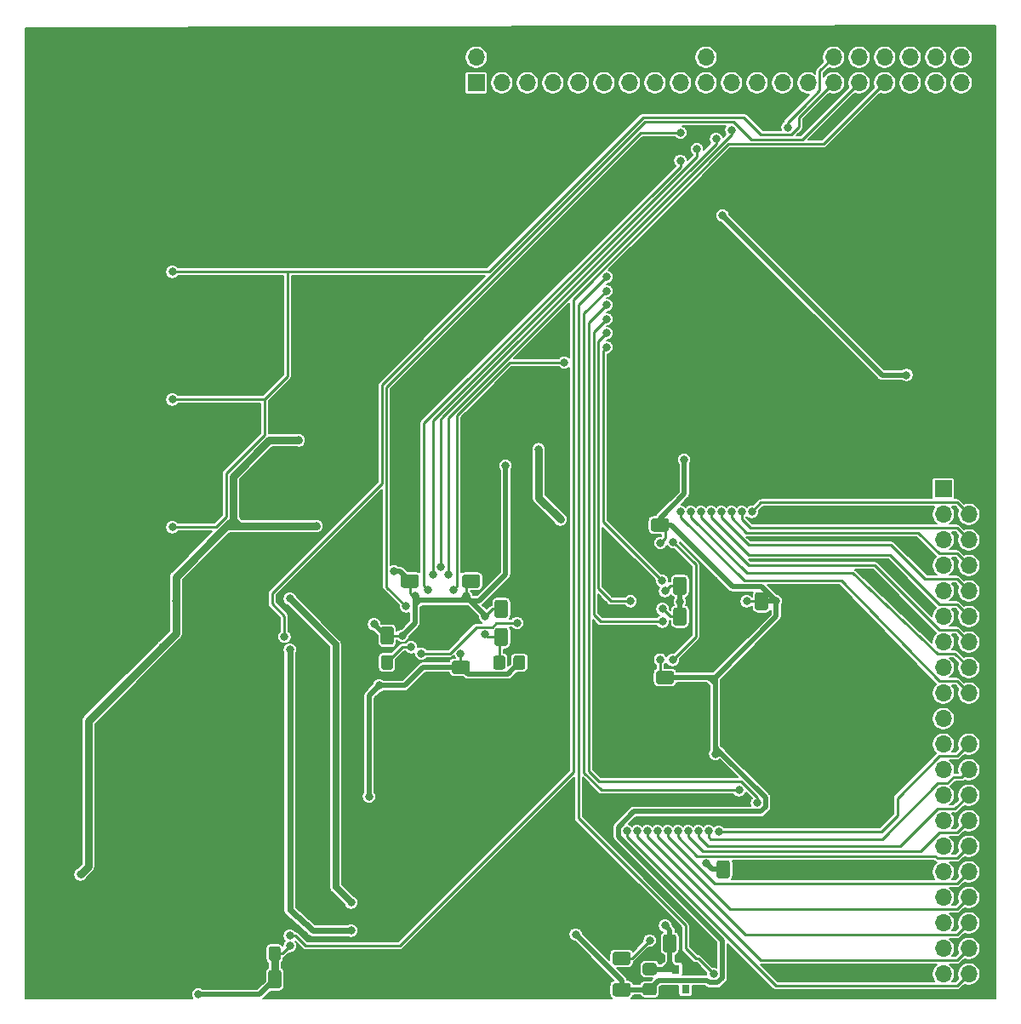
<source format=gbr>
%TF.GenerationSoftware,KiCad,Pcbnew,(5.1.8)-1*%
%TF.CreationDate,2020-12-04T16:08:35+03:00*%
%TF.ProjectId,SDR,5344522e-6b69-4636-9164-5f7063625858,rev?*%
%TF.SameCoordinates,Original*%
%TF.FileFunction,Copper,L2,Bot*%
%TF.FilePolarity,Positive*%
%FSLAX46Y46*%
G04 Gerber Fmt 4.6, Leading zero omitted, Abs format (unit mm)*
G04 Created by KiCad (PCBNEW (5.1.8)-1) date 2020-12-04 16:08:35*
%MOMM*%
%LPD*%
G01*
G04 APERTURE LIST*
%TA.AperFunction,ComponentPad*%
%ADD10O,1.700000X1.700000*%
%TD*%
%TA.AperFunction,ComponentPad*%
%ADD11R,1.700000X1.700000*%
%TD*%
%TA.AperFunction,SMDPad,CuDef*%
%ADD12R,5.080000X1.500000*%
%TD*%
%TA.AperFunction,SMDPad,CuDef*%
%ADD13R,0.800000X0.900000*%
%TD*%
%TA.AperFunction,SMDPad,CuDef*%
%ADD14R,2.500000X2.500000*%
%TD*%
%TA.AperFunction,ComponentPad*%
%ADD15C,0.500000*%
%TD*%
%TA.AperFunction,SMDPad,CuDef*%
%ADD16R,3.650000X2.650000*%
%TD*%
%TA.AperFunction,ViaPad*%
%ADD17C,0.800000*%
%TD*%
%TA.AperFunction,Conductor*%
%ADD18C,0.250000*%
%TD*%
%TA.AperFunction,Conductor*%
%ADD19C,0.500000*%
%TD*%
%TA.AperFunction,Conductor*%
%ADD20C,0.634404*%
%TD*%
%TA.AperFunction,Conductor*%
%ADD21C,0.635741*%
%TD*%
%TA.AperFunction,Conductor*%
%ADD22C,0.750000*%
%TD*%
%TA.AperFunction,Conductor*%
%ADD23C,0.200000*%
%TD*%
%TA.AperFunction,Conductor*%
%ADD24C,0.100000*%
%TD*%
G04 APERTURE END LIST*
%TO.P,C27,2*%
%TO.N,COMM*%
%TA.AperFunction,SMDPad,CuDef*%
G36*
G01*
X106564000Y-132476001D02*
X106564000Y-131175999D01*
G75*
G02*
X106813999Y-130926000I249999J0D01*
G01*
X107639001Y-130926000D01*
G75*
G02*
X107889000Y-131175999I0J-249999D01*
G01*
X107889000Y-132476001D01*
G75*
G02*
X107639001Y-132726000I-249999J0D01*
G01*
X106813999Y-132726000D01*
G75*
G02*
X106564000Y-132476001I0J249999D01*
G01*
G37*
%TD.AperFunction*%
%TO.P,C27,1*%
%TO.N,Net-(C27-Pad1)*%
%TA.AperFunction,SMDPad,CuDef*%
G36*
G01*
X103439000Y-132476001D02*
X103439000Y-131175999D01*
G75*
G02*
X103688999Y-130926000I249999J0D01*
G01*
X104514001Y-130926000D01*
G75*
G02*
X104764000Y-131175999I0J-249999D01*
G01*
X104764000Y-132476001D01*
G75*
G02*
X104514001Y-132726000I-249999J0D01*
G01*
X103688999Y-132726000D01*
G75*
G02*
X103439000Y-132476001I0J249999D01*
G01*
G37*
%TD.AperFunction*%
%TD*%
%TO.P,R21,2*%
%TO.N,Net-(C84-Pad1)*%
%TA.AperFunction,SMDPad,CuDef*%
G36*
G01*
X119322001Y-165462000D02*
X118421999Y-165462000D01*
G75*
G02*
X118172000Y-165212001I0J249999D01*
G01*
X118172000Y-164511999D01*
G75*
G02*
X118421999Y-164262000I249999J0D01*
G01*
X119322001Y-164262000D01*
G75*
G02*
X119572000Y-164511999I0J-249999D01*
G01*
X119572000Y-165212001D01*
G75*
G02*
X119322001Y-165462000I-249999J0D01*
G01*
G37*
%TD.AperFunction*%
%TO.P,R21,1*%
%TO.N,+3V3*%
%TA.AperFunction,SMDPad,CuDef*%
G36*
G01*
X119322001Y-167462000D02*
X118421999Y-167462000D01*
G75*
G02*
X118172000Y-167212001I0J249999D01*
G01*
X118172000Y-166511999D01*
G75*
G02*
X118421999Y-166262000I249999J0D01*
G01*
X119322001Y-166262000D01*
G75*
G02*
X119572000Y-166511999I0J-249999D01*
G01*
X119572000Y-167212001D01*
G75*
G02*
X119322001Y-167462000I-249999J0D01*
G01*
G37*
%TD.AperFunction*%
%TD*%
%TO.P,R6,2*%
%TO.N,Net-(C27-Pad1)*%
%TA.AperFunction,SMDPad,CuDef*%
G36*
G01*
X104502000Y-133915999D02*
X104502000Y-134816001D01*
G75*
G02*
X104252001Y-135066000I-249999J0D01*
G01*
X103551999Y-135066000D01*
G75*
G02*
X103302000Y-134816001I0J249999D01*
G01*
X103302000Y-133915999D01*
G75*
G02*
X103551999Y-133666000I249999J0D01*
G01*
X104252001Y-133666000D01*
G75*
G02*
X104502000Y-133915999I0J-249999D01*
G01*
G37*
%TD.AperFunction*%
%TO.P,R6,1*%
%TO.N,+5V*%
%TA.AperFunction,SMDPad,CuDef*%
G36*
G01*
X106502000Y-133915999D02*
X106502000Y-134816001D01*
G75*
G02*
X106252001Y-135066000I-249999J0D01*
G01*
X105551999Y-135066000D01*
G75*
G02*
X105302000Y-134816001I0J249999D01*
G01*
X105302000Y-133915999D01*
G75*
G02*
X105551999Y-133666000I249999J0D01*
G01*
X106252001Y-133666000D01*
G75*
G02*
X106502000Y-133915999I0J-249999D01*
G01*
G37*
%TD.AperFunction*%
%TD*%
D10*
%TO.P,J4,40*%
%TO.N,+5V*%
X149860000Y-74168000D03*
%TO.P,J4,39*%
X149860000Y-76708000D03*
%TO.P,J4,38*%
X147320000Y-74168000D03*
%TO.P,J4,37*%
X147320000Y-76708000D03*
%TO.P,J4,36*%
X144780000Y-74168000D03*
%TO.P,J4,35*%
X144780000Y-76708000D03*
%TO.P,J4,34*%
X142240000Y-74168000D03*
%TO.P,J4,33*%
%TO.N,/Modulator_1/~ENB*%
X142240000Y-76708000D03*
%TO.P,J4,32*%
%TO.N,+5V*%
X139700000Y-74168000D03*
%TO.P,J4,31*%
%TO.N,/Demodulator_1/~ENB*%
X139700000Y-76708000D03*
%TO.P,J4,30*%
%TO.N,+2V5*%
X137160000Y-74168000D03*
%TO.P,J4,29*%
%TO.N,/low_noise_amp_1/Ven*%
X137160000Y-76708000D03*
%TO.P,J4,28*%
%TO.N,COMM*%
X134620000Y-74168000D03*
%TO.P,J4,27*%
%TO.N,SDI*%
X134620000Y-76708000D03*
%TO.P,J4,26*%
%TO.N,COMM*%
X132080000Y-74168000D03*
%TO.P,J4,25*%
%TO.N,SDO*%
X132080000Y-76708000D03*
%TO.P,J4,24*%
%TO.N,COMM*%
X129540000Y-74168000D03*
%TO.P,J4,23*%
%TO.N,CLK*%
X129540000Y-76708000D03*
%TO.P,J4,22*%
%TO.N,COMM*%
X127000000Y-74168000D03*
%TO.P,J4,21*%
%TO.N,~CS*%
X127000000Y-76708000D03*
%TO.P,J4,20*%
%TO.N,+3V3*%
X124460000Y-74168000D03*
%TO.P,J4,19*%
X124460000Y-76708000D03*
%TO.P,J4,18*%
%TO.N,COMM*%
X121920000Y-74168000D03*
%TO.P,J4,17*%
%TO.N,/RF_Generator_1/~MUTE*%
X121920000Y-76708000D03*
%TO.P,J4,16*%
%TO.N,COMM*%
X119380000Y-74168000D03*
%TO.P,J4,15*%
%TO.N,/RF_Generator_1/STAT*%
X119380000Y-76708000D03*
%TO.P,J4,14*%
%TO.N,COMM*%
X116840000Y-74168000D03*
%TO.P,J4,13*%
%TO.N,/DAC_1/~BLANK*%
X116840000Y-76708000D03*
%TO.P,J4,12*%
%TO.N,COMM*%
X114300000Y-74168000D03*
%TO.P,J4,11*%
%TO.N,/DAC_1/~SYNC*%
X114300000Y-76708000D03*
%TO.P,J4,10*%
%TO.N,COMM*%
X111760000Y-74168000D03*
%TO.P,J4,9*%
%TO.N,/DAC_1/~PSAVE*%
X111760000Y-76708000D03*
%TO.P,J4,8*%
%TO.N,COMM*%
X109220000Y-74168000D03*
%TO.P,J4,7*%
%TO.N,/ADC_1/S2*%
X109220000Y-76708000D03*
%TO.P,J4,6*%
%TO.N,COMM*%
X106680000Y-74168000D03*
%TO.P,J4,5*%
%TO.N,/ADC_1/S1*%
X106680000Y-76708000D03*
%TO.P,J4,4*%
%TO.N,COMM*%
X104140000Y-74168000D03*
%TO.P,J4,3*%
%TO.N,/ADC_1/DFS*%
X104140000Y-76708000D03*
%TO.P,J4,2*%
%TO.N,+3V3*%
X101600000Y-74168000D03*
D11*
%TO.P,J4,1*%
X101600000Y-76708000D03*
%TD*%
D10*
%TO.P,J3,40*%
%TO.N,DB9*%
X150622000Y-165354000D03*
%TO.P,J3,39*%
%TO.N,DG0*%
X148082000Y-165354000D03*
%TO.P,J3,38*%
%TO.N,DB8*%
X150622000Y-162814000D03*
%TO.P,J3,37*%
%TO.N,DG1*%
X148082000Y-162814000D03*
%TO.P,J3,36*%
%TO.N,DB7*%
X150622000Y-160274000D03*
%TO.P,J3,35*%
%TO.N,DG2*%
X148082000Y-160274000D03*
%TO.P,J3,34*%
%TO.N,DB6*%
X150622000Y-157734000D03*
%TO.P,J3,33*%
%TO.N,DG3*%
X148082000Y-157734000D03*
%TO.P,J3,32*%
%TO.N,DB5*%
X150622000Y-155194000D03*
%TO.P,J3,31*%
%TO.N,DG4*%
X148082000Y-155194000D03*
%TO.P,J3,30*%
%TO.N,DB4*%
X150622000Y-152654000D03*
%TO.P,J3,29*%
%TO.N,DG5*%
X148082000Y-152654000D03*
%TO.P,J3,28*%
%TO.N,DB3*%
X150622000Y-150114000D03*
%TO.P,J3,27*%
%TO.N,DG6*%
X148082000Y-150114000D03*
%TO.P,J3,26*%
%TO.N,DB2*%
X150622000Y-147574000D03*
%TO.P,J3,25*%
%TO.N,DG7*%
X148082000Y-147574000D03*
%TO.P,J3,24*%
%TO.N,DB1*%
X150622000Y-145034000D03*
%TO.P,J3,23*%
%TO.N,DG8*%
X148082000Y-145034000D03*
%TO.P,J3,22*%
%TO.N,DB0*%
X150622000Y-142494000D03*
%TO.P,J3,21*%
%TO.N,DG9*%
X148082000Y-142494000D03*
%TO.P,J3,20*%
%TO.N,COMM*%
X150622000Y-139954000D03*
%TO.P,J3,19*%
%TO.N,/DAC_1/CLOCK*%
X148082000Y-139954000D03*
%TO.P,J3,18*%
%TO.N,DA_7*%
X150622000Y-137414000D03*
%TO.P,J3,17*%
%TO.N,DB_7*%
X148082000Y-137414000D03*
%TO.P,J3,16*%
%TO.N,DA_6*%
X150622000Y-134874000D03*
%TO.P,J3,15*%
%TO.N,DB_6*%
X148082000Y-134874000D03*
%TO.P,J3,14*%
%TO.N,DA_5*%
X150622000Y-132334000D03*
%TO.P,J3,13*%
%TO.N,DB_5*%
X148082000Y-132334000D03*
%TO.P,J3,12*%
%TO.N,DA_4*%
X150622000Y-129794000D03*
%TO.P,J3,11*%
%TO.N,DB_4*%
X148082000Y-129794000D03*
%TO.P,J3,10*%
%TO.N,DA_3*%
X150622000Y-127254000D03*
%TO.P,J3,9*%
%TO.N,DB_3*%
X148082000Y-127254000D03*
%TO.P,J3,8*%
%TO.N,DA_2*%
X150622000Y-124714000D03*
%TO.P,J3,7*%
%TO.N,DB_2*%
X148082000Y-124714000D03*
%TO.P,J3,6*%
%TO.N,DA_1*%
X150622000Y-122174000D03*
%TO.P,J3,5*%
%TO.N,DB_1*%
X148082000Y-122174000D03*
%TO.P,J3,4*%
%TO.N,DA_0*%
X150622000Y-119634000D03*
%TO.P,J3,3*%
%TO.N,DB_0*%
X148082000Y-119634000D03*
%TO.P,J3,2*%
%TO.N,COMM*%
X150622000Y-117094000D03*
D11*
%TO.P,J3,1*%
%TO.N,/ADC_1/ENC_A*%
X148082000Y-117094000D03*
%TD*%
D12*
%TO.P,J2,2*%
%TO.N,COMM*%
X59182000Y-151824000D03*
X59182000Y-143324000D03*
%TD*%
%TO.P,J1,2*%
%TO.N,COMM*%
X59436000Y-90610000D03*
X59436000Y-82110000D03*
%TD*%
D13*
%TO.P,D8,3*%
%TO.N,N/C*%
X122428000Y-166862000D03*
%TO.P,D8,2*%
%TO.N,COMM*%
X123378000Y-164862000D03*
%TO.P,D8,1*%
%TO.N,Net-(C84-Pad1)*%
X121478000Y-164862000D03*
%TD*%
D14*
%TO.P,D6,25*%
%TO.N,COMM*%
X79502000Y-130556000D03*
D15*
X80502000Y-129556000D03*
X80502000Y-130556000D03*
X80502000Y-131556000D03*
X79502000Y-129556000D03*
X79502000Y-130556000D03*
X79502000Y-131556000D03*
X78502000Y-129556000D03*
X78502000Y-130556000D03*
X78502000Y-131556000D03*
%TD*%
D14*
%TO.P,D2,25*%
%TO.N,COMM*%
X80518000Y-159649000D03*
D15*
X79518000Y-158649000D03*
X80518000Y-158649000D03*
X81518000Y-158649000D03*
X79518000Y-159649000D03*
X80518000Y-159649000D03*
X81518000Y-159649000D03*
X79518000Y-160649000D03*
X80518000Y-160649000D03*
X81518000Y-160649000D03*
%TD*%
D16*
%TO.P,D1,29*%
%TO.N,COMM*%
X98298000Y-130429000D03*
D15*
X96723000Y-131504000D03*
X96723000Y-130429000D03*
X96723000Y-129354000D03*
X97773000Y-131504000D03*
X97773000Y-130429000D03*
X97773000Y-129354000D03*
X98823000Y-131504000D03*
X98823000Y-130429000D03*
X98823000Y-129354000D03*
X99873000Y-131504000D03*
X99873000Y-130429000D03*
X99873000Y-129354000D03*
%TD*%
%TO.P,C86,2*%
%TO.N,+3V3*%
%TA.AperFunction,SMDPad,CuDef*%
G36*
G01*
X115427999Y-166254000D02*
X116728001Y-166254000D01*
G75*
G02*
X116978000Y-166503999I0J-249999D01*
G01*
X116978000Y-167329001D01*
G75*
G02*
X116728001Y-167579000I-249999J0D01*
G01*
X115427999Y-167579000D01*
G75*
G02*
X115178000Y-167329001I0J249999D01*
G01*
X115178000Y-166503999D01*
G75*
G02*
X115427999Y-166254000I249999J0D01*
G01*
G37*
%TD.AperFunction*%
%TO.P,C86,1*%
%TO.N,Net-(C86-Pad1)*%
%TA.AperFunction,SMDPad,CuDef*%
G36*
G01*
X115427999Y-163129000D02*
X116728001Y-163129000D01*
G75*
G02*
X116978000Y-163378999I0J-249999D01*
G01*
X116978000Y-164204001D01*
G75*
G02*
X116728001Y-164454000I-249999J0D01*
G01*
X115427999Y-164454000D01*
G75*
G02*
X115178000Y-164204001I0J249999D01*
G01*
X115178000Y-163378999D01*
G75*
G02*
X115427999Y-163129000I249999J0D01*
G01*
G37*
%TD.AperFunction*%
%TD*%
%TO.P,C85,2*%
%TO.N,COMM*%
%TA.AperFunction,SMDPad,CuDef*%
G36*
G01*
X128662000Y-155590001D02*
X128662000Y-154289999D01*
G75*
G02*
X128911999Y-154040000I249999J0D01*
G01*
X129737001Y-154040000D01*
G75*
G02*
X129987000Y-154289999I0J-249999D01*
G01*
X129987000Y-155590001D01*
G75*
G02*
X129737001Y-155840000I-249999J0D01*
G01*
X128911999Y-155840000D01*
G75*
G02*
X128662000Y-155590001I0J249999D01*
G01*
G37*
%TD.AperFunction*%
%TO.P,C85,1*%
%TO.N,+3V3*%
%TA.AperFunction,SMDPad,CuDef*%
G36*
G01*
X125537000Y-155590001D02*
X125537000Y-154289999D01*
G75*
G02*
X125786999Y-154040000I249999J0D01*
G01*
X126612001Y-154040000D01*
G75*
G02*
X126862000Y-154289999I0J-249999D01*
G01*
X126862000Y-155590001D01*
G75*
G02*
X126612001Y-155840000I-249999J0D01*
G01*
X125786999Y-155840000D01*
G75*
G02*
X125537000Y-155590001I0J249999D01*
G01*
G37*
%TD.AperFunction*%
%TD*%
%TO.P,C84,2*%
%TO.N,COMM*%
%TA.AperFunction,SMDPad,CuDef*%
G36*
G01*
X123328000Y-162956001D02*
X123328000Y-161655999D01*
G75*
G02*
X123577999Y-161406000I249999J0D01*
G01*
X124403001Y-161406000D01*
G75*
G02*
X124653000Y-161655999I0J-249999D01*
G01*
X124653000Y-162956001D01*
G75*
G02*
X124403001Y-163206000I-249999J0D01*
G01*
X123577999Y-163206000D01*
G75*
G02*
X123328000Y-162956001I0J249999D01*
G01*
G37*
%TD.AperFunction*%
%TO.P,C84,1*%
%TO.N,Net-(C84-Pad1)*%
%TA.AperFunction,SMDPad,CuDef*%
G36*
G01*
X120203000Y-162956001D02*
X120203000Y-161655999D01*
G75*
G02*
X120452999Y-161406000I249999J0D01*
G01*
X121278001Y-161406000D01*
G75*
G02*
X121528000Y-161655999I0J-249999D01*
G01*
X121528000Y-162956001D01*
G75*
G02*
X121278001Y-163206000I-249999J0D01*
G01*
X120452999Y-163206000D01*
G75*
G02*
X120203000Y-162956001I0J249999D01*
G01*
G37*
%TD.AperFunction*%
%TD*%
%TO.P,C111,2*%
%TO.N,+3V3*%
%TA.AperFunction,SMDPad,CuDef*%
G36*
G01*
X130672000Y-127619999D02*
X130672000Y-128920001D01*
G75*
G02*
X130422001Y-129170000I-249999J0D01*
G01*
X129596999Y-129170000D01*
G75*
G02*
X129347000Y-128920001I0J249999D01*
G01*
X129347000Y-127619999D01*
G75*
G02*
X129596999Y-127370000I249999J0D01*
G01*
X130422001Y-127370000D01*
G75*
G02*
X130672000Y-127619999I0J-249999D01*
G01*
G37*
%TD.AperFunction*%
%TO.P,C111,1*%
%TO.N,COMM*%
%TA.AperFunction,SMDPad,CuDef*%
G36*
G01*
X133797000Y-127619999D02*
X133797000Y-128920001D01*
G75*
G02*
X133547001Y-129170000I-249999J0D01*
G01*
X132721999Y-129170000D01*
G75*
G02*
X132472000Y-128920001I0J249999D01*
G01*
X132472000Y-127619999D01*
G75*
G02*
X132721999Y-127370000I249999J0D01*
G01*
X133547001Y-127370000D01*
G75*
G02*
X133797000Y-127619999I0J-249999D01*
G01*
G37*
%TD.AperFunction*%
%TD*%
%TO.P,C109,2*%
%TO.N,COMM*%
%TA.AperFunction,SMDPad,CuDef*%
G36*
G01*
X124344000Y-130444001D02*
X124344000Y-129143999D01*
G75*
G02*
X124593999Y-128894000I249999J0D01*
G01*
X125419001Y-128894000D01*
G75*
G02*
X125669000Y-129143999I0J-249999D01*
G01*
X125669000Y-130444001D01*
G75*
G02*
X125419001Y-130694000I-249999J0D01*
G01*
X124593999Y-130694000D01*
G75*
G02*
X124344000Y-130444001I0J249999D01*
G01*
G37*
%TD.AperFunction*%
%TO.P,C109,1*%
%TO.N,Net-(C106-Pad1)*%
%TA.AperFunction,SMDPad,CuDef*%
G36*
G01*
X121219000Y-130444001D02*
X121219000Y-129143999D01*
G75*
G02*
X121468999Y-128894000I249999J0D01*
G01*
X122294001Y-128894000D01*
G75*
G02*
X122544000Y-129143999I0J-249999D01*
G01*
X122544000Y-130444001D01*
G75*
G02*
X122294001Y-130694000I-249999J0D01*
G01*
X121468999Y-130694000D01*
G75*
G02*
X121219000Y-130444001I0J249999D01*
G01*
G37*
%TD.AperFunction*%
%TD*%
%TO.P,C108,2*%
%TO.N,+3V3*%
%TA.AperFunction,SMDPad,CuDef*%
G36*
G01*
X119237999Y-120026000D02*
X120538001Y-120026000D01*
G75*
G02*
X120788000Y-120275999I0J-249999D01*
G01*
X120788000Y-121101001D01*
G75*
G02*
X120538001Y-121351000I-249999J0D01*
G01*
X119237999Y-121351000D01*
G75*
G02*
X118988000Y-121101001I0J249999D01*
G01*
X118988000Y-120275999D01*
G75*
G02*
X119237999Y-120026000I249999J0D01*
G01*
G37*
%TD.AperFunction*%
%TO.P,C108,1*%
%TO.N,COMM*%
%TA.AperFunction,SMDPad,CuDef*%
G36*
G01*
X119237999Y-116901000D02*
X120538001Y-116901000D01*
G75*
G02*
X120788000Y-117150999I0J-249999D01*
G01*
X120788000Y-117976001D01*
G75*
G02*
X120538001Y-118226000I-249999J0D01*
G01*
X119237999Y-118226000D01*
G75*
G02*
X118988000Y-117976001I0J249999D01*
G01*
X118988000Y-117150999D01*
G75*
G02*
X119237999Y-116901000I249999J0D01*
G01*
G37*
%TD.AperFunction*%
%TD*%
%TO.P,C106,2*%
%TO.N,COMM*%
%TA.AperFunction,SMDPad,CuDef*%
G36*
G01*
X124344000Y-127396001D02*
X124344000Y-126095999D01*
G75*
G02*
X124593999Y-125846000I249999J0D01*
G01*
X125419001Y-125846000D01*
G75*
G02*
X125669000Y-126095999I0J-249999D01*
G01*
X125669000Y-127396001D01*
G75*
G02*
X125419001Y-127646000I-249999J0D01*
G01*
X124593999Y-127646000D01*
G75*
G02*
X124344000Y-127396001I0J249999D01*
G01*
G37*
%TD.AperFunction*%
%TO.P,C106,1*%
%TO.N,Net-(C106-Pad1)*%
%TA.AperFunction,SMDPad,CuDef*%
G36*
G01*
X121219000Y-127396001D02*
X121219000Y-126095999D01*
G75*
G02*
X121468999Y-125846000I249999J0D01*
G01*
X122294001Y-125846000D01*
G75*
G02*
X122544000Y-126095999I0J-249999D01*
G01*
X122544000Y-127396001D01*
G75*
G02*
X122294001Y-127646000I-249999J0D01*
G01*
X121468999Y-127646000D01*
G75*
G02*
X121219000Y-127396001I0J249999D01*
G01*
G37*
%TD.AperFunction*%
%TD*%
%TO.P,C104,2*%
%TO.N,+3V3*%
%TA.AperFunction,SMDPad,CuDef*%
G36*
G01*
X121046001Y-136514000D02*
X119745999Y-136514000D01*
G75*
G02*
X119496000Y-136264001I0J249999D01*
G01*
X119496000Y-135438999D01*
G75*
G02*
X119745999Y-135189000I249999J0D01*
G01*
X121046001Y-135189000D01*
G75*
G02*
X121296000Y-135438999I0J-249999D01*
G01*
X121296000Y-136264001D01*
G75*
G02*
X121046001Y-136514000I-249999J0D01*
G01*
G37*
%TD.AperFunction*%
%TO.P,C104,1*%
%TO.N,COMM*%
%TA.AperFunction,SMDPad,CuDef*%
G36*
G01*
X121046001Y-139639000D02*
X119745999Y-139639000D01*
G75*
G02*
X119496000Y-139389001I0J249999D01*
G01*
X119496000Y-138563999D01*
G75*
G02*
X119745999Y-138314000I249999J0D01*
G01*
X121046001Y-138314000D01*
G75*
G02*
X121296000Y-138563999I0J-249999D01*
G01*
X121296000Y-139389001D01*
G75*
G02*
X121046001Y-139639000I-249999J0D01*
G01*
G37*
%TD.AperFunction*%
%TD*%
%TO.P,C33,2*%
%TO.N,+5V*%
%TA.AperFunction,SMDPad,CuDef*%
G36*
G01*
X80968000Y-163797000D02*
X80968000Y-162847000D01*
G75*
G02*
X81218000Y-162597000I250000J0D01*
G01*
X81893000Y-162597000D01*
G75*
G02*
X82143000Y-162847000I0J-250000D01*
G01*
X82143000Y-163797000D01*
G75*
G02*
X81893000Y-164047000I-250000J0D01*
G01*
X81218000Y-164047000D01*
G75*
G02*
X80968000Y-163797000I0J250000D01*
G01*
G37*
%TD.AperFunction*%
%TO.P,C33,1*%
%TO.N,COMM*%
%TA.AperFunction,SMDPad,CuDef*%
G36*
G01*
X78893000Y-163797000D02*
X78893000Y-162847000D01*
G75*
G02*
X79143000Y-162597000I250000J0D01*
G01*
X79818000Y-162597000D01*
G75*
G02*
X80068000Y-162847000I0J-250000D01*
G01*
X80068000Y-163797000D01*
G75*
G02*
X79818000Y-164047000I-250000J0D01*
G01*
X79143000Y-164047000D01*
G75*
G02*
X78893000Y-163797000I0J250000D01*
G01*
G37*
%TD.AperFunction*%
%TD*%
%TO.P,C32,2*%
%TO.N,+5V*%
%TA.AperFunction,SMDPad,CuDef*%
G36*
G01*
X80910000Y-166512001D02*
X80910000Y-165211999D01*
G75*
G02*
X81159999Y-164962000I249999J0D01*
G01*
X81985001Y-164962000D01*
G75*
G02*
X82235000Y-165211999I0J-249999D01*
G01*
X82235000Y-166512001D01*
G75*
G02*
X81985001Y-166762000I-249999J0D01*
G01*
X81159999Y-166762000D01*
G75*
G02*
X80910000Y-166512001I0J249999D01*
G01*
G37*
%TD.AperFunction*%
%TO.P,C32,1*%
%TO.N,COMM*%
%TA.AperFunction,SMDPad,CuDef*%
G36*
G01*
X77785000Y-166512001D02*
X77785000Y-165211999D01*
G75*
G02*
X78034999Y-164962000I249999J0D01*
G01*
X78860001Y-164962000D01*
G75*
G02*
X79110000Y-165211999I0J-249999D01*
G01*
X79110000Y-166512001D01*
G75*
G02*
X78860001Y-166762000I-249999J0D01*
G01*
X78034999Y-166762000D01*
G75*
G02*
X77785000Y-166512001I0J249999D01*
G01*
G37*
%TD.AperFunction*%
%TD*%
%TO.P,C30,2*%
%TO.N,COMM*%
%TA.AperFunction,SMDPad,CuDef*%
G36*
G01*
X99425999Y-137298000D02*
X100726001Y-137298000D01*
G75*
G02*
X100976000Y-137547999I0J-249999D01*
G01*
X100976000Y-138373001D01*
G75*
G02*
X100726001Y-138623000I-249999J0D01*
G01*
X99425999Y-138623000D01*
G75*
G02*
X99176000Y-138373001I0J249999D01*
G01*
X99176000Y-137547999D01*
G75*
G02*
X99425999Y-137298000I249999J0D01*
G01*
G37*
%TD.AperFunction*%
%TO.P,C30,1*%
%TO.N,+5V*%
%TA.AperFunction,SMDPad,CuDef*%
G36*
G01*
X99425999Y-134173000D02*
X100726001Y-134173000D01*
G75*
G02*
X100976000Y-134422999I0J-249999D01*
G01*
X100976000Y-135248001D01*
G75*
G02*
X100726001Y-135498000I-249999J0D01*
G01*
X99425999Y-135498000D01*
G75*
G02*
X99176000Y-135248001I0J249999D01*
G01*
X99176000Y-134422999D01*
G75*
G02*
X99425999Y-134173000I249999J0D01*
G01*
G37*
%TD.AperFunction*%
%TD*%
%TO.P,C29,2*%
%TO.N,COMM*%
%TA.AperFunction,SMDPad,CuDef*%
G36*
G01*
X101742001Y-123814000D02*
X100441999Y-123814000D01*
G75*
G02*
X100192000Y-123564001I0J249999D01*
G01*
X100192000Y-122738999D01*
G75*
G02*
X100441999Y-122489000I249999J0D01*
G01*
X101742001Y-122489000D01*
G75*
G02*
X101992000Y-122738999I0J-249999D01*
G01*
X101992000Y-123564001D01*
G75*
G02*
X101742001Y-123814000I-249999J0D01*
G01*
G37*
%TD.AperFunction*%
%TO.P,C29,1*%
%TO.N,+3V3*%
%TA.AperFunction,SMDPad,CuDef*%
G36*
G01*
X101742001Y-126939000D02*
X100441999Y-126939000D01*
G75*
G02*
X100192000Y-126689001I0J249999D01*
G01*
X100192000Y-125863999D01*
G75*
G02*
X100441999Y-125614000I249999J0D01*
G01*
X101742001Y-125614000D01*
G75*
G02*
X101992000Y-125863999I0J-249999D01*
G01*
X101992000Y-126689001D01*
G75*
G02*
X101742001Y-126939000I-249999J0D01*
G01*
G37*
%TD.AperFunction*%
%TD*%
%TO.P,C28,2*%
%TO.N,COMM*%
%TA.AperFunction,SMDPad,CuDef*%
G36*
G01*
X106564000Y-129682001D02*
X106564000Y-128381999D01*
G75*
G02*
X106813999Y-128132000I249999J0D01*
G01*
X107639001Y-128132000D01*
G75*
G02*
X107889000Y-128381999I0J-249999D01*
G01*
X107889000Y-129682001D01*
G75*
G02*
X107639001Y-129932000I-249999J0D01*
G01*
X106813999Y-129932000D01*
G75*
G02*
X106564000Y-129682001I0J249999D01*
G01*
G37*
%TD.AperFunction*%
%TO.P,C28,1*%
%TO.N,+3V3*%
%TA.AperFunction,SMDPad,CuDef*%
G36*
G01*
X103439000Y-129682001D02*
X103439000Y-128381999D01*
G75*
G02*
X103688999Y-128132000I249999J0D01*
G01*
X104514001Y-128132000D01*
G75*
G02*
X104764000Y-128381999I0J-249999D01*
G01*
X104764000Y-129682001D01*
G75*
G02*
X104514001Y-129932000I-249999J0D01*
G01*
X103688999Y-129932000D01*
G75*
G02*
X103439000Y-129682001I0J249999D01*
G01*
G37*
%TD.AperFunction*%
%TD*%
%TO.P,C26,2*%
%TO.N,COMM*%
%TA.AperFunction,SMDPad,CuDef*%
G36*
G01*
X90286000Y-131048999D02*
X90286000Y-132349001D01*
G75*
G02*
X90036001Y-132599000I-249999J0D01*
G01*
X89210999Y-132599000D01*
G75*
G02*
X88961000Y-132349001I0J249999D01*
G01*
X88961000Y-131048999D01*
G75*
G02*
X89210999Y-130799000I249999J0D01*
G01*
X90036001Y-130799000D01*
G75*
G02*
X90286000Y-131048999I0J-249999D01*
G01*
G37*
%TD.AperFunction*%
%TO.P,C26,1*%
%TO.N,+3V3*%
%TA.AperFunction,SMDPad,CuDef*%
G36*
G01*
X93411000Y-131048999D02*
X93411000Y-132349001D01*
G75*
G02*
X93161001Y-132599000I-249999J0D01*
G01*
X92335999Y-132599000D01*
G75*
G02*
X92086000Y-132349001I0J249999D01*
G01*
X92086000Y-131048999D01*
G75*
G02*
X92335999Y-130799000I249999J0D01*
G01*
X93161001Y-130799000D01*
G75*
G02*
X93411000Y-131048999I0J-249999D01*
G01*
G37*
%TD.AperFunction*%
%TD*%
%TO.P,C25,2*%
%TO.N,COMM*%
%TA.AperFunction,SMDPad,CuDef*%
G36*
G01*
X95646001Y-123814000D02*
X94345999Y-123814000D01*
G75*
G02*
X94096000Y-123564001I0J249999D01*
G01*
X94096000Y-122738999D01*
G75*
G02*
X94345999Y-122489000I249999J0D01*
G01*
X95646001Y-122489000D01*
G75*
G02*
X95896000Y-122738999I0J-249999D01*
G01*
X95896000Y-123564001D01*
G75*
G02*
X95646001Y-123814000I-249999J0D01*
G01*
G37*
%TD.AperFunction*%
%TO.P,C25,1*%
%TO.N,+3V3*%
%TA.AperFunction,SMDPad,CuDef*%
G36*
G01*
X95646001Y-126939000D02*
X94345999Y-126939000D01*
G75*
G02*
X94096000Y-126689001I0J249999D01*
G01*
X94096000Y-125863999D01*
G75*
G02*
X94345999Y-125614000I249999J0D01*
G01*
X95646001Y-125614000D01*
G75*
G02*
X95896000Y-125863999I0J-249999D01*
G01*
X95896000Y-126689001D01*
G75*
G02*
X95646001Y-126939000I-249999J0D01*
G01*
G37*
%TD.AperFunction*%
%TD*%
%TO.P,C24,2*%
%TO.N,/RF_Generator_1/BB*%
%TA.AperFunction,SMDPad,CuDef*%
G36*
G01*
X92144000Y-134841000D02*
X92144000Y-133891000D01*
G75*
G02*
X92394000Y-133641000I250000J0D01*
G01*
X93069000Y-133641000D01*
G75*
G02*
X93319000Y-133891000I0J-250000D01*
G01*
X93319000Y-134841000D01*
G75*
G02*
X93069000Y-135091000I-250000J0D01*
G01*
X92394000Y-135091000D01*
G75*
G02*
X92144000Y-134841000I0J250000D01*
G01*
G37*
%TD.AperFunction*%
%TO.P,C24,1*%
%TO.N,COMM*%
%TA.AperFunction,SMDPad,CuDef*%
G36*
G01*
X90069000Y-134841000D02*
X90069000Y-133891000D01*
G75*
G02*
X90319000Y-133641000I250000J0D01*
G01*
X90994000Y-133641000D01*
G75*
G02*
X91244000Y-133891000I0J-250000D01*
G01*
X91244000Y-134841000D01*
G75*
G02*
X90994000Y-135091000I-250000J0D01*
G01*
X90319000Y-135091000D01*
G75*
G02*
X90069000Y-134841000I0J250000D01*
G01*
G37*
%TD.AperFunction*%
%TD*%
D17*
%TO.N,COMM*%
X145034000Y-92710000D03*
X139954000Y-96774000D03*
X60833000Y-76454000D03*
X70866000Y-76581000D03*
X82296000Y-76581000D03*
X92710000Y-76962000D03*
X93472000Y-86995000D03*
X82931000Y-87503000D03*
X63373000Y-82423000D03*
X63246000Y-90805000D03*
X61849000Y-100076000D03*
X61468000Y-108966000D03*
X61214000Y-117983000D03*
X60960000Y-127635000D03*
X61849000Y-135128000D03*
X68453000Y-142367000D03*
X75692000Y-139446000D03*
X81026000Y-139319000D03*
X85725000Y-140335000D03*
X93726000Y-139954000D03*
X110363000Y-136652000D03*
X97663000Y-148336000D03*
X105156000Y-147828000D03*
X106172000Y-159639000D03*
X94615000Y-159639000D03*
X85852000Y-150368000D03*
X78486000Y-152781000D03*
X68326000Y-163957000D03*
X59690000Y-155575000D03*
X59944000Y-165100000D03*
X60325000Y-139827000D03*
X131953000Y-144526000D03*
X140970000Y-145288000D03*
X120142000Y-143383000D03*
X139446000Y-138430000D03*
X128397000Y-166497000D03*
X138811000Y-165354000D03*
X117856000Y-110871000D03*
X129286000Y-110871000D03*
X126746000Y-101854000D03*
X148590000Y-111633000D03*
X150876000Y-81026000D03*
X150749000Y-88519000D03*
X151130000Y-94742000D03*
X101219000Y-92329000D03*
X97917000Y-105283000D03*
X113538000Y-89535000D03*
X93091000Y-99441000D03*
X85471000Y-108712000D03*
X83312000Y-122174000D03*
X90297000Y-122936000D03*
X86995000Y-115189000D03*
X102108000Y-114808000D03*
X80645000Y-146050000D03*
X109474000Y-102108000D03*
X141605000Y-119888000D03*
X132461000Y-154940000D03*
X114300000Y-149352000D03*
X115316000Y-155448000D03*
X116713000Y-124460000D03*
X130810000Y-132842000D03*
X126365000Y-132080000D03*
X122936000Y-91821000D03*
X105664000Y-80772000D03*
X110617000Y-92837000D03*
X108077000Y-85217000D03*
X117602000Y-98425000D03*
X127000000Y-86868000D03*
X132207000Y-85344000D03*
X87122000Y-165354000D03*
X107950000Y-165354000D03*
X107950000Y-153924000D03*
X92202000Y-153924000D03*
X106172000Y-127762000D03*
X141478000Y-126238000D03*
X145288000Y-122936000D03*
X143764000Y-125984000D03*
X116078000Y-86614000D03*
X136144000Y-81534000D03*
X68834000Y-92456000D03*
X68834000Y-105156000D03*
X68834000Y-117856000D03*
%TO.N,+3V3*%
X94234000Y-131699000D03*
X91440000Y-130556000D03*
X102489000Y-129794000D03*
X100584000Y-127762000D03*
X95504000Y-127762000D03*
X93413000Y-125290000D03*
X128520000Y-128266000D03*
X119932000Y-122472000D03*
X119905011Y-134066779D03*
X124488693Y-154337021D03*
X104521000Y-114808000D03*
X131442500Y-128267500D03*
X122280989Y-114193011D03*
X125387500Y-143471500D03*
X126122998Y-89916000D03*
X144424000Y-105766000D03*
X111506000Y-161417000D03*
%TO.N,/Demodulator_1/LOin*%
X89154000Y-161036000D03*
X83058000Y-133096000D03*
%TO.N,/Demodulator_1/~LOin*%
X89154000Y-158242000D03*
X83058000Y-128016000D03*
%TO.N,/RF_Generator_1/BB*%
X95123000Y-132842000D03*
%TO.N,+5V*%
X100048000Y-133449000D03*
X83058000Y-162560000D03*
X73952500Y-167386000D03*
X70396500Y-132803500D03*
X71755000Y-128270000D03*
X62230000Y-155448000D03*
X83947000Y-112268000D03*
X85725000Y-120777000D03*
X91948000Y-136652000D03*
X90932000Y-147701000D03*
%TO.N,+2V5*%
X107811740Y-113145740D03*
X109982000Y-120142000D03*
X132588000Y-81153000D03*
%TO.N,/RF_Generator_1/~MUTE*%
X94615000Y-128778000D03*
X121920000Y-81661000D03*
%TO.N,SDO*%
X96774000Y-127127000D03*
X121920000Y-84455000D03*
%TO.N,SDI*%
X97282000Y-125603000D03*
X123571000Y-83312000D03*
%TO.N,CLK*%
X98044000Y-124841000D03*
X125476000Y-82296000D03*
%TO.N,~CS*%
X98806000Y-125603000D03*
X127000000Y-81407000D03*
%TO.N,/RF_Generator_1/STAT*%
X99314000Y-127127000D03*
X110363000Y-104521000D03*
%TO.N,/Modulator_1/~ENB*%
X83058000Y-161544000D03*
%TO.N,/Demodulator_1/~ENB*%
X82530000Y-131806000D03*
%TO.N,/ADC_1/ENC_A*%
X121194999Y-122391001D03*
X121157994Y-134112000D03*
%TO.N,DA_7*%
X121920000Y-119380000D03*
%TO.N,DA_6*%
X122936000Y-119380000D03*
%TO.N,DA_5*%
X123952000Y-119380000D03*
%TO.N,DA_4*%
X124968000Y-119380000D03*
%TO.N,DA_3*%
X125984000Y-119380000D03*
%TO.N,DA_2*%
X127000000Y-119380000D03*
%TO.N,DA_1*%
X128016000Y-119380000D03*
%TO.N,DA_0*%
X129032000Y-119380000D03*
%TO.N,/ADC_1/S2*%
X120142000Y-130302000D03*
X114554000Y-100203000D03*
%TO.N,/ADC_1/S1*%
X116966298Y-128270000D03*
X114554000Y-101600000D03*
%TO.N,/ADC_1/DFS*%
X120104702Y-126238000D03*
X114554000Y-102997000D03*
%TO.N,/DAC_1/~PSAVE*%
X125222000Y-165354000D03*
X114554000Y-96012000D03*
%TO.N,DB9*%
X116586000Y-151130000D03*
%TO.N,DB8*%
X117602000Y-151130000D03*
%TO.N,DB7*%
X118618000Y-151130000D03*
%TO.N,DB6*%
X119634000Y-151130000D03*
%TO.N,DB5*%
X120650000Y-151130000D03*
%TO.N,DB4*%
X121666000Y-151130000D03*
%TO.N,DB3*%
X122682000Y-151130000D03*
%TO.N,DB2*%
X123698000Y-151130000D03*
%TO.N,DB1*%
X124714000Y-151130000D03*
%TO.N,DB0*%
X125730000Y-151187002D03*
%TO.N,/DAC_1/~SYNC*%
X127762000Y-147066000D03*
X114554000Y-97409000D03*
%TO.N,/DAC_1/~BLANK*%
X129540000Y-148336000D03*
X114554000Y-98806000D03*
%TO.N,/low_noise_amp_1/Ven*%
X71374000Y-120904000D03*
X71374000Y-95504000D03*
X71374000Y-108204000D03*
%TO.N,Net-(C17-Pad1)*%
X96139000Y-133477000D03*
X105664000Y-130429000D03*
%TO.N,Net-(C27-Pad1)*%
X102489000Y-131572000D03*
%TO.N,Net-(C84-Pad1)*%
X120396000Y-160528000D03*
%TO.N,Net-(C86-Pad1)*%
X118872000Y-162016000D03*
%TO.N,Net-(C106-Pad1)*%
X120142000Y-129032000D03*
X121881500Y-128308500D03*
X120396000Y-127254000D03*
%TD*%
D18*
%TO.N,+3V3*%
X94234000Y-131699000D02*
X92748500Y-131699000D01*
D19*
X92583000Y-131699000D02*
X91440000Y-130556000D01*
X92748500Y-131699000D02*
X92583000Y-131699000D01*
D18*
X103251000Y-129032000D02*
X102489000Y-129794000D01*
X104101500Y-129032000D02*
X103251000Y-129032000D01*
X94996000Y-127508000D02*
X94996000Y-126276500D01*
X95250000Y-127762000D02*
X94996000Y-127508000D01*
X95504000Y-127762000D02*
X95250000Y-127762000D01*
X100584000Y-126784500D02*
X101092000Y-126276500D01*
X100584000Y-127762000D02*
X100584000Y-126784500D01*
D19*
X94009500Y-125290000D02*
X94996000Y-126276500D01*
X93413000Y-125290000D02*
X94009500Y-125290000D01*
D18*
X128524000Y-128270000D02*
X128520000Y-128266000D01*
X130009500Y-128270000D02*
X128524000Y-128270000D01*
X120396000Y-122008000D02*
X119932000Y-122472000D01*
X120396000Y-120688500D02*
X120396000Y-122008000D01*
X119905011Y-135360511D02*
X119905011Y-134066779D01*
X120396000Y-135851500D02*
X119905011Y-135360511D01*
D19*
X125091672Y-154940000D02*
X124488693Y-154337021D01*
X126199500Y-154940000D02*
X125091672Y-154940000D01*
X100184001Y-128161999D02*
X100584000Y-127762000D01*
X95903999Y-128161999D02*
X100184001Y-128161999D01*
X95504000Y-127762000D02*
X95903999Y-128161999D01*
X94234000Y-131699000D02*
X95504000Y-130429000D01*
X102489000Y-129794000D02*
X102489000Y-129667000D01*
X100184001Y-128161999D02*
X100983999Y-128161999D01*
X100983999Y-128161999D02*
X101028500Y-128206500D01*
X101028500Y-128206500D02*
X100584000Y-127762000D01*
X102489000Y-129667000D02*
X101028500Y-128206500D01*
X95903999Y-128161999D02*
X95903999Y-128251001D01*
X95504000Y-128651000D02*
X95504000Y-127762000D01*
X95903999Y-128251001D02*
X95504000Y-128651000D01*
X95504000Y-130429000D02*
X95504000Y-128651000D01*
X101028500Y-128206500D02*
X101917500Y-128206500D01*
X101917500Y-128206500D02*
X103251000Y-126873000D01*
X103251000Y-126873000D02*
X104521000Y-125603000D01*
X104521000Y-125603000D02*
X104521000Y-114808000D01*
X104521000Y-114808000D02*
X104521000Y-114808000D01*
X130012000Y-128267500D02*
X130009500Y-128270000D01*
X131442500Y-128267500D02*
X130012000Y-128267500D01*
X131442500Y-129796500D02*
X131442500Y-128267500D01*
X125387500Y-135851500D02*
X131442500Y-129796500D01*
X131442500Y-128267500D02*
X129988010Y-126813010D01*
X121001466Y-120688500D02*
X119888000Y-120688500D01*
X127125976Y-126813010D02*
X121001466Y-120688500D01*
X129988010Y-126813010D02*
X127125976Y-126813010D01*
X122301000Y-114213022D02*
X122280989Y-114193011D01*
X122301000Y-117613000D02*
X122301000Y-114213022D01*
X119888000Y-120026000D02*
X122301000Y-117613000D01*
X119888000Y-120688500D02*
X119888000Y-120026000D01*
D18*
X125387500Y-136359500D02*
X125387500Y-136232500D01*
D19*
X125006500Y-135851500D02*
X125387500Y-135851500D01*
D18*
X125387500Y-136232500D02*
X125006500Y-135851500D01*
X125387500Y-135851500D02*
X125387500Y-136359500D01*
X125387500Y-143471500D02*
X125387500Y-143471500D01*
D19*
X124752500Y-135851500D02*
X125006500Y-135851500D01*
X125387500Y-136486500D02*
X124752500Y-135851500D01*
X120396000Y-135851500D02*
X124752500Y-135851500D01*
X125387500Y-136486500D02*
X125387500Y-135851500D01*
X118817500Y-166916500D02*
X118872000Y-166862000D01*
X116078000Y-166916500D02*
X118817500Y-166916500D01*
X126122998Y-89916000D02*
X132588000Y-96381002D01*
X132588000Y-96381002D02*
X141997998Y-105791000D01*
X141997998Y-105791000D02*
X144399000Y-105791000D01*
X116078000Y-165989000D02*
X111506000Y-161417000D01*
X116078000Y-166916500D02*
X116078000Y-165989000D01*
X125630001Y-166204001D02*
X126072001Y-165762001D01*
X124813999Y-166204001D02*
X125630001Y-166204001D01*
X126072001Y-165762001D02*
X126072001Y-161994872D01*
X124571997Y-165961999D02*
X124813999Y-166204001D01*
X119772001Y-165961999D02*
X124571997Y-165961999D01*
X118872000Y-166862000D02*
X119772001Y-165961999D01*
X115735999Y-150721999D02*
X117271997Y-149186001D01*
X115735999Y-151658870D02*
X115735999Y-150721999D01*
X126072001Y-161994872D02*
X115735999Y-151658870D01*
X126054371Y-143471500D02*
X125387500Y-143471500D01*
X130390001Y-147807130D02*
X126054371Y-143471500D01*
X130390001Y-148744001D02*
X130390001Y-147807130D01*
X129948001Y-149186001D02*
X130390001Y-148744001D01*
X117271997Y-149186001D02*
X129948001Y-149186001D01*
X126022500Y-143471500D02*
X125387500Y-142836500D01*
X126054371Y-143471500D02*
X126022500Y-143471500D01*
X125387500Y-142836500D02*
X125387500Y-136486500D01*
X125387500Y-143471500D02*
X125387500Y-142836500D01*
D20*
%TO.N,/Demodulator_1/LOin*%
X85344000Y-161036000D02*
X89154000Y-161036000D01*
X83058000Y-159004000D02*
X85344000Y-161036000D01*
X83058000Y-133096000D02*
X83058000Y-159004000D01*
D21*
%TO.N,/Demodulator_1/~LOin*%
X87630000Y-156718000D02*
X89154000Y-158242000D01*
X87630000Y-132588000D02*
X87630000Y-156718000D01*
X83058000Y-128016000D02*
X87630000Y-132588000D01*
D18*
%TO.N,/RF_Generator_1/BB*%
X94255500Y-132842000D02*
X92731500Y-134366000D01*
X95123000Y-132842000D02*
X94255500Y-132842000D01*
%TO.N,+5V*%
X100048000Y-134807500D02*
X100076000Y-134835500D01*
X100048000Y-133449000D02*
X100048000Y-134807500D01*
X82296000Y-163322000D02*
X83058000Y-162560000D01*
X81555500Y-163322000D02*
X82296000Y-163322000D01*
D22*
X81555500Y-165845000D02*
X81572500Y-165862000D01*
X81555500Y-163322000D02*
X81555500Y-165845000D01*
D19*
X80048500Y-167386000D02*
X73952500Y-167386000D01*
X81572500Y-165862000D02*
X80048500Y-167386000D01*
D22*
X70396500Y-132803500D02*
X71755000Y-131445000D01*
X71755000Y-131445000D02*
X71755000Y-128270000D01*
X71755000Y-128270000D02*
X71755000Y-125830962D01*
X77408010Y-120177953D02*
X77408010Y-118745000D01*
X77408010Y-118745000D02*
X77408010Y-115859952D01*
X77408010Y-115859952D02*
X80999962Y-112268000D01*
X80999962Y-112268000D02*
X83947000Y-112268000D01*
X83947000Y-112268000D02*
X83947000Y-112268000D01*
X78007057Y-120777000D02*
X77408010Y-120177953D01*
X85725000Y-120777000D02*
X78007057Y-120777000D01*
X77089000Y-120777000D02*
X76948982Y-120636982D01*
X78007057Y-120777000D02*
X77089000Y-120777000D01*
X76948982Y-120636982D02*
X77408010Y-120177953D01*
X71755000Y-125830962D02*
X76948982Y-120636982D01*
D19*
X100756510Y-135516010D02*
X100076000Y-134835500D01*
X104751990Y-135516010D02*
X100756510Y-135516010D01*
X105902000Y-134366000D02*
X104751990Y-135516010D01*
X100076000Y-134835500D02*
X96304500Y-134835500D01*
X96304500Y-134835500D02*
X94488000Y-136652000D01*
X94488000Y-136652000D02*
X91948000Y-136652000D01*
X91948000Y-136652000D02*
X91948000Y-136652000D01*
X91948000Y-136652000D02*
X90932000Y-137668000D01*
X90932000Y-137668000D02*
X90932000Y-147701000D01*
X90932000Y-147701000D02*
X90932000Y-147701000D01*
D22*
X62992000Y-140208000D02*
X70396500Y-132803500D01*
X62992000Y-154686000D02*
X62992000Y-140208000D01*
X62230000Y-155448000D02*
X62992000Y-154686000D01*
%TO.N,+2V5*%
X107811740Y-117971740D02*
X107811740Y-113145740D01*
X109982000Y-120142000D02*
X107811740Y-117971740D01*
D18*
X135795001Y-77436589D02*
X134111295Y-79120295D01*
X135795001Y-75532999D02*
X135795001Y-77436589D01*
X137160000Y-74168000D02*
X135795001Y-75532999D01*
X134111295Y-79120295D02*
X132588000Y-80643590D01*
X132588000Y-80643590D02*
X132588000Y-81153000D01*
X132588000Y-81153000D02*
X132588000Y-81407000D01*
%TO.N,/RF_Generator_1/~MUTE*%
X92687999Y-126850999D02*
X92687999Y-106956001D01*
X94615000Y-128778000D02*
X92687999Y-126850999D01*
X92687999Y-106956001D02*
X104902000Y-94742000D01*
X104902000Y-94742000D02*
X117983000Y-81661000D01*
X117983000Y-81661000D02*
X121920000Y-81661000D01*
X121920000Y-81661000D02*
X121920000Y-81661000D01*
%TO.N,SDO*%
X96374001Y-126727001D02*
X96374001Y-111637889D01*
X96774000Y-127127000D02*
X96374001Y-126727001D01*
X96374001Y-110573357D02*
X97885679Y-109061679D01*
X96374001Y-111637889D02*
X96374001Y-110573357D01*
X97885679Y-109061679D02*
X121920000Y-85027358D01*
X121920000Y-85027358D02*
X121920000Y-84455000D01*
X121920000Y-84455000D02*
X121920000Y-84455000D01*
%TO.N,SDI*%
X97282000Y-125603000D02*
X97282000Y-111366301D01*
X97282000Y-111366301D02*
X97282000Y-110301768D01*
X97282000Y-110301768D02*
X97905982Y-109677786D01*
X97905982Y-109677786D02*
X123571000Y-84012768D01*
X123571000Y-84012768D02*
X123571000Y-83312000D01*
X123571000Y-83312000D02*
X123571000Y-83312000D01*
%TO.N,CLK*%
X98044000Y-124841000D02*
X98044000Y-111240712D01*
X98044000Y-111240712D02*
X98044000Y-110176178D01*
X98044000Y-110176178D02*
X98355991Y-109864187D01*
X98355991Y-109864187D02*
X103157589Y-105062589D01*
X103157589Y-105062589D02*
X125476000Y-82744178D01*
X125476000Y-82744178D02*
X125476000Y-82296000D01*
X125476000Y-82296000D02*
X125476000Y-82296000D01*
%TO.N,~CS*%
X127000000Y-81856588D02*
X127000000Y-81407000D01*
X98806000Y-110050588D02*
X127000000Y-81856588D01*
X98806000Y-125603000D02*
X98806000Y-110050588D01*
X127000000Y-81407000D02*
X127000000Y-81407000D01*
%TO.N,/RF_Generator_1/STAT*%
X99713999Y-126727001D02*
X99713999Y-110843535D01*
X99314000Y-127127000D02*
X99713999Y-126727001D01*
X99713999Y-110843535D02*
X99713999Y-109778999D01*
X99713999Y-109778999D02*
X100872999Y-108619999D01*
X100872999Y-108619999D02*
X104971998Y-104521000D01*
X104971998Y-104521000D02*
X110363000Y-104521000D01*
X110363000Y-104521000D02*
X110363000Y-104521000D01*
%TO.N,/Modulator_1/~ENB*%
X137922000Y-81026000D02*
X142240000Y-76708000D01*
X136169979Y-82778021D02*
X137922000Y-81026000D01*
X133096000Y-82804000D02*
X133121979Y-82778021D01*
X126688998Y-82804000D02*
X133096000Y-82804000D01*
X133121979Y-82778021D02*
X136169979Y-82778021D01*
X111252000Y-98240998D02*
X126688998Y-82804000D01*
X111252000Y-145288000D02*
X111252000Y-98240998D01*
X93980000Y-162560000D02*
X111252000Y-145288000D01*
X84639685Y-162560000D02*
X93980000Y-162560000D01*
X83623685Y-161544000D02*
X84639685Y-162560000D01*
X83058000Y-161544000D02*
X83623685Y-161544000D01*
%TO.N,/Demodulator_1/~ENB*%
X81280000Y-128524000D02*
X81280000Y-127508000D01*
X82530000Y-131806000D02*
X82530000Y-129774000D01*
X135832010Y-80575990D02*
X139700000Y-76708000D01*
X82530000Y-129774000D02*
X81280000Y-128524000D01*
X81280000Y-127508000D02*
X92237989Y-116550011D01*
X92237990Y-106769600D02*
X118431600Y-80575990D01*
X92237989Y-116550011D02*
X92237990Y-106769600D01*
X134079989Y-82328011D02*
X135832010Y-80575990D01*
X128994013Y-82328011D02*
X134079989Y-82328011D01*
X127241992Y-80575990D02*
X128994013Y-82328011D01*
X118431600Y-80575990D02*
X127241992Y-80575990D01*
%TO.N,/ADC_1/ENC_A*%
X123444000Y-124640002D02*
X123444000Y-131572000D01*
X121194999Y-122391001D02*
X123444000Y-124640002D01*
X121158000Y-134112000D02*
X121157994Y-134112000D01*
X123444000Y-131826000D02*
X121158000Y-134112000D01*
X123444000Y-130810000D02*
X123444000Y-131826000D01*
%TO.N,DA_7*%
X149446999Y-136238999D02*
X150622000Y-137414000D01*
X147707997Y-136238999D02*
X149446999Y-136238999D01*
X137922000Y-126238000D02*
X147707997Y-136238999D01*
X128270000Y-126238000D02*
X137922000Y-126238000D01*
X121920000Y-119945685D02*
X128270000Y-126238000D01*
X121920000Y-119380000D02*
X121920000Y-119945685D01*
%TO.N,DA_6*%
X149257001Y-133509001D02*
X150622000Y-134874000D01*
X139065000Y-125476000D02*
X147517999Y-133509001D01*
X128524000Y-125476000D02*
X139065000Y-125476000D01*
X122936000Y-119945685D02*
X128524000Y-125476000D01*
X147517999Y-133509001D02*
X149257001Y-133509001D01*
X122936000Y-119380000D02*
X122936000Y-119945685D01*
%TO.N,DA_5*%
X123952000Y-119380000D02*
X123952000Y-119945685D01*
X123952000Y-119945685D02*
X128720315Y-124714000D01*
X147707997Y-131158999D02*
X149446999Y-131158999D01*
X128720315Y-124714000D02*
X141262998Y-124714000D01*
X141262998Y-124714000D02*
X147707997Y-131158999D01*
X149446999Y-131158999D02*
X150622000Y-132334000D01*
%TO.N,DA_4*%
X124968000Y-119380000D02*
X124968000Y-119945685D01*
X124968000Y-119945685D02*
X128720315Y-123698000D01*
X128720315Y-123698000D02*
X142786998Y-123698000D01*
X142786998Y-123698000D02*
X147707997Y-128618999D01*
X147707997Y-128618999D02*
X149446999Y-128618999D01*
X149446999Y-128618999D02*
X150622000Y-129794000D01*
%TO.N,DA_3*%
X149446999Y-126078999D02*
X150622000Y-127254000D01*
X146295999Y-126078999D02*
X149446999Y-126078999D01*
X142899000Y-122682000D02*
X146295999Y-126078999D01*
X128720315Y-122682000D02*
X142899000Y-122682000D01*
X125984000Y-119945685D02*
X128720315Y-122682000D01*
X125984000Y-119380000D02*
X125984000Y-119945685D01*
%TO.N,DA_2*%
X127000000Y-119380000D02*
X127000000Y-119945685D01*
X127000000Y-119945685D02*
X128503324Y-121449009D01*
X128503324Y-121449009D02*
X145579009Y-121449009D01*
X145579009Y-121449009D02*
X147668999Y-123538999D01*
X147668999Y-123538999D02*
X149446999Y-123538999D01*
X149446999Y-123538999D02*
X150622000Y-124714000D01*
%TO.N,DA_1*%
X128016000Y-119380000D02*
X128016000Y-120142000D01*
X128016000Y-120142000D02*
X128872999Y-120998999D01*
X128872999Y-120998999D02*
X149446999Y-120998999D01*
X149446999Y-120998999D02*
X150622000Y-122174000D01*
%TO.N,DA_0*%
X129032000Y-119380000D02*
X129953001Y-118458999D01*
X129953001Y-118458999D02*
X149446999Y-118458999D01*
X149446999Y-118458999D02*
X150622000Y-119634000D01*
%TO.N,/ADC_1/S2*%
X113312994Y-129626984D02*
X113284000Y-103378000D01*
X113988010Y-130302000D02*
X113312994Y-129626984D01*
X120142000Y-130302000D02*
X113988010Y-130302000D01*
X113284000Y-103378000D02*
X113284000Y-102489000D01*
X113284000Y-102489000D02*
X113284000Y-101473000D01*
X113284000Y-101473000D02*
X114554000Y-100203000D01*
X114554000Y-100203000D02*
X114554000Y-100203000D01*
%TO.N,/ADC_1/S1*%
X114750010Y-127987005D02*
X113763005Y-127000000D01*
X115004010Y-128270000D02*
X114750010Y-128016000D01*
X113763005Y-127000000D02*
X113763005Y-103378000D01*
X114750010Y-128016000D02*
X114750010Y-127987005D01*
X116966298Y-128270000D02*
X115004010Y-128270000D01*
X113763005Y-103378000D02*
X113763005Y-102390995D01*
X113763005Y-102390995D02*
X114554000Y-101600000D01*
X114554000Y-101600000D02*
X114554000Y-101600000D01*
%TO.N,/ADC_1/DFS*%
X114213015Y-120346313D02*
X114213015Y-103378000D01*
X120104702Y-126238000D02*
X114213015Y-120346313D01*
X114213015Y-103378000D02*
X114213015Y-103337985D01*
X114213015Y-103337985D02*
X114554000Y-102997000D01*
X114554000Y-102997000D02*
X114554000Y-102997000D01*
%TO.N,/DAC_1/~PSAVE*%
X114554000Y-96012000D02*
X114554000Y-96012000D01*
X111760000Y-149860000D02*
X111760000Y-98806000D01*
X122428000Y-160528000D02*
X111760000Y-149860000D01*
X111760000Y-98806000D02*
X114554000Y-96012000D01*
X122428000Y-162814000D02*
X122428000Y-160528000D01*
X123444000Y-163830000D02*
X122428000Y-162814000D01*
X123698000Y-163830000D02*
X123444000Y-163830000D01*
X125222000Y-165354000D02*
X123698000Y-163830000D01*
%TO.N,DB9*%
X131419316Y-166529001D02*
X149446999Y-166529001D01*
X149446999Y-166529001D02*
X150622000Y-165354000D01*
X116586000Y-151695685D02*
X131419316Y-166529001D01*
X116586000Y-151130000D02*
X116586000Y-151695685D01*
%TO.N,DB8*%
X149446999Y-163989001D02*
X150622000Y-162814000D01*
X129895316Y-163989001D02*
X149446999Y-163989001D01*
X117602000Y-151695685D02*
X129895316Y-163989001D01*
X117602000Y-151130000D02*
X117602000Y-151695685D01*
%TO.N,DB7*%
X149446999Y-161449001D02*
X150622000Y-160274000D01*
X128371316Y-161449001D02*
X149446999Y-161449001D01*
X118618000Y-151695685D02*
X128371316Y-161449001D01*
X118618000Y-151130000D02*
X118618000Y-151695685D01*
%TO.N,DB6*%
X149446999Y-158909001D02*
X150622000Y-157734000D01*
X126847316Y-158909001D02*
X149446999Y-158909001D01*
X119634000Y-151695685D02*
X126847316Y-158909001D01*
X119634000Y-151130000D02*
X119634000Y-151695685D01*
%TO.N,DB5*%
X149446999Y-156369001D02*
X150622000Y-155194000D01*
X125323316Y-156369001D02*
X149446999Y-156369001D01*
X120650000Y-151695685D02*
X125323316Y-156369001D01*
X120650000Y-151130000D02*
X120650000Y-151695685D01*
%TO.N,DB4*%
X123582326Y-153612011D02*
X147301009Y-153612011D01*
X149446999Y-153829001D02*
X150622000Y-152654000D01*
X147517999Y-153829001D02*
X149446999Y-153829001D01*
X147301009Y-153612011D02*
X147517999Y-153829001D01*
X121666000Y-151695685D02*
X123582326Y-153612011D01*
X121666000Y-151130000D02*
X121666000Y-151695685D01*
%TO.N,DB3*%
X149446999Y-151289001D02*
X150622000Y-150114000D01*
X147707997Y-151289001D02*
X149446999Y-151289001D01*
X145834998Y-153162000D02*
X147707997Y-151289001D01*
X124148315Y-153162000D02*
X145834998Y-153162000D01*
X122682000Y-151130000D02*
X122682000Y-151695685D01*
X122682000Y-151695685D02*
X124148315Y-153162000D01*
%TO.N,DB2*%
X149257001Y-148938999D02*
X150622000Y-147574000D01*
X147517999Y-148938999D02*
X149257001Y-148938999D01*
X143802998Y-152654000D02*
X147517999Y-148938999D01*
X124656315Y-152654000D02*
X143802998Y-152654000D01*
X123698000Y-151695685D02*
X124656315Y-152654000D01*
X123698000Y-151130000D02*
X123698000Y-151695685D01*
%TO.N,DB1*%
X149860000Y-145796000D02*
X150622000Y-145034000D01*
X149098000Y-145796000D02*
X149860000Y-145796000D01*
X148495001Y-146398999D02*
X149098000Y-145796000D01*
X147517999Y-146398999D02*
X148495001Y-146398999D01*
X142004995Y-151912003D02*
X147517999Y-146398999D01*
X124930318Y-151912003D02*
X142004995Y-151912003D01*
X124714000Y-151695685D02*
X124930318Y-151912003D01*
X124714000Y-151130000D02*
X124714000Y-151695685D01*
%TO.N,DB0*%
X125730000Y-151187002D02*
X141928998Y-151187002D01*
X149446999Y-143669001D02*
X150622000Y-142494000D01*
X147707997Y-143669001D02*
X149446999Y-143669001D01*
X143510000Y-147866998D02*
X147707997Y-143669001D01*
X143510000Y-149606000D02*
X143510000Y-147866998D01*
X141928998Y-151187002D02*
X143510000Y-149606000D01*
%TO.N,/DAC_1/~SYNC*%
X112325989Y-145345990D02*
X112325989Y-100140778D01*
X114045999Y-147066000D02*
X112325989Y-145345990D01*
X127762000Y-147066000D02*
X114045999Y-147066000D01*
X112325989Y-100140778D02*
X112325989Y-99637011D01*
X112325989Y-99637011D02*
X114554000Y-97409000D01*
X114554000Y-97409000D02*
X114554000Y-97409000D01*
%TO.N,/DAC_1/~BLANK*%
X112776000Y-145159590D02*
X112776000Y-101092000D01*
X113832401Y-146215991D02*
X112776000Y-145159590D01*
X127985676Y-146215991D02*
X113832401Y-146215991D01*
X129540000Y-147770315D02*
X127985676Y-146215991D01*
X129540000Y-148336000D02*
X129540000Y-147770315D01*
X112776000Y-101092000D02*
X112776000Y-100584000D01*
X112776000Y-100584000D02*
X114554000Y-98806000D01*
X114554000Y-98806000D02*
X114554000Y-98806000D01*
%TO.N,/low_noise_amp_1/Ven*%
X71374000Y-108204000D02*
X80518000Y-108204000D01*
X80518000Y-108204000D02*
X82804000Y-105918000D01*
X82804000Y-105918000D02*
X82804000Y-95504000D01*
X71374000Y-95504000D02*
X82804000Y-95504000D01*
X71374000Y-120904000D02*
X75692000Y-120904000D01*
X75692000Y-120904000D02*
X76708000Y-119888000D01*
X76708000Y-119888000D02*
X76708000Y-115570000D01*
X80518000Y-108458000D02*
X80518000Y-108204000D01*
X80518000Y-111760000D02*
X80518000Y-108458000D01*
X76708000Y-115570000D02*
X80518000Y-111760000D01*
X102867180Y-95504000D02*
X118245200Y-80125980D01*
X133742020Y-80125980D02*
X137160000Y-76708000D01*
X82804000Y-95504000D02*
X102867180Y-95504000D01*
X133742020Y-81071982D02*
X133742020Y-80125980D01*
X129955409Y-81878001D02*
X132936001Y-81878001D01*
X132936001Y-81878001D02*
X133742020Y-81071982D01*
X128203388Y-80125980D02*
X129955409Y-81878001D01*
X118245200Y-80125980D02*
X128203388Y-80125980D01*
%TO.N,Net-(C17-Pad1)*%
X98985002Y-133477000D02*
X96139000Y-133477000D01*
X101615003Y-130846999D02*
X98985002Y-133477000D01*
X103204811Y-130846999D02*
X101615003Y-130846999D01*
X103622810Y-130429000D02*
X103204811Y-130846999D01*
X105664000Y-130429000D02*
X103622810Y-130429000D01*
%TO.N,Net-(C27-Pad1)*%
X104101500Y-131826000D02*
X102743000Y-131826000D01*
X102743000Y-131826000D02*
X102489000Y-131572000D01*
X102489000Y-131572000D02*
X102489000Y-131572000D01*
X103902000Y-132025500D02*
X104101500Y-131826000D01*
X103902000Y-134366000D02*
X103902000Y-132025500D01*
D19*
%TO.N,Net-(C84-Pad1)*%
X120865500Y-164249500D02*
X121478000Y-164862000D01*
X120865500Y-162306000D02*
X120865500Y-164249500D01*
X121478000Y-164862000D02*
X118872000Y-164862000D01*
X120253000Y-164862000D02*
X120865500Y-164249500D01*
X118872000Y-164862000D02*
X120253000Y-164862000D01*
X120865500Y-160997500D02*
X120396000Y-160528000D01*
X120865500Y-162306000D02*
X120865500Y-160997500D01*
D18*
%TO.N,Net-(C86-Pad1)*%
X117096500Y-163791500D02*
X118872000Y-162016000D01*
X116078000Y-163791500D02*
X117096500Y-163791500D01*
%TO.N,Net-(C106-Pad1)*%
X120904000Y-129794000D02*
X120142000Y-129032000D01*
X121881500Y-129794000D02*
X120904000Y-129794000D01*
D19*
X121881500Y-126746000D02*
X121881500Y-128308500D01*
X121881500Y-128308500D02*
X121881500Y-129794000D01*
D18*
X121881500Y-126746000D02*
X120904000Y-126746000D01*
X120904000Y-126746000D02*
X120396000Y-127254000D01*
%TD*%
D23*
%TO.N,COMM*%
X153316000Y-167794000D02*
X117022237Y-167794000D01*
X117034370Y-167787515D01*
X117117935Y-167718935D01*
X117186515Y-167635370D01*
X117237474Y-167540032D01*
X117259780Y-167466500D01*
X117935760Y-167466500D01*
X117963485Y-167518370D01*
X118032065Y-167601935D01*
X118115630Y-167670515D01*
X118210968Y-167721474D01*
X118314416Y-167752855D01*
X118421999Y-167763451D01*
X119322001Y-167763451D01*
X119429584Y-167752855D01*
X119533032Y-167721474D01*
X119628370Y-167670515D01*
X119711935Y-167601935D01*
X119780515Y-167518370D01*
X119831474Y-167423032D01*
X119862855Y-167319584D01*
X119873451Y-167212001D01*
X119873451Y-166638366D01*
X119999818Y-166511999D01*
X121726549Y-166511999D01*
X121726549Y-167312000D01*
X121732341Y-167370810D01*
X121749496Y-167427360D01*
X121777353Y-167479477D01*
X121814842Y-167525158D01*
X121860523Y-167562647D01*
X121912640Y-167590504D01*
X121969190Y-167607659D01*
X122028000Y-167613451D01*
X122828000Y-167613451D01*
X122886810Y-167607659D01*
X122943360Y-167590504D01*
X122995477Y-167562647D01*
X123041158Y-167525158D01*
X123078647Y-167479477D01*
X123106504Y-167427360D01*
X123123659Y-167370810D01*
X123129451Y-167312000D01*
X123129451Y-166511999D01*
X124344181Y-166511999D01*
X124405982Y-166573800D01*
X124423209Y-166594791D01*
X124506957Y-166663522D01*
X124602505Y-166714593D01*
X124706180Y-166746043D01*
X124786981Y-166754001D01*
X124786988Y-166754001D01*
X124813999Y-166756661D01*
X124841010Y-166754001D01*
X125602993Y-166754001D01*
X125630001Y-166756661D01*
X125657009Y-166754001D01*
X125657019Y-166754001D01*
X125737820Y-166746043D01*
X125841495Y-166714593D01*
X125937043Y-166663522D01*
X126020791Y-166594791D01*
X126038013Y-166573806D01*
X126441810Y-166170010D01*
X126462791Y-166152791D01*
X126480009Y-166131811D01*
X126480014Y-166131806D01*
X126531521Y-166069044D01*
X126531522Y-166069043D01*
X126582593Y-165973495D01*
X126614043Y-165869820D01*
X126622001Y-165789019D01*
X126622001Y-165789010D01*
X126624661Y-165762002D01*
X126622001Y-165734994D01*
X126622001Y-162332726D01*
X131104032Y-166814757D01*
X131117342Y-166830975D01*
X131182056Y-166884085D01*
X131255889Y-166923549D01*
X131336002Y-166947851D01*
X131398442Y-166954001D01*
X131398449Y-166954001D01*
X131419316Y-166956056D01*
X131440183Y-166954001D01*
X149426132Y-166954001D01*
X149446999Y-166956056D01*
X149467866Y-166954001D01*
X149467873Y-166954001D01*
X149530313Y-166947851D01*
X149610426Y-166923549D01*
X149684259Y-166884085D01*
X149748973Y-166830975D01*
X149762282Y-166814758D01*
X150166828Y-166410212D01*
X150286557Y-166459806D01*
X150508735Y-166504000D01*
X150735265Y-166504000D01*
X150957443Y-166459806D01*
X151166729Y-166373116D01*
X151355082Y-166247263D01*
X151515263Y-166087082D01*
X151641116Y-165898729D01*
X151727806Y-165689443D01*
X151772000Y-165467265D01*
X151772000Y-165240735D01*
X151727806Y-165018557D01*
X151641116Y-164809271D01*
X151515263Y-164620918D01*
X151355082Y-164460737D01*
X151166729Y-164334884D01*
X150957443Y-164248194D01*
X150735265Y-164204000D01*
X150508735Y-164204000D01*
X150286557Y-164248194D01*
X150077271Y-164334884D01*
X149888918Y-164460737D01*
X149728737Y-164620918D01*
X149602884Y-164809271D01*
X149516194Y-165018557D01*
X149472000Y-165240735D01*
X149472000Y-165467265D01*
X149516194Y-165689443D01*
X149565788Y-165809172D01*
X149270959Y-166104001D01*
X148958344Y-166104001D01*
X148975263Y-166087082D01*
X149101116Y-165898729D01*
X149187806Y-165689443D01*
X149232000Y-165467265D01*
X149232000Y-165240735D01*
X149187806Y-165018557D01*
X149101116Y-164809271D01*
X148975263Y-164620918D01*
X148815082Y-164460737D01*
X148745136Y-164414001D01*
X149426132Y-164414001D01*
X149446999Y-164416056D01*
X149467866Y-164414001D01*
X149467873Y-164414001D01*
X149530313Y-164407851D01*
X149610426Y-164383549D01*
X149684259Y-164344085D01*
X149748973Y-164290975D01*
X149762282Y-164274758D01*
X150166828Y-163870212D01*
X150286557Y-163919806D01*
X150508735Y-163964000D01*
X150735265Y-163964000D01*
X150957443Y-163919806D01*
X151166729Y-163833116D01*
X151355082Y-163707263D01*
X151515263Y-163547082D01*
X151641116Y-163358729D01*
X151727806Y-163149443D01*
X151772000Y-162927265D01*
X151772000Y-162700735D01*
X151727806Y-162478557D01*
X151641116Y-162269271D01*
X151515263Y-162080918D01*
X151355082Y-161920737D01*
X151166729Y-161794884D01*
X150957443Y-161708194D01*
X150735265Y-161664000D01*
X150508735Y-161664000D01*
X150286557Y-161708194D01*
X150077271Y-161794884D01*
X149888918Y-161920737D01*
X149728737Y-162080918D01*
X149602884Y-162269271D01*
X149516194Y-162478557D01*
X149472000Y-162700735D01*
X149472000Y-162927265D01*
X149516194Y-163149443D01*
X149565788Y-163269172D01*
X149270959Y-163564001D01*
X148958344Y-163564001D01*
X148975263Y-163547082D01*
X149101116Y-163358729D01*
X149187806Y-163149443D01*
X149232000Y-162927265D01*
X149232000Y-162700735D01*
X149187806Y-162478557D01*
X149101116Y-162269271D01*
X148975263Y-162080918D01*
X148815082Y-161920737D01*
X148745136Y-161874001D01*
X149426132Y-161874001D01*
X149446999Y-161876056D01*
X149467866Y-161874001D01*
X149467873Y-161874001D01*
X149530313Y-161867851D01*
X149610426Y-161843549D01*
X149684259Y-161804085D01*
X149748973Y-161750975D01*
X149762282Y-161734758D01*
X150166828Y-161330212D01*
X150286557Y-161379806D01*
X150508735Y-161424000D01*
X150735265Y-161424000D01*
X150957443Y-161379806D01*
X151166729Y-161293116D01*
X151355082Y-161167263D01*
X151515263Y-161007082D01*
X151641116Y-160818729D01*
X151727806Y-160609443D01*
X151772000Y-160387265D01*
X151772000Y-160160735D01*
X151727806Y-159938557D01*
X151641116Y-159729271D01*
X151515263Y-159540918D01*
X151355082Y-159380737D01*
X151166729Y-159254884D01*
X150957443Y-159168194D01*
X150735265Y-159124000D01*
X150508735Y-159124000D01*
X150286557Y-159168194D01*
X150077271Y-159254884D01*
X149888918Y-159380737D01*
X149728737Y-159540918D01*
X149602884Y-159729271D01*
X149516194Y-159938557D01*
X149472000Y-160160735D01*
X149472000Y-160387265D01*
X149516194Y-160609443D01*
X149565788Y-160729172D01*
X149270959Y-161024001D01*
X148958344Y-161024001D01*
X148975263Y-161007082D01*
X149101116Y-160818729D01*
X149187806Y-160609443D01*
X149232000Y-160387265D01*
X149232000Y-160160735D01*
X149187806Y-159938557D01*
X149101116Y-159729271D01*
X148975263Y-159540918D01*
X148815082Y-159380737D01*
X148745136Y-159334001D01*
X149426132Y-159334001D01*
X149446999Y-159336056D01*
X149467866Y-159334001D01*
X149467873Y-159334001D01*
X149530313Y-159327851D01*
X149610426Y-159303549D01*
X149684259Y-159264085D01*
X149748973Y-159210975D01*
X149762282Y-159194758D01*
X150166828Y-158790212D01*
X150286557Y-158839806D01*
X150508735Y-158884000D01*
X150735265Y-158884000D01*
X150957443Y-158839806D01*
X151166729Y-158753116D01*
X151355082Y-158627263D01*
X151515263Y-158467082D01*
X151641116Y-158278729D01*
X151727806Y-158069443D01*
X151772000Y-157847265D01*
X151772000Y-157620735D01*
X151727806Y-157398557D01*
X151641116Y-157189271D01*
X151515263Y-157000918D01*
X151355082Y-156840737D01*
X151166729Y-156714884D01*
X150957443Y-156628194D01*
X150735265Y-156584000D01*
X150508735Y-156584000D01*
X150286557Y-156628194D01*
X150077271Y-156714884D01*
X149888918Y-156840737D01*
X149728737Y-157000918D01*
X149602884Y-157189271D01*
X149516194Y-157398557D01*
X149472000Y-157620735D01*
X149472000Y-157847265D01*
X149516194Y-158069443D01*
X149565788Y-158189172D01*
X149270959Y-158484001D01*
X148958344Y-158484001D01*
X148975263Y-158467082D01*
X149101116Y-158278729D01*
X149187806Y-158069443D01*
X149232000Y-157847265D01*
X149232000Y-157620735D01*
X149187806Y-157398557D01*
X149101116Y-157189271D01*
X148975263Y-157000918D01*
X148815082Y-156840737D01*
X148745136Y-156794001D01*
X149426132Y-156794001D01*
X149446999Y-156796056D01*
X149467866Y-156794001D01*
X149467873Y-156794001D01*
X149530313Y-156787851D01*
X149610426Y-156763549D01*
X149684259Y-156724085D01*
X149748973Y-156670975D01*
X149762282Y-156654758D01*
X150166828Y-156250212D01*
X150286557Y-156299806D01*
X150508735Y-156344000D01*
X150735265Y-156344000D01*
X150957443Y-156299806D01*
X151166729Y-156213116D01*
X151355082Y-156087263D01*
X151515263Y-155927082D01*
X151641116Y-155738729D01*
X151727806Y-155529443D01*
X151772000Y-155307265D01*
X151772000Y-155080735D01*
X151727806Y-154858557D01*
X151641116Y-154649271D01*
X151515263Y-154460918D01*
X151355082Y-154300737D01*
X151166729Y-154174884D01*
X150957443Y-154088194D01*
X150735265Y-154044000D01*
X150508735Y-154044000D01*
X150286557Y-154088194D01*
X150077271Y-154174884D01*
X149888918Y-154300737D01*
X149728737Y-154460918D01*
X149602884Y-154649271D01*
X149516194Y-154858557D01*
X149472000Y-155080735D01*
X149472000Y-155307265D01*
X149516194Y-155529443D01*
X149565788Y-155649172D01*
X149270959Y-155944001D01*
X148958344Y-155944001D01*
X148975263Y-155927082D01*
X149101116Y-155738729D01*
X149187806Y-155529443D01*
X149232000Y-155307265D01*
X149232000Y-155080735D01*
X149187806Y-154858557D01*
X149101116Y-154649271D01*
X148975263Y-154460918D01*
X148815082Y-154300737D01*
X148745136Y-154254001D01*
X149426132Y-154254001D01*
X149446999Y-154256056D01*
X149467866Y-154254001D01*
X149467873Y-154254001D01*
X149530313Y-154247851D01*
X149610426Y-154223549D01*
X149684259Y-154184085D01*
X149748973Y-154130975D01*
X149762282Y-154114758D01*
X150166828Y-153710212D01*
X150286557Y-153759806D01*
X150508735Y-153804000D01*
X150735265Y-153804000D01*
X150957443Y-153759806D01*
X151166729Y-153673116D01*
X151355082Y-153547263D01*
X151515263Y-153387082D01*
X151641116Y-153198729D01*
X151727806Y-152989443D01*
X151772000Y-152767265D01*
X151772000Y-152540735D01*
X151727806Y-152318557D01*
X151641116Y-152109271D01*
X151515263Y-151920918D01*
X151355082Y-151760737D01*
X151166729Y-151634884D01*
X150957443Y-151548194D01*
X150735265Y-151504000D01*
X150508735Y-151504000D01*
X150286557Y-151548194D01*
X150077271Y-151634884D01*
X149888918Y-151760737D01*
X149728737Y-151920918D01*
X149602884Y-152109271D01*
X149516194Y-152318557D01*
X149472000Y-152540735D01*
X149472000Y-152767265D01*
X149516194Y-152989443D01*
X149565788Y-153109172D01*
X149270959Y-153404001D01*
X148958344Y-153404001D01*
X148975263Y-153387082D01*
X149101116Y-153198729D01*
X149187806Y-152989443D01*
X149232000Y-152767265D01*
X149232000Y-152540735D01*
X149187806Y-152318557D01*
X149101116Y-152109271D01*
X148975263Y-151920918D01*
X148815082Y-151760737D01*
X148745136Y-151714001D01*
X149426132Y-151714001D01*
X149446999Y-151716056D01*
X149467866Y-151714001D01*
X149467873Y-151714001D01*
X149530313Y-151707851D01*
X149610426Y-151683549D01*
X149684259Y-151644085D01*
X149748973Y-151590975D01*
X149762282Y-151574758D01*
X150166828Y-151170212D01*
X150286557Y-151219806D01*
X150508735Y-151264000D01*
X150735265Y-151264000D01*
X150957443Y-151219806D01*
X151166729Y-151133116D01*
X151355082Y-151007263D01*
X151515263Y-150847082D01*
X151641116Y-150658729D01*
X151727806Y-150449443D01*
X151772000Y-150227265D01*
X151772000Y-150000735D01*
X151727806Y-149778557D01*
X151641116Y-149569271D01*
X151515263Y-149380918D01*
X151355082Y-149220737D01*
X151166729Y-149094884D01*
X150957443Y-149008194D01*
X150735265Y-148964000D01*
X150508735Y-148964000D01*
X150286557Y-149008194D01*
X150077271Y-149094884D01*
X149888918Y-149220737D01*
X149728737Y-149380918D01*
X149602884Y-149569271D01*
X149516194Y-149778557D01*
X149472000Y-150000735D01*
X149472000Y-150227265D01*
X149516194Y-150449443D01*
X149565788Y-150569172D01*
X149270959Y-150864001D01*
X148958344Y-150864001D01*
X148975263Y-150847082D01*
X149101116Y-150658729D01*
X149187806Y-150449443D01*
X149232000Y-150227265D01*
X149232000Y-150000735D01*
X149187806Y-149778557D01*
X149101116Y-149569271D01*
X148975263Y-149380918D01*
X148958344Y-149363999D01*
X149236134Y-149363999D01*
X149257001Y-149366054D01*
X149277868Y-149363999D01*
X149277875Y-149363999D01*
X149340315Y-149357849D01*
X149420428Y-149333547D01*
X149494261Y-149294083D01*
X149558975Y-149240973D01*
X149572284Y-149224756D01*
X150166828Y-148630212D01*
X150286557Y-148679806D01*
X150508735Y-148724000D01*
X150735265Y-148724000D01*
X150957443Y-148679806D01*
X151166729Y-148593116D01*
X151355082Y-148467263D01*
X151515263Y-148307082D01*
X151641116Y-148118729D01*
X151727806Y-147909443D01*
X151772000Y-147687265D01*
X151772000Y-147460735D01*
X151727806Y-147238557D01*
X151641116Y-147029271D01*
X151515263Y-146840918D01*
X151355082Y-146680737D01*
X151166729Y-146554884D01*
X150957443Y-146468194D01*
X150735265Y-146424000D01*
X150508735Y-146424000D01*
X150286557Y-146468194D01*
X150077271Y-146554884D01*
X149888918Y-146680737D01*
X149728737Y-146840918D01*
X149602884Y-147029271D01*
X149516194Y-147238557D01*
X149472000Y-147460735D01*
X149472000Y-147687265D01*
X149516194Y-147909443D01*
X149565788Y-148029172D01*
X149080961Y-148513999D01*
X148745136Y-148513999D01*
X148815082Y-148467263D01*
X148975263Y-148307082D01*
X149101116Y-148118729D01*
X149187806Y-147909443D01*
X149232000Y-147687265D01*
X149232000Y-147460735D01*
X149187806Y-147238557D01*
X149101116Y-147029271D01*
X148975263Y-146840918D01*
X148815082Y-146680737D01*
X148814615Y-146680425D01*
X149274041Y-146221000D01*
X149839133Y-146221000D01*
X149860000Y-146223055D01*
X149880867Y-146221000D01*
X149880874Y-146221000D01*
X149943314Y-146214850D01*
X150023427Y-146190548D01*
X150097260Y-146151084D01*
X150161974Y-146097974D01*
X150167959Y-146090681D01*
X150286557Y-146139806D01*
X150508735Y-146184000D01*
X150735265Y-146184000D01*
X150957443Y-146139806D01*
X151166729Y-146053116D01*
X151355082Y-145927263D01*
X151515263Y-145767082D01*
X151641116Y-145578729D01*
X151727806Y-145369443D01*
X151772000Y-145147265D01*
X151772000Y-144920735D01*
X151727806Y-144698557D01*
X151641116Y-144489271D01*
X151515263Y-144300918D01*
X151355082Y-144140737D01*
X151166729Y-144014884D01*
X150957443Y-143928194D01*
X150735265Y-143884000D01*
X150508735Y-143884000D01*
X150286557Y-143928194D01*
X150077271Y-144014884D01*
X149888918Y-144140737D01*
X149728737Y-144300918D01*
X149602884Y-144489271D01*
X149516194Y-144698557D01*
X149472000Y-144920735D01*
X149472000Y-145147265D01*
X149516194Y-145369443D01*
X149516839Y-145371000D01*
X149187161Y-145371000D01*
X149187806Y-145369443D01*
X149232000Y-145147265D01*
X149232000Y-144920735D01*
X149187806Y-144698557D01*
X149101116Y-144489271D01*
X148975263Y-144300918D01*
X148815082Y-144140737D01*
X148745136Y-144094001D01*
X149426132Y-144094001D01*
X149446999Y-144096056D01*
X149467866Y-144094001D01*
X149467873Y-144094001D01*
X149530313Y-144087851D01*
X149610426Y-144063549D01*
X149684259Y-144024085D01*
X149748973Y-143970975D01*
X149762282Y-143954758D01*
X150166828Y-143550212D01*
X150286557Y-143599806D01*
X150508735Y-143644000D01*
X150735265Y-143644000D01*
X150957443Y-143599806D01*
X151166729Y-143513116D01*
X151355082Y-143387263D01*
X151515263Y-143227082D01*
X151641116Y-143038729D01*
X151727806Y-142829443D01*
X151772000Y-142607265D01*
X151772000Y-142380735D01*
X151727806Y-142158557D01*
X151641116Y-141949271D01*
X151515263Y-141760918D01*
X151355082Y-141600737D01*
X151166729Y-141474884D01*
X150957443Y-141388194D01*
X150735265Y-141344000D01*
X150508735Y-141344000D01*
X150286557Y-141388194D01*
X150077271Y-141474884D01*
X149888918Y-141600737D01*
X149728737Y-141760918D01*
X149602884Y-141949271D01*
X149516194Y-142158557D01*
X149472000Y-142380735D01*
X149472000Y-142607265D01*
X149516194Y-142829443D01*
X149565788Y-142949172D01*
X149270959Y-143244001D01*
X148958344Y-143244001D01*
X148975263Y-143227082D01*
X149101116Y-143038729D01*
X149187806Y-142829443D01*
X149232000Y-142607265D01*
X149232000Y-142380735D01*
X149187806Y-142158557D01*
X149101116Y-141949271D01*
X148975263Y-141760918D01*
X148815082Y-141600737D01*
X148626729Y-141474884D01*
X148417443Y-141388194D01*
X148195265Y-141344000D01*
X147968735Y-141344000D01*
X147746557Y-141388194D01*
X147537271Y-141474884D01*
X147348918Y-141600737D01*
X147188737Y-141760918D01*
X147062884Y-141949271D01*
X146976194Y-142158557D01*
X146932000Y-142380735D01*
X146932000Y-142607265D01*
X146976194Y-142829443D01*
X147062884Y-143038729D01*
X147188737Y-143227082D01*
X147348918Y-143387263D01*
X147372762Y-143403195D01*
X143224239Y-147551719D01*
X143208027Y-147565024D01*
X143154917Y-147629738D01*
X143124667Y-147686332D01*
X143115453Y-147703571D01*
X143091150Y-147783684D01*
X143082945Y-147866998D01*
X143085001Y-147887874D01*
X143085000Y-149429959D01*
X141752958Y-150762002D01*
X126287907Y-150762002D01*
X126273726Y-150740778D01*
X126176224Y-150643276D01*
X126061574Y-150566670D01*
X125934182Y-150513903D01*
X125798944Y-150487002D01*
X125661056Y-150487002D01*
X125525818Y-150513903D01*
X125398426Y-150566670D01*
X125283776Y-150643276D01*
X125250501Y-150676551D01*
X125160224Y-150586274D01*
X125045574Y-150509668D01*
X124918182Y-150456901D01*
X124782944Y-150430000D01*
X124645056Y-150430000D01*
X124509818Y-150456901D01*
X124382426Y-150509668D01*
X124267776Y-150586274D01*
X124206000Y-150648050D01*
X124144224Y-150586274D01*
X124029574Y-150509668D01*
X123902182Y-150456901D01*
X123766944Y-150430000D01*
X123629056Y-150430000D01*
X123493818Y-150456901D01*
X123366426Y-150509668D01*
X123251776Y-150586274D01*
X123190000Y-150648050D01*
X123128224Y-150586274D01*
X123013574Y-150509668D01*
X122886182Y-150456901D01*
X122750944Y-150430000D01*
X122613056Y-150430000D01*
X122477818Y-150456901D01*
X122350426Y-150509668D01*
X122235776Y-150586274D01*
X122174000Y-150648050D01*
X122112224Y-150586274D01*
X121997574Y-150509668D01*
X121870182Y-150456901D01*
X121734944Y-150430000D01*
X121597056Y-150430000D01*
X121461818Y-150456901D01*
X121334426Y-150509668D01*
X121219776Y-150586274D01*
X121158000Y-150648050D01*
X121096224Y-150586274D01*
X120981574Y-150509668D01*
X120854182Y-150456901D01*
X120718944Y-150430000D01*
X120581056Y-150430000D01*
X120445818Y-150456901D01*
X120318426Y-150509668D01*
X120203776Y-150586274D01*
X120142000Y-150648050D01*
X120080224Y-150586274D01*
X119965574Y-150509668D01*
X119838182Y-150456901D01*
X119702944Y-150430000D01*
X119565056Y-150430000D01*
X119429818Y-150456901D01*
X119302426Y-150509668D01*
X119187776Y-150586274D01*
X119126000Y-150648050D01*
X119064224Y-150586274D01*
X118949574Y-150509668D01*
X118822182Y-150456901D01*
X118686944Y-150430000D01*
X118549056Y-150430000D01*
X118413818Y-150456901D01*
X118286426Y-150509668D01*
X118171776Y-150586274D01*
X118110000Y-150648050D01*
X118048224Y-150586274D01*
X117933574Y-150509668D01*
X117806182Y-150456901D01*
X117670944Y-150430000D01*
X117533056Y-150430000D01*
X117397818Y-150456901D01*
X117270426Y-150509668D01*
X117155776Y-150586274D01*
X117094000Y-150648050D01*
X117032224Y-150586274D01*
X116917574Y-150509668D01*
X116790182Y-150456901D01*
X116780784Y-150455032D01*
X117499815Y-149736001D01*
X129920993Y-149736001D01*
X129948001Y-149738661D01*
X129975009Y-149736001D01*
X129975019Y-149736001D01*
X130055820Y-149728043D01*
X130159495Y-149696593D01*
X130255043Y-149645522D01*
X130338791Y-149576791D01*
X130356013Y-149555806D01*
X130759810Y-149152010D01*
X130780791Y-149134791D01*
X130798009Y-149113811D01*
X130798014Y-149113806D01*
X130849521Y-149051044D01*
X130849522Y-149051043D01*
X130900593Y-148955495D01*
X130932043Y-148851820D01*
X130940001Y-148771019D01*
X130940001Y-148771010D01*
X130942661Y-148744002D01*
X130940001Y-148716994D01*
X130940001Y-147834141D01*
X130942661Y-147807130D01*
X130940001Y-147780119D01*
X130940001Y-147780112D01*
X130932043Y-147699311D01*
X130920998Y-147662901D01*
X130900593Y-147595635D01*
X130849522Y-147500088D01*
X130798014Y-147437326D01*
X130780791Y-147416340D01*
X130759805Y-147399117D01*
X126462384Y-143101696D01*
X126445161Y-143080710D01*
X126403477Y-143046500D01*
X126361413Y-143011979D01*
X126317122Y-142988305D01*
X125937500Y-142608683D01*
X125937500Y-139840735D01*
X146932000Y-139840735D01*
X146932000Y-140067265D01*
X146976194Y-140289443D01*
X147062884Y-140498729D01*
X147188737Y-140687082D01*
X147348918Y-140847263D01*
X147537271Y-140973116D01*
X147746557Y-141059806D01*
X147968735Y-141104000D01*
X148195265Y-141104000D01*
X148417443Y-141059806D01*
X148626729Y-140973116D01*
X148815082Y-140847263D01*
X148975263Y-140687082D01*
X149101116Y-140498729D01*
X149187806Y-140289443D01*
X149232000Y-140067265D01*
X149232000Y-139840735D01*
X149187806Y-139618557D01*
X149101116Y-139409271D01*
X148975263Y-139220918D01*
X148815082Y-139060737D01*
X148626729Y-138934884D01*
X148417443Y-138848194D01*
X148195265Y-138804000D01*
X147968735Y-138804000D01*
X147746557Y-138848194D01*
X147537271Y-138934884D01*
X147348918Y-139060737D01*
X147188737Y-139220918D01*
X147062884Y-139409271D01*
X146976194Y-139618557D01*
X146932000Y-139840735D01*
X125937500Y-139840735D01*
X125937500Y-136513511D01*
X125940160Y-136486500D01*
X125937500Y-136459489D01*
X125937500Y-136079317D01*
X131812310Y-130204508D01*
X131833290Y-130187290D01*
X131850508Y-130166310D01*
X131850513Y-130166305D01*
X131902021Y-130103543D01*
X131940656Y-130031260D01*
X131953092Y-130007994D01*
X131984542Y-129904319D01*
X131992500Y-129823518D01*
X131992500Y-129823509D01*
X131995160Y-129796501D01*
X131992500Y-129769493D01*
X131992500Y-128704334D01*
X132062832Y-128599074D01*
X132115599Y-128471682D01*
X132142500Y-128336444D01*
X132142500Y-128198556D01*
X132115599Y-128063318D01*
X132062832Y-127935926D01*
X131986226Y-127821276D01*
X131888724Y-127723774D01*
X131774074Y-127647168D01*
X131646682Y-127594401D01*
X131522520Y-127569703D01*
X130615817Y-126663000D01*
X137743250Y-126663000D01*
X147373192Y-136504518D01*
X147348918Y-136520737D01*
X147188737Y-136680918D01*
X147062884Y-136869271D01*
X146976194Y-137078557D01*
X146932000Y-137300735D01*
X146932000Y-137527265D01*
X146976194Y-137749443D01*
X147062884Y-137958729D01*
X147188737Y-138147082D01*
X147348918Y-138307263D01*
X147537271Y-138433116D01*
X147746557Y-138519806D01*
X147968735Y-138564000D01*
X148195265Y-138564000D01*
X148417443Y-138519806D01*
X148626729Y-138433116D01*
X148815082Y-138307263D01*
X148975263Y-138147082D01*
X149101116Y-137958729D01*
X149187806Y-137749443D01*
X149232000Y-137527265D01*
X149232000Y-137300735D01*
X149187806Y-137078557D01*
X149101116Y-136869271D01*
X148975263Y-136680918D01*
X148958344Y-136663999D01*
X149270959Y-136663999D01*
X149565788Y-136958828D01*
X149516194Y-137078557D01*
X149472000Y-137300735D01*
X149472000Y-137527265D01*
X149516194Y-137749443D01*
X149602884Y-137958729D01*
X149728737Y-138147082D01*
X149888918Y-138307263D01*
X150077271Y-138433116D01*
X150286557Y-138519806D01*
X150508735Y-138564000D01*
X150735265Y-138564000D01*
X150957443Y-138519806D01*
X151166729Y-138433116D01*
X151355082Y-138307263D01*
X151515263Y-138147082D01*
X151641116Y-137958729D01*
X151727806Y-137749443D01*
X151772000Y-137527265D01*
X151772000Y-137300735D01*
X151727806Y-137078557D01*
X151641116Y-136869271D01*
X151515263Y-136680918D01*
X151355082Y-136520737D01*
X151166729Y-136394884D01*
X150957443Y-136308194D01*
X150735265Y-136264000D01*
X150508735Y-136264000D01*
X150286557Y-136308194D01*
X150166828Y-136357788D01*
X149762282Y-135953242D01*
X149748973Y-135937025D01*
X149684259Y-135883915D01*
X149610426Y-135844451D01*
X149530313Y-135820149D01*
X149467873Y-135813999D01*
X149467866Y-135813999D01*
X149446999Y-135811944D01*
X149426132Y-135813999D01*
X148745136Y-135813999D01*
X148815082Y-135767263D01*
X148975263Y-135607082D01*
X149101116Y-135418729D01*
X149187806Y-135209443D01*
X149232000Y-134987265D01*
X149232000Y-134760735D01*
X149187806Y-134538557D01*
X149101116Y-134329271D01*
X148975263Y-134140918D01*
X148815082Y-133980737D01*
X148745136Y-133934001D01*
X149080961Y-133934001D01*
X149565788Y-134418828D01*
X149516194Y-134538557D01*
X149472000Y-134760735D01*
X149472000Y-134987265D01*
X149516194Y-135209443D01*
X149602884Y-135418729D01*
X149728737Y-135607082D01*
X149888918Y-135767263D01*
X150077271Y-135893116D01*
X150286557Y-135979806D01*
X150508735Y-136024000D01*
X150735265Y-136024000D01*
X150957443Y-135979806D01*
X151166729Y-135893116D01*
X151355082Y-135767263D01*
X151515263Y-135607082D01*
X151641116Y-135418729D01*
X151727806Y-135209443D01*
X151772000Y-134987265D01*
X151772000Y-134760735D01*
X151727806Y-134538557D01*
X151641116Y-134329271D01*
X151515263Y-134140918D01*
X151355082Y-133980737D01*
X151166729Y-133854884D01*
X150957443Y-133768194D01*
X150735265Y-133724000D01*
X150508735Y-133724000D01*
X150286557Y-133768194D01*
X150166828Y-133817788D01*
X149572284Y-133223244D01*
X149558975Y-133207027D01*
X149494261Y-133153917D01*
X149420428Y-133114453D01*
X149340315Y-133090151D01*
X149277875Y-133084001D01*
X149277868Y-133084001D01*
X149257001Y-133081946D01*
X149236134Y-133084001D01*
X148958344Y-133084001D01*
X148975263Y-133067082D01*
X149101116Y-132878729D01*
X149187806Y-132669443D01*
X149232000Y-132447265D01*
X149232000Y-132220735D01*
X149187806Y-131998557D01*
X149101116Y-131789271D01*
X148975263Y-131600918D01*
X148958344Y-131583999D01*
X149270959Y-131583999D01*
X149565788Y-131878828D01*
X149516194Y-131998557D01*
X149472000Y-132220735D01*
X149472000Y-132447265D01*
X149516194Y-132669443D01*
X149602884Y-132878729D01*
X149728737Y-133067082D01*
X149888918Y-133227263D01*
X150077271Y-133353116D01*
X150286557Y-133439806D01*
X150508735Y-133484000D01*
X150735265Y-133484000D01*
X150957443Y-133439806D01*
X151166729Y-133353116D01*
X151355082Y-133227263D01*
X151515263Y-133067082D01*
X151641116Y-132878729D01*
X151727806Y-132669443D01*
X151772000Y-132447265D01*
X151772000Y-132220735D01*
X151727806Y-131998557D01*
X151641116Y-131789271D01*
X151515263Y-131600918D01*
X151355082Y-131440737D01*
X151166729Y-131314884D01*
X150957443Y-131228194D01*
X150735265Y-131184000D01*
X150508735Y-131184000D01*
X150286557Y-131228194D01*
X150166828Y-131277788D01*
X149762282Y-130873242D01*
X149748973Y-130857025D01*
X149684259Y-130803915D01*
X149610426Y-130764451D01*
X149530313Y-130740149D01*
X149467873Y-130733999D01*
X149467866Y-130733999D01*
X149446999Y-130731944D01*
X149426132Y-130733999D01*
X148745136Y-130733999D01*
X148815082Y-130687263D01*
X148975263Y-130527082D01*
X149101116Y-130338729D01*
X149187806Y-130129443D01*
X149232000Y-129907265D01*
X149232000Y-129680735D01*
X149187806Y-129458557D01*
X149101116Y-129249271D01*
X148975263Y-129060918D01*
X148958344Y-129043999D01*
X149270959Y-129043999D01*
X149565788Y-129338828D01*
X149516194Y-129458557D01*
X149472000Y-129680735D01*
X149472000Y-129907265D01*
X149516194Y-130129443D01*
X149602884Y-130338729D01*
X149728737Y-130527082D01*
X149888918Y-130687263D01*
X150077271Y-130813116D01*
X150286557Y-130899806D01*
X150508735Y-130944000D01*
X150735265Y-130944000D01*
X150957443Y-130899806D01*
X151166729Y-130813116D01*
X151355082Y-130687263D01*
X151515263Y-130527082D01*
X151641116Y-130338729D01*
X151727806Y-130129443D01*
X151772000Y-129907265D01*
X151772000Y-129680735D01*
X151727806Y-129458557D01*
X151641116Y-129249271D01*
X151515263Y-129060918D01*
X151355082Y-128900737D01*
X151166729Y-128774884D01*
X150957443Y-128688194D01*
X150735265Y-128644000D01*
X150508735Y-128644000D01*
X150286557Y-128688194D01*
X150166828Y-128737788D01*
X149762282Y-128333242D01*
X149748973Y-128317025D01*
X149684259Y-128263915D01*
X149610426Y-128224451D01*
X149530313Y-128200149D01*
X149467873Y-128193999D01*
X149467866Y-128193999D01*
X149446999Y-128191944D01*
X149426132Y-128193999D01*
X148745136Y-128193999D01*
X148815082Y-128147263D01*
X148975263Y-127987082D01*
X149101116Y-127798729D01*
X149187806Y-127589443D01*
X149232000Y-127367265D01*
X149232000Y-127140735D01*
X149187806Y-126918557D01*
X149101116Y-126709271D01*
X148975263Y-126520918D01*
X148958344Y-126503999D01*
X149270959Y-126503999D01*
X149565788Y-126798828D01*
X149516194Y-126918557D01*
X149472000Y-127140735D01*
X149472000Y-127367265D01*
X149516194Y-127589443D01*
X149602884Y-127798729D01*
X149728737Y-127987082D01*
X149888918Y-128147263D01*
X150077271Y-128273116D01*
X150286557Y-128359806D01*
X150508735Y-128404000D01*
X150735265Y-128404000D01*
X150957443Y-128359806D01*
X151166729Y-128273116D01*
X151355082Y-128147263D01*
X151515263Y-127987082D01*
X151641116Y-127798729D01*
X151727806Y-127589443D01*
X151772000Y-127367265D01*
X151772000Y-127140735D01*
X151727806Y-126918557D01*
X151641116Y-126709271D01*
X151515263Y-126520918D01*
X151355082Y-126360737D01*
X151166729Y-126234884D01*
X150957443Y-126148194D01*
X150735265Y-126104000D01*
X150508735Y-126104000D01*
X150286557Y-126148194D01*
X150166828Y-126197788D01*
X149762282Y-125793242D01*
X149748973Y-125777025D01*
X149684259Y-125723915D01*
X149610426Y-125684451D01*
X149530313Y-125660149D01*
X149467873Y-125653999D01*
X149467866Y-125653999D01*
X149446999Y-125651944D01*
X149426132Y-125653999D01*
X148745136Y-125653999D01*
X148815082Y-125607263D01*
X148975263Y-125447082D01*
X149101116Y-125258729D01*
X149187806Y-125049443D01*
X149232000Y-124827265D01*
X149232000Y-124600735D01*
X149187806Y-124378557D01*
X149101116Y-124169271D01*
X148975263Y-123980918D01*
X148958344Y-123963999D01*
X149270959Y-123963999D01*
X149565788Y-124258828D01*
X149516194Y-124378557D01*
X149472000Y-124600735D01*
X149472000Y-124827265D01*
X149516194Y-125049443D01*
X149602884Y-125258729D01*
X149728737Y-125447082D01*
X149888918Y-125607263D01*
X150077271Y-125733116D01*
X150286557Y-125819806D01*
X150508735Y-125864000D01*
X150735265Y-125864000D01*
X150957443Y-125819806D01*
X151166729Y-125733116D01*
X151355082Y-125607263D01*
X151515263Y-125447082D01*
X151641116Y-125258729D01*
X151727806Y-125049443D01*
X151772000Y-124827265D01*
X151772000Y-124600735D01*
X151727806Y-124378557D01*
X151641116Y-124169271D01*
X151515263Y-123980918D01*
X151355082Y-123820737D01*
X151166729Y-123694884D01*
X150957443Y-123608194D01*
X150735265Y-123564000D01*
X150508735Y-123564000D01*
X150286557Y-123608194D01*
X150166828Y-123657788D01*
X149762282Y-123253242D01*
X149748973Y-123237025D01*
X149684259Y-123183915D01*
X149610426Y-123144451D01*
X149530313Y-123120149D01*
X149467873Y-123113999D01*
X149467866Y-123113999D01*
X149446999Y-123111944D01*
X149426132Y-123113999D01*
X148745136Y-123113999D01*
X148815082Y-123067263D01*
X148975263Y-122907082D01*
X149101116Y-122718729D01*
X149187806Y-122509443D01*
X149232000Y-122287265D01*
X149232000Y-122060735D01*
X149187806Y-121838557D01*
X149101116Y-121629271D01*
X148975263Y-121440918D01*
X148958344Y-121423999D01*
X149270959Y-121423999D01*
X149565788Y-121718828D01*
X149516194Y-121838557D01*
X149472000Y-122060735D01*
X149472000Y-122287265D01*
X149516194Y-122509443D01*
X149602884Y-122718729D01*
X149728737Y-122907082D01*
X149888918Y-123067263D01*
X150077271Y-123193116D01*
X150286557Y-123279806D01*
X150508735Y-123324000D01*
X150735265Y-123324000D01*
X150957443Y-123279806D01*
X151166729Y-123193116D01*
X151355082Y-123067263D01*
X151515263Y-122907082D01*
X151641116Y-122718729D01*
X151727806Y-122509443D01*
X151772000Y-122287265D01*
X151772000Y-122060735D01*
X151727806Y-121838557D01*
X151641116Y-121629271D01*
X151515263Y-121440918D01*
X151355082Y-121280737D01*
X151166729Y-121154884D01*
X150957443Y-121068194D01*
X150735265Y-121024000D01*
X150508735Y-121024000D01*
X150286557Y-121068194D01*
X150166828Y-121117788D01*
X149762282Y-120713242D01*
X149748973Y-120697025D01*
X149684259Y-120643915D01*
X149610426Y-120604451D01*
X149530313Y-120580149D01*
X149467873Y-120573999D01*
X149467866Y-120573999D01*
X149446999Y-120571944D01*
X149426132Y-120573999D01*
X148745136Y-120573999D01*
X148815082Y-120527263D01*
X148975263Y-120367082D01*
X149101116Y-120178729D01*
X149187806Y-119969443D01*
X149232000Y-119747265D01*
X149232000Y-119520735D01*
X149187806Y-119298557D01*
X149101116Y-119089271D01*
X148975263Y-118900918D01*
X148958344Y-118883999D01*
X149270959Y-118883999D01*
X149565788Y-119178828D01*
X149516194Y-119298557D01*
X149472000Y-119520735D01*
X149472000Y-119747265D01*
X149516194Y-119969443D01*
X149602884Y-120178729D01*
X149728737Y-120367082D01*
X149888918Y-120527263D01*
X150077271Y-120653116D01*
X150286557Y-120739806D01*
X150508735Y-120784000D01*
X150735265Y-120784000D01*
X150957443Y-120739806D01*
X151166729Y-120653116D01*
X151355082Y-120527263D01*
X151515263Y-120367082D01*
X151641116Y-120178729D01*
X151727806Y-119969443D01*
X151772000Y-119747265D01*
X151772000Y-119520735D01*
X151727806Y-119298557D01*
X151641116Y-119089271D01*
X151515263Y-118900918D01*
X151355082Y-118740737D01*
X151166729Y-118614884D01*
X150957443Y-118528194D01*
X150735265Y-118484000D01*
X150508735Y-118484000D01*
X150286557Y-118528194D01*
X150166828Y-118577788D01*
X149762282Y-118173242D01*
X149748973Y-118157025D01*
X149684259Y-118103915D01*
X149610426Y-118064451D01*
X149530313Y-118040149D01*
X149467873Y-118033999D01*
X149467866Y-118033999D01*
X149446999Y-118031944D01*
X149426132Y-118033999D01*
X149218198Y-118033999D01*
X149227659Y-118002810D01*
X149233451Y-117944000D01*
X149233451Y-116244000D01*
X149227659Y-116185190D01*
X149210504Y-116128640D01*
X149182647Y-116076523D01*
X149145158Y-116030842D01*
X149099477Y-115993353D01*
X149047360Y-115965496D01*
X148990810Y-115948341D01*
X148932000Y-115942549D01*
X147232000Y-115942549D01*
X147173190Y-115948341D01*
X147116640Y-115965496D01*
X147064523Y-115993353D01*
X147018842Y-116030842D01*
X146981353Y-116076523D01*
X146953496Y-116128640D01*
X146936341Y-116185190D01*
X146930549Y-116244000D01*
X146930549Y-117944000D01*
X146936341Y-118002810D01*
X146945802Y-118033999D01*
X129973867Y-118033999D01*
X129953000Y-118031944D01*
X129932133Y-118033999D01*
X129932127Y-118033999D01*
X129878099Y-118039320D01*
X129869686Y-118040149D01*
X129845384Y-118047521D01*
X129789574Y-118064451D01*
X129715741Y-118103915D01*
X129651027Y-118157025D01*
X129637722Y-118173237D01*
X129125980Y-118684980D01*
X129100944Y-118680000D01*
X128963056Y-118680000D01*
X128827818Y-118706901D01*
X128700426Y-118759668D01*
X128585776Y-118836274D01*
X128524000Y-118898050D01*
X128462224Y-118836274D01*
X128347574Y-118759668D01*
X128220182Y-118706901D01*
X128084944Y-118680000D01*
X127947056Y-118680000D01*
X127811818Y-118706901D01*
X127684426Y-118759668D01*
X127569776Y-118836274D01*
X127508000Y-118898050D01*
X127446224Y-118836274D01*
X127331574Y-118759668D01*
X127204182Y-118706901D01*
X127068944Y-118680000D01*
X126931056Y-118680000D01*
X126795818Y-118706901D01*
X126668426Y-118759668D01*
X126553776Y-118836274D01*
X126492000Y-118898050D01*
X126430224Y-118836274D01*
X126315574Y-118759668D01*
X126188182Y-118706901D01*
X126052944Y-118680000D01*
X125915056Y-118680000D01*
X125779818Y-118706901D01*
X125652426Y-118759668D01*
X125537776Y-118836274D01*
X125476000Y-118898050D01*
X125414224Y-118836274D01*
X125299574Y-118759668D01*
X125172182Y-118706901D01*
X125036944Y-118680000D01*
X124899056Y-118680000D01*
X124763818Y-118706901D01*
X124636426Y-118759668D01*
X124521776Y-118836274D01*
X124460000Y-118898050D01*
X124398224Y-118836274D01*
X124283574Y-118759668D01*
X124156182Y-118706901D01*
X124020944Y-118680000D01*
X123883056Y-118680000D01*
X123747818Y-118706901D01*
X123620426Y-118759668D01*
X123505776Y-118836274D01*
X123444000Y-118898050D01*
X123382224Y-118836274D01*
X123267574Y-118759668D01*
X123140182Y-118706901D01*
X123004944Y-118680000D01*
X122867056Y-118680000D01*
X122731818Y-118706901D01*
X122604426Y-118759668D01*
X122489776Y-118836274D01*
X122428000Y-118898050D01*
X122366224Y-118836274D01*
X122251574Y-118759668D01*
X122124182Y-118706901D01*
X122008023Y-118683795D01*
X122670810Y-118021008D01*
X122691790Y-118003790D01*
X122709008Y-117982810D01*
X122709013Y-117982805D01*
X122760520Y-117920043D01*
X122760521Y-117920042D01*
X122811592Y-117824494D01*
X122843042Y-117720819D01*
X122851000Y-117640018D01*
X122851000Y-117640009D01*
X122853660Y-117613001D01*
X122851000Y-117585993D01*
X122851000Y-114599896D01*
X122901321Y-114524585D01*
X122954088Y-114397193D01*
X122980989Y-114261955D01*
X122980989Y-114124067D01*
X122954088Y-113988829D01*
X122901321Y-113861437D01*
X122824715Y-113746787D01*
X122727213Y-113649285D01*
X122612563Y-113572679D01*
X122485171Y-113519912D01*
X122349933Y-113493011D01*
X122212045Y-113493011D01*
X122076807Y-113519912D01*
X121949415Y-113572679D01*
X121834765Y-113649285D01*
X121737263Y-113746787D01*
X121660657Y-113861437D01*
X121607890Y-113988829D01*
X121580989Y-114124067D01*
X121580989Y-114261955D01*
X121607890Y-114397193D01*
X121660657Y-114524585D01*
X121737263Y-114639235D01*
X121751001Y-114652973D01*
X121751000Y-117385182D01*
X119518191Y-119617992D01*
X119497211Y-119635210D01*
X119479993Y-119656190D01*
X119479987Y-119656196D01*
X119428479Y-119718958D01*
X119425491Y-119724549D01*
X119237999Y-119724549D01*
X119130416Y-119735145D01*
X119026968Y-119766526D01*
X118931630Y-119817485D01*
X118848065Y-119886065D01*
X118779485Y-119969630D01*
X118728526Y-120064968D01*
X118697145Y-120168416D01*
X118686549Y-120275999D01*
X118686549Y-121101001D01*
X118697145Y-121208584D01*
X118728526Y-121312032D01*
X118779485Y-121407370D01*
X118848065Y-121490935D01*
X118931630Y-121559515D01*
X119026968Y-121610474D01*
X119130416Y-121641855D01*
X119237999Y-121652451D01*
X119971001Y-121652451D01*
X119971001Y-121772000D01*
X119863056Y-121772000D01*
X119727818Y-121798901D01*
X119600426Y-121851668D01*
X119485776Y-121928274D01*
X119388274Y-122025776D01*
X119311668Y-122140426D01*
X119258901Y-122267818D01*
X119232000Y-122403056D01*
X119232000Y-122540944D01*
X119258901Y-122676182D01*
X119311668Y-122803574D01*
X119388274Y-122918224D01*
X119485776Y-123015726D01*
X119600426Y-123092332D01*
X119727818Y-123145099D01*
X119863056Y-123172000D01*
X120000944Y-123172000D01*
X120136182Y-123145099D01*
X120263574Y-123092332D01*
X120378224Y-123015726D01*
X120475726Y-122918224D01*
X120552332Y-122803574D01*
X120581591Y-122732937D01*
X120651273Y-122837225D01*
X120748775Y-122934727D01*
X120863425Y-123011333D01*
X120990817Y-123064100D01*
X121126055Y-123091001D01*
X121263943Y-123091001D01*
X121288979Y-123086021D01*
X123019000Y-124816043D01*
X123019001Y-130789118D01*
X123019000Y-130789127D01*
X123019001Y-131649958D01*
X121251979Y-133416981D01*
X121226938Y-133412000D01*
X121089050Y-133412000D01*
X120953812Y-133438901D01*
X120826420Y-133491668D01*
X120711770Y-133568274D01*
X120614268Y-133665776D01*
X120541620Y-133774502D01*
X120525343Y-133735205D01*
X120448737Y-133620555D01*
X120351235Y-133523053D01*
X120236585Y-133446447D01*
X120109193Y-133393680D01*
X119973955Y-133366779D01*
X119836067Y-133366779D01*
X119700829Y-133393680D01*
X119573437Y-133446447D01*
X119458787Y-133523053D01*
X119361285Y-133620555D01*
X119284679Y-133735205D01*
X119231912Y-133862597D01*
X119205011Y-133997835D01*
X119205011Y-134135723D01*
X119231912Y-134270961D01*
X119284679Y-134398353D01*
X119361285Y-134513003D01*
X119458787Y-134610505D01*
X119480012Y-134624687D01*
X119480011Y-134958901D01*
X119439630Y-134980485D01*
X119356065Y-135049065D01*
X119287485Y-135132630D01*
X119236526Y-135227968D01*
X119205145Y-135331416D01*
X119194549Y-135438999D01*
X119194549Y-136264001D01*
X119205145Y-136371584D01*
X119236526Y-136475032D01*
X119287485Y-136570370D01*
X119356065Y-136653935D01*
X119439630Y-136722515D01*
X119534968Y-136773474D01*
X119638416Y-136804855D01*
X119745999Y-136815451D01*
X121046001Y-136815451D01*
X121153584Y-136804855D01*
X121257032Y-136773474D01*
X121352370Y-136722515D01*
X121435935Y-136653935D01*
X121504515Y-136570370D01*
X121555474Y-136475032D01*
X121577780Y-136401500D01*
X124524683Y-136401500D01*
X124837501Y-136714318D01*
X124837500Y-142809482D01*
X124837500Y-142809492D01*
X124834840Y-142836500D01*
X124837500Y-142863508D01*
X124837500Y-143034666D01*
X124767168Y-143139926D01*
X124714401Y-143267318D01*
X124687500Y-143402556D01*
X124687500Y-143540444D01*
X124714401Y-143675682D01*
X124767168Y-143803074D01*
X124843774Y-143917724D01*
X124941276Y-144015226D01*
X125055926Y-144091832D01*
X125183318Y-144144599D01*
X125318556Y-144171500D01*
X125456444Y-144171500D01*
X125591682Y-144144599D01*
X125719074Y-144091832D01*
X125824334Y-144021500D01*
X125826554Y-144021500D01*
X127596045Y-145790991D01*
X114008441Y-145790991D01*
X113201000Y-144983550D01*
X113201000Y-130116030D01*
X113672731Y-130587762D01*
X113686036Y-130603974D01*
X113750750Y-130657084D01*
X113798865Y-130682801D01*
X113824582Y-130696548D01*
X113884623Y-130714761D01*
X113904696Y-130720850D01*
X113967136Y-130727000D01*
X113967143Y-130727000D01*
X113988010Y-130729055D01*
X114008877Y-130727000D01*
X119584093Y-130727000D01*
X119598274Y-130748224D01*
X119695776Y-130845726D01*
X119810426Y-130922332D01*
X119937818Y-130975099D01*
X120073056Y-131002000D01*
X120210944Y-131002000D01*
X120346182Y-130975099D01*
X120473574Y-130922332D01*
X120588224Y-130845726D01*
X120685726Y-130748224D01*
X120762332Y-130633574D01*
X120815099Y-130506182D01*
X120842000Y-130370944D01*
X120842000Y-130233056D01*
X120838326Y-130214587D01*
X120883126Y-130219000D01*
X120883133Y-130219000D01*
X120904000Y-130221055D01*
X120917549Y-130219721D01*
X120917549Y-130444001D01*
X120928145Y-130551584D01*
X120959526Y-130655032D01*
X121010485Y-130750370D01*
X121079065Y-130833935D01*
X121162630Y-130902515D01*
X121257968Y-130953474D01*
X121361416Y-130984855D01*
X121468999Y-130995451D01*
X122294001Y-130995451D01*
X122401584Y-130984855D01*
X122505032Y-130953474D01*
X122600370Y-130902515D01*
X122683935Y-130833935D01*
X122752515Y-130750370D01*
X122803474Y-130655032D01*
X122834855Y-130551584D01*
X122845451Y-130444001D01*
X122845451Y-129143999D01*
X122834855Y-129036416D01*
X122803474Y-128932968D01*
X122752515Y-128837630D01*
X122683935Y-128754065D01*
X122600370Y-128685485D01*
X122505032Y-128634526D01*
X122504231Y-128634283D01*
X122554599Y-128512682D01*
X122581500Y-128377444D01*
X122581500Y-128239556D01*
X122554599Y-128104318D01*
X122501832Y-127976926D01*
X122462675Y-127918323D01*
X122505032Y-127905474D01*
X122600370Y-127854515D01*
X122683935Y-127785935D01*
X122752515Y-127702370D01*
X122803474Y-127607032D01*
X122834855Y-127503584D01*
X122845451Y-127396001D01*
X122845451Y-126095999D01*
X122834855Y-125988416D01*
X122803474Y-125884968D01*
X122752515Y-125789630D01*
X122683935Y-125706065D01*
X122600370Y-125637485D01*
X122505032Y-125586526D01*
X122401584Y-125555145D01*
X122294001Y-125544549D01*
X121468999Y-125544549D01*
X121361416Y-125555145D01*
X121257968Y-125586526D01*
X121162630Y-125637485D01*
X121079065Y-125706065D01*
X121010485Y-125789630D01*
X120959526Y-125884968D01*
X120928145Y-125988416D01*
X120917549Y-126095999D01*
X120917549Y-126320279D01*
X120903999Y-126318945D01*
X120883132Y-126321000D01*
X120883126Y-126321000D01*
X120829098Y-126326321D01*
X120820685Y-126327150D01*
X120803201Y-126332454D01*
X120799398Y-126333608D01*
X120804702Y-126306944D01*
X120804702Y-126169056D01*
X120777801Y-126033818D01*
X120725034Y-125906426D01*
X120648428Y-125791776D01*
X120550926Y-125694274D01*
X120436276Y-125617668D01*
X120308884Y-125564901D01*
X120173646Y-125538000D01*
X120035758Y-125538000D01*
X120010722Y-125542980D01*
X114638015Y-120170273D01*
X114638015Y-103694002D01*
X114758182Y-103670099D01*
X114885574Y-103617332D01*
X115000224Y-103540726D01*
X115097726Y-103443224D01*
X115174332Y-103328574D01*
X115227099Y-103201182D01*
X115254000Y-103065944D01*
X115254000Y-102928056D01*
X115227099Y-102792818D01*
X115174332Y-102665426D01*
X115097726Y-102550776D01*
X115000224Y-102453274D01*
X114885574Y-102376668D01*
X114758182Y-102323901D01*
X114630485Y-102298500D01*
X114758182Y-102273099D01*
X114885574Y-102220332D01*
X115000224Y-102143726D01*
X115097726Y-102046224D01*
X115174332Y-101931574D01*
X115227099Y-101804182D01*
X115254000Y-101668944D01*
X115254000Y-101531056D01*
X115227099Y-101395818D01*
X115174332Y-101268426D01*
X115097726Y-101153776D01*
X115000224Y-101056274D01*
X114885574Y-100979668D01*
X114758182Y-100926901D01*
X114630485Y-100901500D01*
X114758182Y-100876099D01*
X114885574Y-100823332D01*
X115000224Y-100746726D01*
X115097726Y-100649224D01*
X115174332Y-100534574D01*
X115227099Y-100407182D01*
X115254000Y-100271944D01*
X115254000Y-100134056D01*
X115227099Y-99998818D01*
X115174332Y-99871426D01*
X115097726Y-99756776D01*
X115000224Y-99659274D01*
X114885574Y-99582668D01*
X114758182Y-99529901D01*
X114630485Y-99504500D01*
X114758182Y-99479099D01*
X114885574Y-99426332D01*
X115000224Y-99349726D01*
X115097726Y-99252224D01*
X115174332Y-99137574D01*
X115227099Y-99010182D01*
X115254000Y-98874944D01*
X115254000Y-98737056D01*
X115227099Y-98601818D01*
X115174332Y-98474426D01*
X115097726Y-98359776D01*
X115000224Y-98262274D01*
X114885574Y-98185668D01*
X114758182Y-98132901D01*
X114630485Y-98107500D01*
X114758182Y-98082099D01*
X114885574Y-98029332D01*
X115000224Y-97952726D01*
X115097726Y-97855224D01*
X115174332Y-97740574D01*
X115227099Y-97613182D01*
X115254000Y-97477944D01*
X115254000Y-97340056D01*
X115227099Y-97204818D01*
X115174332Y-97077426D01*
X115097726Y-96962776D01*
X115000224Y-96865274D01*
X114885574Y-96788668D01*
X114758182Y-96735901D01*
X114630485Y-96710500D01*
X114758182Y-96685099D01*
X114885574Y-96632332D01*
X115000224Y-96555726D01*
X115097726Y-96458224D01*
X115174332Y-96343574D01*
X115227099Y-96216182D01*
X115254000Y-96080944D01*
X115254000Y-95943056D01*
X115227099Y-95807818D01*
X115174332Y-95680426D01*
X115097726Y-95565776D01*
X115000224Y-95468274D01*
X114885574Y-95391668D01*
X114758182Y-95338901D01*
X114755642Y-95338396D01*
X120246982Y-89847056D01*
X125422998Y-89847056D01*
X125422998Y-89984944D01*
X125449899Y-90120182D01*
X125502666Y-90247574D01*
X125579272Y-90362224D01*
X125676774Y-90459726D01*
X125791424Y-90536332D01*
X125918816Y-90589099D01*
X126042978Y-90613797D01*
X141589985Y-106160804D01*
X141607208Y-106181790D01*
X141628194Y-106199013D01*
X141690956Y-106250521D01*
X141786503Y-106301592D01*
X141822620Y-106312548D01*
X141890179Y-106333042D01*
X141970980Y-106341000D01*
X141970987Y-106341000D01*
X141997998Y-106343660D01*
X142025009Y-106341000D01*
X144024581Y-106341000D01*
X144092426Y-106386332D01*
X144219818Y-106439099D01*
X144355056Y-106466000D01*
X144492944Y-106466000D01*
X144628182Y-106439099D01*
X144755574Y-106386332D01*
X144870224Y-106309726D01*
X144967726Y-106212224D01*
X145044332Y-106097574D01*
X145097099Y-105970182D01*
X145124000Y-105834944D01*
X145124000Y-105697056D01*
X145097099Y-105561818D01*
X145044332Y-105434426D01*
X144967726Y-105319776D01*
X144870224Y-105222274D01*
X144755574Y-105145668D01*
X144628182Y-105092901D01*
X144492944Y-105066000D01*
X144355056Y-105066000D01*
X144219818Y-105092901D01*
X144092426Y-105145668D01*
X143977776Y-105222274D01*
X143959050Y-105241000D01*
X142225815Y-105241000D01*
X126820795Y-89835980D01*
X126796097Y-89711818D01*
X126743330Y-89584426D01*
X126666724Y-89469776D01*
X126569222Y-89372274D01*
X126454572Y-89295668D01*
X126327180Y-89242901D01*
X126191942Y-89216000D01*
X126054054Y-89216000D01*
X125918816Y-89242901D01*
X125791424Y-89295668D01*
X125676774Y-89372274D01*
X125579272Y-89469776D01*
X125502666Y-89584426D01*
X125449899Y-89711818D01*
X125422998Y-89847056D01*
X120246982Y-89847056D01*
X126865039Y-83229000D01*
X133075133Y-83229000D01*
X133096000Y-83231055D01*
X133116867Y-83229000D01*
X133116874Y-83229000D01*
X133179314Y-83222850D01*
X133244681Y-83203021D01*
X136149112Y-83203021D01*
X136169979Y-83205076D01*
X136190846Y-83203021D01*
X136190853Y-83203021D01*
X136253293Y-83196871D01*
X136333406Y-83172569D01*
X136407239Y-83133105D01*
X136471953Y-83079995D01*
X136485262Y-83063778D01*
X138237280Y-81311761D01*
X138237285Y-81311755D01*
X141784829Y-77764212D01*
X141904557Y-77813806D01*
X142126735Y-77858000D01*
X142353265Y-77858000D01*
X142575443Y-77813806D01*
X142784729Y-77727116D01*
X142973082Y-77601263D01*
X143133263Y-77441082D01*
X143259116Y-77252729D01*
X143345806Y-77043443D01*
X143390000Y-76821265D01*
X143390000Y-76594735D01*
X143630000Y-76594735D01*
X143630000Y-76821265D01*
X143674194Y-77043443D01*
X143760884Y-77252729D01*
X143886737Y-77441082D01*
X144046918Y-77601263D01*
X144235271Y-77727116D01*
X144444557Y-77813806D01*
X144666735Y-77858000D01*
X144893265Y-77858000D01*
X145115443Y-77813806D01*
X145324729Y-77727116D01*
X145513082Y-77601263D01*
X145673263Y-77441082D01*
X145799116Y-77252729D01*
X145885806Y-77043443D01*
X145930000Y-76821265D01*
X145930000Y-76594735D01*
X146170000Y-76594735D01*
X146170000Y-76821265D01*
X146214194Y-77043443D01*
X146300884Y-77252729D01*
X146426737Y-77441082D01*
X146586918Y-77601263D01*
X146775271Y-77727116D01*
X146984557Y-77813806D01*
X147206735Y-77858000D01*
X147433265Y-77858000D01*
X147655443Y-77813806D01*
X147864729Y-77727116D01*
X148053082Y-77601263D01*
X148213263Y-77441082D01*
X148339116Y-77252729D01*
X148425806Y-77043443D01*
X148470000Y-76821265D01*
X148470000Y-76594735D01*
X148710000Y-76594735D01*
X148710000Y-76821265D01*
X148754194Y-77043443D01*
X148840884Y-77252729D01*
X148966737Y-77441082D01*
X149126918Y-77601263D01*
X149315271Y-77727116D01*
X149524557Y-77813806D01*
X149746735Y-77858000D01*
X149973265Y-77858000D01*
X150195443Y-77813806D01*
X150404729Y-77727116D01*
X150593082Y-77601263D01*
X150753263Y-77441082D01*
X150879116Y-77252729D01*
X150965806Y-77043443D01*
X151010000Y-76821265D01*
X151010000Y-76594735D01*
X150965806Y-76372557D01*
X150879116Y-76163271D01*
X150753263Y-75974918D01*
X150593082Y-75814737D01*
X150404729Y-75688884D01*
X150195443Y-75602194D01*
X149973265Y-75558000D01*
X149746735Y-75558000D01*
X149524557Y-75602194D01*
X149315271Y-75688884D01*
X149126918Y-75814737D01*
X148966737Y-75974918D01*
X148840884Y-76163271D01*
X148754194Y-76372557D01*
X148710000Y-76594735D01*
X148470000Y-76594735D01*
X148425806Y-76372557D01*
X148339116Y-76163271D01*
X148213263Y-75974918D01*
X148053082Y-75814737D01*
X147864729Y-75688884D01*
X147655443Y-75602194D01*
X147433265Y-75558000D01*
X147206735Y-75558000D01*
X146984557Y-75602194D01*
X146775271Y-75688884D01*
X146586918Y-75814737D01*
X146426737Y-75974918D01*
X146300884Y-76163271D01*
X146214194Y-76372557D01*
X146170000Y-76594735D01*
X145930000Y-76594735D01*
X145885806Y-76372557D01*
X145799116Y-76163271D01*
X145673263Y-75974918D01*
X145513082Y-75814737D01*
X145324729Y-75688884D01*
X145115443Y-75602194D01*
X144893265Y-75558000D01*
X144666735Y-75558000D01*
X144444557Y-75602194D01*
X144235271Y-75688884D01*
X144046918Y-75814737D01*
X143886737Y-75974918D01*
X143760884Y-76163271D01*
X143674194Y-76372557D01*
X143630000Y-76594735D01*
X143390000Y-76594735D01*
X143345806Y-76372557D01*
X143259116Y-76163271D01*
X143133263Y-75974918D01*
X142973082Y-75814737D01*
X142784729Y-75688884D01*
X142575443Y-75602194D01*
X142353265Y-75558000D01*
X142126735Y-75558000D01*
X141904557Y-75602194D01*
X141695271Y-75688884D01*
X141506918Y-75814737D01*
X141346737Y-75974918D01*
X141220884Y-76163271D01*
X141134194Y-76372557D01*
X141090000Y-76594735D01*
X141090000Y-76821265D01*
X141134194Y-77043443D01*
X141183788Y-77163171D01*
X137636245Y-80710715D01*
X137636239Y-80710720D01*
X135993939Y-82353021D01*
X134656019Y-82353021D01*
X136147290Y-80861751D01*
X136147295Y-80861745D01*
X139244828Y-77764212D01*
X139364557Y-77813806D01*
X139586735Y-77858000D01*
X139813265Y-77858000D01*
X140035443Y-77813806D01*
X140244729Y-77727116D01*
X140433082Y-77601263D01*
X140593263Y-77441082D01*
X140719116Y-77252729D01*
X140805806Y-77043443D01*
X140850000Y-76821265D01*
X140850000Y-76594735D01*
X140805806Y-76372557D01*
X140719116Y-76163271D01*
X140593263Y-75974918D01*
X140433082Y-75814737D01*
X140244729Y-75688884D01*
X140035443Y-75602194D01*
X139813265Y-75558000D01*
X139586735Y-75558000D01*
X139364557Y-75602194D01*
X139155271Y-75688884D01*
X138966918Y-75814737D01*
X138806737Y-75974918D01*
X138680884Y-76163271D01*
X138594194Y-76372557D01*
X138550000Y-76594735D01*
X138550000Y-76821265D01*
X138594194Y-77043443D01*
X138643788Y-77163172D01*
X135546255Y-80260705D01*
X135546249Y-80260710D01*
X133903949Y-81903011D01*
X133512031Y-81903011D01*
X134027783Y-81387260D01*
X134043994Y-81373956D01*
X134097104Y-81309242D01*
X134136568Y-81235409D01*
X134155234Y-81173874D01*
X134160870Y-81155297D01*
X134164615Y-81117274D01*
X134167020Y-81092856D01*
X134167020Y-81092850D01*
X134169075Y-81071983D01*
X134167020Y-81051116D01*
X134167020Y-80302020D01*
X136704828Y-77764212D01*
X136824557Y-77813806D01*
X137046735Y-77858000D01*
X137273265Y-77858000D01*
X137495443Y-77813806D01*
X137704729Y-77727116D01*
X137893082Y-77601263D01*
X138053263Y-77441082D01*
X138179116Y-77252729D01*
X138265806Y-77043443D01*
X138310000Y-76821265D01*
X138310000Y-76594735D01*
X138265806Y-76372557D01*
X138179116Y-76163271D01*
X138053263Y-75974918D01*
X137893082Y-75814737D01*
X137704729Y-75688884D01*
X137495443Y-75602194D01*
X137273265Y-75558000D01*
X137046735Y-75558000D01*
X136824557Y-75602194D01*
X136615271Y-75688884D01*
X136426918Y-75814737D01*
X136266737Y-75974918D01*
X136220001Y-76044864D01*
X136220001Y-75709039D01*
X136704828Y-75224212D01*
X136824557Y-75273806D01*
X137046735Y-75318000D01*
X137273265Y-75318000D01*
X137495443Y-75273806D01*
X137704729Y-75187116D01*
X137893082Y-75061263D01*
X138053263Y-74901082D01*
X138179116Y-74712729D01*
X138265806Y-74503443D01*
X138310000Y-74281265D01*
X138310000Y-74054735D01*
X138550000Y-74054735D01*
X138550000Y-74281265D01*
X138594194Y-74503443D01*
X138680884Y-74712729D01*
X138806737Y-74901082D01*
X138966918Y-75061263D01*
X139155271Y-75187116D01*
X139364557Y-75273806D01*
X139586735Y-75318000D01*
X139813265Y-75318000D01*
X140035443Y-75273806D01*
X140244729Y-75187116D01*
X140433082Y-75061263D01*
X140593263Y-74901082D01*
X140719116Y-74712729D01*
X140805806Y-74503443D01*
X140850000Y-74281265D01*
X140850000Y-74054735D01*
X141090000Y-74054735D01*
X141090000Y-74281265D01*
X141134194Y-74503443D01*
X141220884Y-74712729D01*
X141346737Y-74901082D01*
X141506918Y-75061263D01*
X141695271Y-75187116D01*
X141904557Y-75273806D01*
X142126735Y-75318000D01*
X142353265Y-75318000D01*
X142575443Y-75273806D01*
X142784729Y-75187116D01*
X142973082Y-75061263D01*
X143133263Y-74901082D01*
X143259116Y-74712729D01*
X143345806Y-74503443D01*
X143390000Y-74281265D01*
X143390000Y-74054735D01*
X143630000Y-74054735D01*
X143630000Y-74281265D01*
X143674194Y-74503443D01*
X143760884Y-74712729D01*
X143886737Y-74901082D01*
X144046918Y-75061263D01*
X144235271Y-75187116D01*
X144444557Y-75273806D01*
X144666735Y-75318000D01*
X144893265Y-75318000D01*
X145115443Y-75273806D01*
X145324729Y-75187116D01*
X145513082Y-75061263D01*
X145673263Y-74901082D01*
X145799116Y-74712729D01*
X145885806Y-74503443D01*
X145930000Y-74281265D01*
X145930000Y-74054735D01*
X146170000Y-74054735D01*
X146170000Y-74281265D01*
X146214194Y-74503443D01*
X146300884Y-74712729D01*
X146426737Y-74901082D01*
X146586918Y-75061263D01*
X146775271Y-75187116D01*
X146984557Y-75273806D01*
X147206735Y-75318000D01*
X147433265Y-75318000D01*
X147655443Y-75273806D01*
X147864729Y-75187116D01*
X148053082Y-75061263D01*
X148213263Y-74901082D01*
X148339116Y-74712729D01*
X148425806Y-74503443D01*
X148470000Y-74281265D01*
X148470000Y-74054735D01*
X148710000Y-74054735D01*
X148710000Y-74281265D01*
X148754194Y-74503443D01*
X148840884Y-74712729D01*
X148966737Y-74901082D01*
X149126918Y-75061263D01*
X149315271Y-75187116D01*
X149524557Y-75273806D01*
X149746735Y-75318000D01*
X149973265Y-75318000D01*
X150195443Y-75273806D01*
X150404729Y-75187116D01*
X150593082Y-75061263D01*
X150753263Y-74901082D01*
X150879116Y-74712729D01*
X150965806Y-74503443D01*
X151010000Y-74281265D01*
X151010000Y-74054735D01*
X150965806Y-73832557D01*
X150879116Y-73623271D01*
X150753263Y-73434918D01*
X150593082Y-73274737D01*
X150404729Y-73148884D01*
X150195443Y-73062194D01*
X149973265Y-73018000D01*
X149746735Y-73018000D01*
X149524557Y-73062194D01*
X149315271Y-73148884D01*
X149126918Y-73274737D01*
X148966737Y-73434918D01*
X148840884Y-73623271D01*
X148754194Y-73832557D01*
X148710000Y-74054735D01*
X148470000Y-74054735D01*
X148425806Y-73832557D01*
X148339116Y-73623271D01*
X148213263Y-73434918D01*
X148053082Y-73274737D01*
X147864729Y-73148884D01*
X147655443Y-73062194D01*
X147433265Y-73018000D01*
X147206735Y-73018000D01*
X146984557Y-73062194D01*
X146775271Y-73148884D01*
X146586918Y-73274737D01*
X146426737Y-73434918D01*
X146300884Y-73623271D01*
X146214194Y-73832557D01*
X146170000Y-74054735D01*
X145930000Y-74054735D01*
X145885806Y-73832557D01*
X145799116Y-73623271D01*
X145673263Y-73434918D01*
X145513082Y-73274737D01*
X145324729Y-73148884D01*
X145115443Y-73062194D01*
X144893265Y-73018000D01*
X144666735Y-73018000D01*
X144444557Y-73062194D01*
X144235271Y-73148884D01*
X144046918Y-73274737D01*
X143886737Y-73434918D01*
X143760884Y-73623271D01*
X143674194Y-73832557D01*
X143630000Y-74054735D01*
X143390000Y-74054735D01*
X143345806Y-73832557D01*
X143259116Y-73623271D01*
X143133263Y-73434918D01*
X142973082Y-73274737D01*
X142784729Y-73148884D01*
X142575443Y-73062194D01*
X142353265Y-73018000D01*
X142126735Y-73018000D01*
X141904557Y-73062194D01*
X141695271Y-73148884D01*
X141506918Y-73274737D01*
X141346737Y-73434918D01*
X141220884Y-73623271D01*
X141134194Y-73832557D01*
X141090000Y-74054735D01*
X140850000Y-74054735D01*
X140805806Y-73832557D01*
X140719116Y-73623271D01*
X140593263Y-73434918D01*
X140433082Y-73274737D01*
X140244729Y-73148884D01*
X140035443Y-73062194D01*
X139813265Y-73018000D01*
X139586735Y-73018000D01*
X139364557Y-73062194D01*
X139155271Y-73148884D01*
X138966918Y-73274737D01*
X138806737Y-73434918D01*
X138680884Y-73623271D01*
X138594194Y-73832557D01*
X138550000Y-74054735D01*
X138310000Y-74054735D01*
X138265806Y-73832557D01*
X138179116Y-73623271D01*
X138053263Y-73434918D01*
X137893082Y-73274737D01*
X137704729Y-73148884D01*
X137495443Y-73062194D01*
X137273265Y-73018000D01*
X137046735Y-73018000D01*
X136824557Y-73062194D01*
X136615271Y-73148884D01*
X136426918Y-73274737D01*
X136266737Y-73434918D01*
X136140884Y-73623271D01*
X136054194Y-73832557D01*
X136010000Y-74054735D01*
X136010000Y-74281265D01*
X136054194Y-74503443D01*
X136103788Y-74623172D01*
X135509244Y-75217716D01*
X135493027Y-75231025D01*
X135439917Y-75295740D01*
X135400453Y-75369573D01*
X135376151Y-75449686D01*
X135370001Y-75512126D01*
X135370001Y-75512132D01*
X135367946Y-75532999D01*
X135370001Y-75553866D01*
X135370001Y-75831656D01*
X135353082Y-75814737D01*
X135164729Y-75688884D01*
X134955443Y-75602194D01*
X134733265Y-75558000D01*
X134506735Y-75558000D01*
X134284557Y-75602194D01*
X134075271Y-75688884D01*
X133886918Y-75814737D01*
X133726737Y-75974918D01*
X133600884Y-76163271D01*
X133514194Y-76372557D01*
X133470000Y-76594735D01*
X133470000Y-76821265D01*
X133514194Y-77043443D01*
X133600884Y-77252729D01*
X133726737Y-77441082D01*
X133886918Y-77601263D01*
X134075271Y-77727116D01*
X134284557Y-77813806D01*
X134506735Y-77858000D01*
X134733265Y-77858000D01*
X134782304Y-77848246D01*
X133825539Y-78805011D01*
X133825534Y-78805015D01*
X132302243Y-80328307D01*
X132286026Y-80341616D01*
X132232916Y-80406331D01*
X132193452Y-80480164D01*
X132169150Y-80560277D01*
X132165913Y-80593147D01*
X132141776Y-80609274D01*
X132044274Y-80706776D01*
X131967668Y-80821426D01*
X131914901Y-80948818D01*
X131888000Y-81084056D01*
X131888000Y-81221944D01*
X131914901Y-81357182D01*
X131954590Y-81453001D01*
X130131450Y-81453001D01*
X128518671Y-79840223D01*
X128505362Y-79824006D01*
X128440648Y-79770896D01*
X128366815Y-79731432D01*
X128286702Y-79707130D01*
X128224262Y-79700980D01*
X128224255Y-79700980D01*
X128203388Y-79698925D01*
X128182521Y-79700980D01*
X118266066Y-79700980D01*
X118245199Y-79698925D01*
X118224332Y-79700980D01*
X118224326Y-79700980D01*
X118170298Y-79706301D01*
X118161885Y-79707130D01*
X118137583Y-79714502D01*
X118081773Y-79731432D01*
X118007940Y-79770896D01*
X117943226Y-79824006D01*
X117929921Y-79840218D01*
X102691140Y-95079000D01*
X82824874Y-95079000D01*
X82804000Y-95076944D01*
X82783126Y-95079000D01*
X71931907Y-95079000D01*
X71917726Y-95057776D01*
X71820224Y-94960274D01*
X71705574Y-94883668D01*
X71578182Y-94830901D01*
X71442944Y-94804000D01*
X71305056Y-94804000D01*
X71169818Y-94830901D01*
X71042426Y-94883668D01*
X70927776Y-94960274D01*
X70830274Y-95057776D01*
X70753668Y-95172426D01*
X70700901Y-95299818D01*
X70674000Y-95435056D01*
X70674000Y-95572944D01*
X70700901Y-95708182D01*
X70753668Y-95835574D01*
X70830274Y-95950224D01*
X70927776Y-96047726D01*
X71042426Y-96124332D01*
X71169818Y-96177099D01*
X71305056Y-96204000D01*
X71442944Y-96204000D01*
X71578182Y-96177099D01*
X71705574Y-96124332D01*
X71820224Y-96047726D01*
X71917726Y-95950224D01*
X71931907Y-95929000D01*
X82379001Y-95929000D01*
X82379000Y-105741959D01*
X80341960Y-107779000D01*
X71931907Y-107779000D01*
X71917726Y-107757776D01*
X71820224Y-107660274D01*
X71705574Y-107583668D01*
X71578182Y-107530901D01*
X71442944Y-107504000D01*
X71305056Y-107504000D01*
X71169818Y-107530901D01*
X71042426Y-107583668D01*
X70927776Y-107660274D01*
X70830274Y-107757776D01*
X70753668Y-107872426D01*
X70700901Y-107999818D01*
X70674000Y-108135056D01*
X70674000Y-108272944D01*
X70700901Y-108408182D01*
X70753668Y-108535574D01*
X70830274Y-108650224D01*
X70927776Y-108747726D01*
X71042426Y-108824332D01*
X71169818Y-108877099D01*
X71305056Y-108904000D01*
X71442944Y-108904000D01*
X71578182Y-108877099D01*
X71705574Y-108824332D01*
X71820224Y-108747726D01*
X71917726Y-108650224D01*
X71931907Y-108629000D01*
X80093001Y-108629000D01*
X80093000Y-111583959D01*
X76422239Y-115254721D01*
X76406027Y-115268026D01*
X76352917Y-115332740D01*
X76313705Y-115406102D01*
X76313453Y-115406573D01*
X76289150Y-115486686D01*
X76280945Y-115570000D01*
X76283001Y-115590877D01*
X76283000Y-119711959D01*
X75515960Y-120479000D01*
X71931907Y-120479000D01*
X71917726Y-120457776D01*
X71820224Y-120360274D01*
X71705574Y-120283668D01*
X71578182Y-120230901D01*
X71442944Y-120204000D01*
X71305056Y-120204000D01*
X71169818Y-120230901D01*
X71042426Y-120283668D01*
X70927776Y-120360274D01*
X70830274Y-120457776D01*
X70753668Y-120572426D01*
X70700901Y-120699818D01*
X70674000Y-120835056D01*
X70674000Y-120972944D01*
X70700901Y-121108182D01*
X70753668Y-121235574D01*
X70830274Y-121350224D01*
X70927776Y-121447726D01*
X71042426Y-121524332D01*
X71169818Y-121577099D01*
X71305056Y-121604000D01*
X71442944Y-121604000D01*
X71578182Y-121577099D01*
X71705574Y-121524332D01*
X71820224Y-121447726D01*
X71917726Y-121350224D01*
X71931907Y-121329000D01*
X75302370Y-121329000D01*
X71301149Y-125330220D01*
X71275395Y-125351356D01*
X71254259Y-125377110D01*
X71254257Y-125377112D01*
X71191043Y-125454138D01*
X71128365Y-125571401D01*
X71089767Y-125698639D01*
X71076735Y-125830962D01*
X71080001Y-125864124D01*
X71080000Y-128075374D01*
X71055000Y-128201056D01*
X71055000Y-128338944D01*
X71080001Y-128464630D01*
X71080000Y-131165406D01*
X70056825Y-132188581D01*
X69950276Y-132259774D01*
X69852774Y-132357276D01*
X69781581Y-132463825D01*
X62538143Y-139707263D01*
X62512395Y-139728394D01*
X62491264Y-139754142D01*
X62491256Y-139754150D01*
X62428043Y-139831176D01*
X62365365Y-139948439D01*
X62326767Y-140075677D01*
X62313735Y-140208000D01*
X62317001Y-140241162D01*
X62317000Y-154406406D01*
X61890325Y-154833081D01*
X61783776Y-154904274D01*
X61686274Y-155001776D01*
X61609668Y-155116426D01*
X61556901Y-155243818D01*
X61530000Y-155379056D01*
X61530000Y-155516944D01*
X61556901Y-155652182D01*
X61609668Y-155779574D01*
X61686274Y-155894224D01*
X61783776Y-155991726D01*
X61898426Y-156068332D01*
X62025818Y-156121099D01*
X62161056Y-156148000D01*
X62298944Y-156148000D01*
X62434182Y-156121099D01*
X62561574Y-156068332D01*
X62676224Y-155991726D01*
X62773726Y-155894224D01*
X62844919Y-155787675D01*
X63445857Y-155186737D01*
X63471605Y-155165606D01*
X63492738Y-155139856D01*
X63492744Y-155139850D01*
X63547082Y-155073639D01*
X63555958Y-155062824D01*
X63592665Y-154994150D01*
X63618636Y-154945562D01*
X63657233Y-154818324D01*
X63666079Y-154728505D01*
X63667000Y-154719159D01*
X63667000Y-154719152D01*
X63670265Y-154686000D01*
X63667000Y-154652848D01*
X63667000Y-140487594D01*
X70736175Y-133418419D01*
X70842724Y-133347226D01*
X70940226Y-133249724D01*
X71011419Y-133143175D01*
X72208857Y-131945737D01*
X72234605Y-131924606D01*
X72255738Y-131898856D01*
X72255743Y-131898851D01*
X72315531Y-131826000D01*
X72318958Y-131821824D01*
X72381636Y-131704561D01*
X72416030Y-131591180D01*
X72420233Y-131577324D01*
X72425482Y-131524026D01*
X72430000Y-131478159D01*
X72430000Y-131478153D01*
X72433265Y-131445001D01*
X72430000Y-131411849D01*
X72430000Y-128464625D01*
X72455000Y-128338944D01*
X72455000Y-128201056D01*
X72430000Y-128075375D01*
X72430000Y-126110556D01*
X77085625Y-121454933D01*
X77088999Y-121455265D01*
X77122151Y-121452000D01*
X77973904Y-121452000D01*
X78007056Y-121455265D01*
X78040208Y-121452000D01*
X85530375Y-121452000D01*
X85656056Y-121477000D01*
X85793944Y-121477000D01*
X85929182Y-121450099D01*
X86056574Y-121397332D01*
X86171224Y-121320726D01*
X86268726Y-121223224D01*
X86345332Y-121108574D01*
X86398099Y-120981182D01*
X86425000Y-120845944D01*
X86425000Y-120708056D01*
X86398099Y-120572818D01*
X86345332Y-120445426D01*
X86268726Y-120330776D01*
X86171224Y-120233274D01*
X86056574Y-120156668D01*
X85929182Y-120103901D01*
X85793944Y-120077000D01*
X85656056Y-120077000D01*
X85530375Y-120102000D01*
X78286651Y-120102000D01*
X78083010Y-119898359D01*
X78083010Y-116139546D01*
X81279556Y-112943000D01*
X83752375Y-112943000D01*
X83878056Y-112968000D01*
X84015944Y-112968000D01*
X84151182Y-112941099D01*
X84278574Y-112888332D01*
X84393224Y-112811726D01*
X84490726Y-112714224D01*
X84567332Y-112599574D01*
X84620099Y-112472182D01*
X84647000Y-112336944D01*
X84647000Y-112199056D01*
X84620099Y-112063818D01*
X84567332Y-111936426D01*
X84490726Y-111821776D01*
X84393224Y-111724274D01*
X84278574Y-111647668D01*
X84151182Y-111594901D01*
X84015944Y-111568000D01*
X83878056Y-111568000D01*
X83752375Y-111593000D01*
X81033113Y-111593000D01*
X80999961Y-111589735D01*
X80966809Y-111593000D01*
X80966803Y-111593000D01*
X80943000Y-111595344D01*
X80943000Y-108380040D01*
X83089763Y-106233278D01*
X83105974Y-106219974D01*
X83123177Y-106199013D01*
X83137311Y-106181790D01*
X83159084Y-106155260D01*
X83198548Y-106081427D01*
X83222850Y-106001314D01*
X83229000Y-105938874D01*
X83229000Y-105938868D01*
X83231055Y-105918001D01*
X83229000Y-105897134D01*
X83229000Y-95929000D01*
X102477550Y-95929000D01*
X91952229Y-106454321D01*
X91936017Y-106467626D01*
X91882907Y-106532340D01*
X91880336Y-106537151D01*
X91843443Y-106606173D01*
X91819140Y-106686286D01*
X91810935Y-106769600D01*
X91812991Y-106790477D01*
X91812989Y-116373971D01*
X80994240Y-127192720D01*
X80978027Y-127206026D01*
X80924917Y-127270740D01*
X80889333Y-127337314D01*
X80885453Y-127344573D01*
X80861150Y-127424686D01*
X80852945Y-127508000D01*
X80855001Y-127528873D01*
X80855000Y-128503133D01*
X80852945Y-128524000D01*
X80855000Y-128544867D01*
X80855000Y-128544873D01*
X80858980Y-128585280D01*
X80861150Y-128607314D01*
X80863334Y-128614513D01*
X80885452Y-128687426D01*
X80924916Y-128761259D01*
X80978026Y-128825974D01*
X80994243Y-128839283D01*
X82105001Y-129950042D01*
X82105000Y-131248093D01*
X82083776Y-131262274D01*
X81986274Y-131359776D01*
X81909668Y-131474426D01*
X81856901Y-131601818D01*
X81830000Y-131737056D01*
X81830000Y-131874944D01*
X81856901Y-132010182D01*
X81909668Y-132137574D01*
X81986274Y-132252224D01*
X82083776Y-132349726D01*
X82198426Y-132426332D01*
X82325818Y-132479099D01*
X82461056Y-132506000D01*
X82598944Y-132506000D01*
X82715827Y-132482750D01*
X82611776Y-132552274D01*
X82514274Y-132649776D01*
X82437668Y-132764426D01*
X82384901Y-132891818D01*
X82358000Y-133027056D01*
X82358000Y-133164944D01*
X82384901Y-133300182D01*
X82437668Y-133427574D01*
X82440798Y-133432258D01*
X82440799Y-158991835D01*
X82438883Y-159040418D01*
X82445550Y-159082551D01*
X82449730Y-159124993D01*
X82455030Y-159142465D01*
X82457884Y-159160502D01*
X82472641Y-159200523D01*
X82485022Y-159241336D01*
X82493629Y-159257439D01*
X82499947Y-159274572D01*
X82522231Y-159310948D01*
X82542334Y-159348558D01*
X82553916Y-159362670D01*
X82563456Y-159378244D01*
X82592407Y-159409573D01*
X82619462Y-159442539D01*
X82657034Y-159473373D01*
X84897687Y-161465066D01*
X84905461Y-161474539D01*
X84943028Y-161505370D01*
X84956612Y-161517444D01*
X84966477Y-161524614D01*
X84999442Y-161551667D01*
X85015548Y-161560276D01*
X85030318Y-161571010D01*
X85069042Y-161588869D01*
X85106664Y-161608979D01*
X85124139Y-161614280D01*
X85140720Y-161621927D01*
X85182190Y-161631889D01*
X85223007Y-161644271D01*
X85241182Y-161646061D01*
X85258935Y-161650326D01*
X85301544Y-161652006D01*
X85313683Y-161653202D01*
X85331860Y-161653202D01*
X85380418Y-161655117D01*
X85392521Y-161653202D01*
X88817742Y-161653202D01*
X88822426Y-161656332D01*
X88949818Y-161709099D01*
X89085056Y-161736000D01*
X89222944Y-161736000D01*
X89358182Y-161709099D01*
X89485574Y-161656332D01*
X89600224Y-161579726D01*
X89697726Y-161482224D01*
X89774332Y-161367574D01*
X89827099Y-161240182D01*
X89854000Y-161104944D01*
X89854000Y-160967056D01*
X89827099Y-160831818D01*
X89774332Y-160704426D01*
X89697726Y-160589776D01*
X89600224Y-160492274D01*
X89485574Y-160415668D01*
X89358182Y-160362901D01*
X89222944Y-160336000D01*
X89085056Y-160336000D01*
X88949818Y-160362901D01*
X88822426Y-160415668D01*
X88817742Y-160418798D01*
X85578660Y-160418798D01*
X83675202Y-158726836D01*
X83675202Y-133432258D01*
X83678332Y-133427574D01*
X83731099Y-133300182D01*
X83758000Y-133164944D01*
X83758000Y-133027056D01*
X83731099Y-132891818D01*
X83678332Y-132764426D01*
X83601726Y-132649776D01*
X83504224Y-132552274D01*
X83389574Y-132475668D01*
X83262182Y-132422901D01*
X83126944Y-132396000D01*
X82989056Y-132396000D01*
X82872173Y-132419250D01*
X82976224Y-132349726D01*
X83073726Y-132252224D01*
X83150332Y-132137574D01*
X83203099Y-132010182D01*
X83230000Y-131874944D01*
X83230000Y-131737056D01*
X83203099Y-131601818D01*
X83150332Y-131474426D01*
X83073726Y-131359776D01*
X82976224Y-131262274D01*
X82955000Y-131248093D01*
X82955000Y-129794867D01*
X82957055Y-129774000D01*
X82955000Y-129753133D01*
X82955000Y-129753126D01*
X82948850Y-129690686D01*
X82946216Y-129682001D01*
X82937215Y-129652332D01*
X82924548Y-129610573D01*
X82885084Y-129536740D01*
X82831974Y-129472026D01*
X82815762Y-129458721D01*
X81705000Y-128347960D01*
X81705000Y-127947056D01*
X82358000Y-127947056D01*
X82358000Y-128084944D01*
X82384901Y-128220182D01*
X82437668Y-128347574D01*
X82514274Y-128462224D01*
X82611776Y-128559726D01*
X82726426Y-128636332D01*
X82853818Y-128689099D01*
X82858165Y-128689964D01*
X87012130Y-132843930D01*
X87012131Y-156687643D01*
X87009141Y-156718000D01*
X87021071Y-156839123D01*
X87021561Y-156840737D01*
X87056402Y-156955592D01*
X87113776Y-157062931D01*
X87190987Y-157157014D01*
X87214563Y-157176362D01*
X88480037Y-158441836D01*
X88480901Y-158446182D01*
X88533668Y-158573574D01*
X88610274Y-158688224D01*
X88707776Y-158785726D01*
X88822426Y-158862332D01*
X88949818Y-158915099D01*
X89085056Y-158942000D01*
X89222944Y-158942000D01*
X89358182Y-158915099D01*
X89485574Y-158862332D01*
X89600224Y-158785726D01*
X89697726Y-158688224D01*
X89774332Y-158573574D01*
X89827099Y-158446182D01*
X89854000Y-158310944D01*
X89854000Y-158173056D01*
X89827099Y-158037818D01*
X89774332Y-157910426D01*
X89697726Y-157795776D01*
X89600224Y-157698274D01*
X89485574Y-157621668D01*
X89358182Y-157568901D01*
X89353836Y-157568037D01*
X88247870Y-156462071D01*
X88247870Y-132618343D01*
X88250859Y-132587999D01*
X88244823Y-132526720D01*
X88238929Y-132466876D01*
X88203599Y-132350408D01*
X88203235Y-132349726D01*
X88146225Y-132243069D01*
X88145944Y-132242726D01*
X88069014Y-132148986D01*
X88045439Y-132129639D01*
X83731964Y-127816165D01*
X83731099Y-127811818D01*
X83678332Y-127684426D01*
X83601726Y-127569776D01*
X83504224Y-127472274D01*
X83389574Y-127395668D01*
X83262182Y-127342901D01*
X83126944Y-127316000D01*
X82989056Y-127316000D01*
X82853818Y-127342901D01*
X82726426Y-127395668D01*
X82611776Y-127472274D01*
X82514274Y-127569776D01*
X82437668Y-127684426D01*
X82384901Y-127811818D01*
X82358000Y-127947056D01*
X81705000Y-127947056D01*
X81705000Y-127684040D01*
X92262999Y-117126041D01*
X92262999Y-126830132D01*
X92260944Y-126850999D01*
X92262999Y-126871866D01*
X92262999Y-126871872D01*
X92264759Y-126889740D01*
X92269149Y-126934313D01*
X92273279Y-126947927D01*
X92293451Y-127014425D01*
X92332915Y-127088258D01*
X92386025Y-127152973D01*
X92402242Y-127166282D01*
X93919980Y-128684021D01*
X93915000Y-128709056D01*
X93915000Y-128846944D01*
X93941901Y-128982182D01*
X93994668Y-129109574D01*
X94071274Y-129224224D01*
X94168776Y-129321726D01*
X94283426Y-129398332D01*
X94410818Y-129451099D01*
X94546056Y-129478000D01*
X94683944Y-129478000D01*
X94819182Y-129451099D01*
X94946574Y-129398332D01*
X94954001Y-129393370D01*
X94954000Y-130201182D01*
X94153979Y-131001203D01*
X94029818Y-131025901D01*
X93902426Y-131078668D01*
X93787776Y-131155274D01*
X93712451Y-131230599D01*
X93712451Y-131048999D01*
X93701855Y-130941416D01*
X93670474Y-130837968D01*
X93619515Y-130742630D01*
X93550935Y-130659065D01*
X93467370Y-130590485D01*
X93372032Y-130539526D01*
X93268584Y-130508145D01*
X93161001Y-130497549D01*
X92335999Y-130497549D01*
X92228416Y-130508145D01*
X92183567Y-130521750D01*
X92137797Y-130475979D01*
X92113099Y-130351818D01*
X92060332Y-130224426D01*
X91983726Y-130109776D01*
X91886224Y-130012274D01*
X91771574Y-129935668D01*
X91644182Y-129882901D01*
X91508944Y-129856000D01*
X91371056Y-129856000D01*
X91235818Y-129882901D01*
X91108426Y-129935668D01*
X90993776Y-130012274D01*
X90896274Y-130109776D01*
X90819668Y-130224426D01*
X90766901Y-130351818D01*
X90740000Y-130487056D01*
X90740000Y-130624944D01*
X90766901Y-130760182D01*
X90819668Y-130887574D01*
X90896274Y-131002224D01*
X90993776Y-131099726D01*
X91108426Y-131176332D01*
X91235818Y-131229099D01*
X91359979Y-131253797D01*
X91784549Y-131678367D01*
X91784549Y-132349001D01*
X91795145Y-132456584D01*
X91826526Y-132560032D01*
X91877485Y-132655370D01*
X91946065Y-132738935D01*
X92029630Y-132807515D01*
X92124968Y-132858474D01*
X92228416Y-132889855D01*
X92335999Y-132900451D01*
X93161001Y-132900451D01*
X93268584Y-132889855D01*
X93372032Y-132858474D01*
X93467370Y-132807515D01*
X93550935Y-132738935D01*
X93619515Y-132655370D01*
X93670474Y-132560032D01*
X93701855Y-132456584D01*
X93712451Y-132349001D01*
X93712451Y-132167401D01*
X93787776Y-132242726D01*
X93902426Y-132319332D01*
X94029818Y-132372099D01*
X94165056Y-132399000D01*
X94302944Y-132399000D01*
X94438182Y-132372099D01*
X94565574Y-132319332D01*
X94680224Y-132242726D01*
X94777726Y-132145224D01*
X94854332Y-132030574D01*
X94907099Y-131903182D01*
X94931797Y-131779021D01*
X95873810Y-130837008D01*
X95894790Y-130819790D01*
X95912008Y-130798810D01*
X95912013Y-130798805D01*
X95963520Y-130736043D01*
X95965711Y-130731944D01*
X96014592Y-130640494D01*
X96046042Y-130536819D01*
X96054000Y-130456018D01*
X96054000Y-130456009D01*
X96056660Y-130429001D01*
X96054000Y-130401993D01*
X96054000Y-128878817D01*
X96220819Y-128711999D01*
X100156993Y-128711999D01*
X100184001Y-128714659D01*
X100211009Y-128711999D01*
X100756182Y-128711999D01*
X101789000Y-129744818D01*
X101789000Y-129862944D01*
X101815901Y-129998182D01*
X101868668Y-130125574D01*
X101945274Y-130240224D01*
X102042776Y-130337726D01*
X102157426Y-130414332D01*
X102175936Y-130421999D01*
X101635869Y-130421999D01*
X101615002Y-130419944D01*
X101594135Y-130421999D01*
X101594129Y-130421999D01*
X101540101Y-130427320D01*
X101531688Y-130428149D01*
X101507386Y-130435521D01*
X101451576Y-130452451D01*
X101377743Y-130491915D01*
X101313029Y-130545025D01*
X101299724Y-130561237D01*
X98808962Y-133052000D01*
X96696907Y-133052000D01*
X96682726Y-133030776D01*
X96585224Y-132933274D01*
X96470574Y-132856668D01*
X96343182Y-132803901D01*
X96207944Y-132777000D01*
X96070056Y-132777000D01*
X95934818Y-132803901D01*
X95823000Y-132850217D01*
X95823000Y-132773056D01*
X95796099Y-132637818D01*
X95743332Y-132510426D01*
X95666726Y-132395776D01*
X95569224Y-132298274D01*
X95454574Y-132221668D01*
X95327182Y-132168901D01*
X95191944Y-132142000D01*
X95054056Y-132142000D01*
X94918818Y-132168901D01*
X94791426Y-132221668D01*
X94676776Y-132298274D01*
X94579274Y-132395776D01*
X94565093Y-132417000D01*
X94276366Y-132417000D01*
X94255499Y-132414945D01*
X94234632Y-132417000D01*
X94234626Y-132417000D01*
X94180598Y-132422321D01*
X94172185Y-132423150D01*
X94161696Y-132426332D01*
X94092073Y-132447452D01*
X94018240Y-132486916D01*
X93953526Y-132540026D01*
X93940221Y-132556238D01*
X93149028Y-133347431D01*
X93069000Y-133339549D01*
X92394000Y-133339549D01*
X92286417Y-133350145D01*
X92182969Y-133381526D01*
X92087630Y-133432485D01*
X92004065Y-133501065D01*
X91935485Y-133584630D01*
X91884526Y-133679969D01*
X91853145Y-133783417D01*
X91842549Y-133891000D01*
X91842549Y-134841000D01*
X91853145Y-134948583D01*
X91884526Y-135052031D01*
X91935485Y-135147370D01*
X92004065Y-135230935D01*
X92087630Y-135299515D01*
X92182969Y-135350474D01*
X92286417Y-135381855D01*
X92394000Y-135392451D01*
X93069000Y-135392451D01*
X93176583Y-135381855D01*
X93280031Y-135350474D01*
X93375370Y-135299515D01*
X93458935Y-135230935D01*
X93527515Y-135147370D01*
X93578474Y-135052031D01*
X93609855Y-134948583D01*
X93620451Y-134841000D01*
X93620451Y-134078089D01*
X94431541Y-133267000D01*
X94565093Y-133267000D01*
X94579274Y-133288224D01*
X94676776Y-133385726D01*
X94791426Y-133462332D01*
X94918818Y-133515099D01*
X95054056Y-133542000D01*
X95191944Y-133542000D01*
X95327182Y-133515099D01*
X95439000Y-133468783D01*
X95439000Y-133545944D01*
X95465901Y-133681182D01*
X95518668Y-133808574D01*
X95595274Y-133923224D01*
X95692776Y-134020726D01*
X95807426Y-134097332D01*
X95934818Y-134150099D01*
X96070056Y-134177000D01*
X96207944Y-134177000D01*
X96343182Y-134150099D01*
X96470574Y-134097332D01*
X96585224Y-134020726D01*
X96682726Y-133923224D01*
X96696907Y-133902000D01*
X98964135Y-133902000D01*
X98985002Y-133904055D01*
X99005869Y-133902000D01*
X99005876Y-133902000D01*
X99068316Y-133895850D01*
X99148429Y-133871548D01*
X99222262Y-133832084D01*
X99286976Y-133778974D01*
X99300285Y-133762757D01*
X99385140Y-133677902D01*
X99427668Y-133780574D01*
X99488455Y-133871549D01*
X99425999Y-133871549D01*
X99318416Y-133882145D01*
X99214968Y-133913526D01*
X99119630Y-133964485D01*
X99036065Y-134033065D01*
X98967485Y-134116630D01*
X98916526Y-134211968D01*
X98894220Y-134285500D01*
X96331508Y-134285500D01*
X96304500Y-134282840D01*
X96277492Y-134285500D01*
X96277482Y-134285500D01*
X96196681Y-134293458D01*
X96093006Y-134324908D01*
X96016128Y-134366000D01*
X95997458Y-134375979D01*
X95934695Y-134427487D01*
X95934690Y-134427492D01*
X95913710Y-134444710D01*
X95896492Y-134465690D01*
X94260183Y-136102000D01*
X92384834Y-136102000D01*
X92279574Y-136031668D01*
X92152182Y-135978901D01*
X92016944Y-135952000D01*
X91879056Y-135952000D01*
X91743818Y-135978901D01*
X91616426Y-136031668D01*
X91501776Y-136108274D01*
X91404274Y-136205776D01*
X91327668Y-136320426D01*
X91274901Y-136447818D01*
X91250203Y-136571979D01*
X90562196Y-137259987D01*
X90541210Y-137277210D01*
X90472479Y-137360958D01*
X90421408Y-137456507D01*
X90389958Y-137560182D01*
X90382000Y-137640983D01*
X90382000Y-137640992D01*
X90379340Y-137668000D01*
X90382000Y-137695008D01*
X90382001Y-147264164D01*
X90311668Y-147369426D01*
X90258901Y-147496818D01*
X90232000Y-147632056D01*
X90232000Y-147769944D01*
X90258901Y-147905182D01*
X90311668Y-148032574D01*
X90388274Y-148147224D01*
X90485776Y-148244726D01*
X90600426Y-148321332D01*
X90727818Y-148374099D01*
X90863056Y-148401000D01*
X91000944Y-148401000D01*
X91136182Y-148374099D01*
X91263574Y-148321332D01*
X91378224Y-148244726D01*
X91475726Y-148147224D01*
X91552332Y-148032574D01*
X91605099Y-147905182D01*
X91632000Y-147769944D01*
X91632000Y-147632056D01*
X91605099Y-147496818D01*
X91552332Y-147369426D01*
X91482000Y-147264166D01*
X91482000Y-137895817D01*
X92028021Y-137349797D01*
X92152182Y-137325099D01*
X92279574Y-137272332D01*
X92384834Y-137202000D01*
X94460992Y-137202000D01*
X94488000Y-137204660D01*
X94515008Y-137202000D01*
X94515018Y-137202000D01*
X94595819Y-137194042D01*
X94699494Y-137162592D01*
X94795042Y-137111521D01*
X94878790Y-137042790D01*
X94896013Y-137021804D01*
X96532318Y-135385500D01*
X98894220Y-135385500D01*
X98916526Y-135459032D01*
X98967485Y-135554370D01*
X99036065Y-135637935D01*
X99119630Y-135706515D01*
X99214968Y-135757474D01*
X99318416Y-135788855D01*
X99425999Y-135799451D01*
X100262133Y-135799451D01*
X100348502Y-135885819D01*
X100365720Y-135906800D01*
X100386700Y-135924018D01*
X100386705Y-135924023D01*
X100429714Y-135959319D01*
X100449468Y-135975531D01*
X100545016Y-136026602D01*
X100648691Y-136058052D01*
X100729492Y-136066010D01*
X100729501Y-136066010D01*
X100756509Y-136068670D01*
X100783517Y-136066010D01*
X104724982Y-136066010D01*
X104751990Y-136068670D01*
X104778998Y-136066010D01*
X104779008Y-136066010D01*
X104859809Y-136058052D01*
X104963484Y-136026602D01*
X105059032Y-135975531D01*
X105142780Y-135906800D01*
X105160003Y-135885814D01*
X105678366Y-135367451D01*
X106252001Y-135367451D01*
X106359584Y-135356855D01*
X106463032Y-135325474D01*
X106558370Y-135274515D01*
X106641935Y-135205935D01*
X106710515Y-135122370D01*
X106761474Y-135027032D01*
X106792855Y-134923584D01*
X106803451Y-134816001D01*
X106803451Y-133915999D01*
X106792855Y-133808416D01*
X106761474Y-133704968D01*
X106710515Y-133609630D01*
X106641935Y-133526065D01*
X106558370Y-133457485D01*
X106463032Y-133406526D01*
X106359584Y-133375145D01*
X106252001Y-133364549D01*
X105551999Y-133364549D01*
X105444416Y-133375145D01*
X105340968Y-133406526D01*
X105245630Y-133457485D01*
X105162065Y-133526065D01*
X105093485Y-133609630D01*
X105042526Y-133704968D01*
X105011145Y-133808416D01*
X105000549Y-133915999D01*
X105000549Y-134489634D01*
X104803451Y-134686732D01*
X104803451Y-133915999D01*
X104792855Y-133808416D01*
X104761474Y-133704968D01*
X104710515Y-133609630D01*
X104641935Y-133526065D01*
X104558370Y-133457485D01*
X104463032Y-133406526D01*
X104359584Y-133375145D01*
X104327000Y-133371936D01*
X104327000Y-133027451D01*
X104514001Y-133027451D01*
X104621584Y-133016855D01*
X104725032Y-132985474D01*
X104820370Y-132934515D01*
X104903935Y-132865935D01*
X104972515Y-132782370D01*
X105023474Y-132687032D01*
X105054855Y-132583584D01*
X105065451Y-132476001D01*
X105065451Y-131175999D01*
X105054855Y-131068416D01*
X105023474Y-130964968D01*
X104972515Y-130869630D01*
X104959688Y-130854000D01*
X105106093Y-130854000D01*
X105120274Y-130875224D01*
X105217776Y-130972726D01*
X105332426Y-131049332D01*
X105459818Y-131102099D01*
X105595056Y-131129000D01*
X105732944Y-131129000D01*
X105868182Y-131102099D01*
X105995574Y-131049332D01*
X106110224Y-130972726D01*
X106207726Y-130875224D01*
X106284332Y-130760574D01*
X106337099Y-130633182D01*
X106364000Y-130497944D01*
X106364000Y-130360056D01*
X106337099Y-130224818D01*
X106284332Y-130097426D01*
X106207726Y-129982776D01*
X106110224Y-129885274D01*
X105995574Y-129808668D01*
X105868182Y-129755901D01*
X105732944Y-129729000D01*
X105595056Y-129729000D01*
X105459818Y-129755901D01*
X105332426Y-129808668D01*
X105217776Y-129885274D01*
X105120274Y-129982776D01*
X105106093Y-130004000D01*
X104959688Y-130004000D01*
X104972515Y-129988370D01*
X105023474Y-129893032D01*
X105054855Y-129789584D01*
X105065451Y-129682001D01*
X105065451Y-128381999D01*
X105054855Y-128274416D01*
X105023474Y-128170968D01*
X104972515Y-128075630D01*
X104903935Y-127992065D01*
X104820370Y-127923485D01*
X104725032Y-127872526D01*
X104621584Y-127841145D01*
X104514001Y-127830549D01*
X103688999Y-127830549D01*
X103581416Y-127841145D01*
X103477968Y-127872526D01*
X103382630Y-127923485D01*
X103299065Y-127992065D01*
X103230485Y-128075630D01*
X103179526Y-128170968D01*
X103148145Y-128274416D01*
X103137549Y-128381999D01*
X103137549Y-128622292D01*
X103087572Y-128637452D01*
X103079455Y-128641791D01*
X103013740Y-128676916D01*
X102974578Y-128709056D01*
X102965844Y-128716224D01*
X102949026Y-128730026D01*
X102935721Y-128746238D01*
X102640889Y-129041071D01*
X102247224Y-128647406D01*
X102308290Y-128597290D01*
X102325513Y-128576304D01*
X103659013Y-127242804D01*
X104890810Y-126011008D01*
X104911790Y-125993790D01*
X104929008Y-125972810D01*
X104929013Y-125972805D01*
X104980520Y-125910043D01*
X104982309Y-125906696D01*
X105031592Y-125814494D01*
X105063042Y-125710819D01*
X105071000Y-125630018D01*
X105071000Y-125630009D01*
X105073660Y-125603001D01*
X105071000Y-125575993D01*
X105071000Y-115244834D01*
X105141332Y-115139574D01*
X105194099Y-115012182D01*
X105221000Y-114876944D01*
X105221000Y-114739056D01*
X105194099Y-114603818D01*
X105141332Y-114476426D01*
X105064726Y-114361776D01*
X104967224Y-114264274D01*
X104852574Y-114187668D01*
X104725182Y-114134901D01*
X104589944Y-114108000D01*
X104452056Y-114108000D01*
X104316818Y-114134901D01*
X104189426Y-114187668D01*
X104074776Y-114264274D01*
X103977274Y-114361776D01*
X103900668Y-114476426D01*
X103847901Y-114603818D01*
X103821000Y-114739056D01*
X103821000Y-114876944D01*
X103847901Y-115012182D01*
X103900668Y-115139574D01*
X103971001Y-115244836D01*
X103971000Y-125375182D01*
X102881196Y-126464987D01*
X101689683Y-127656500D01*
X101276728Y-127656500D01*
X101257099Y-127557818D01*
X101204332Y-127430426D01*
X101127726Y-127315776D01*
X101052401Y-127240451D01*
X101742001Y-127240451D01*
X101849584Y-127229855D01*
X101953032Y-127198474D01*
X102048370Y-127147515D01*
X102131935Y-127078935D01*
X102200515Y-126995370D01*
X102251474Y-126900032D01*
X102282855Y-126796584D01*
X102293451Y-126689001D01*
X102293451Y-125863999D01*
X102282855Y-125756416D01*
X102251474Y-125652968D01*
X102200515Y-125557630D01*
X102131935Y-125474065D01*
X102048370Y-125405485D01*
X101953032Y-125354526D01*
X101849584Y-125323145D01*
X101742001Y-125312549D01*
X100441999Y-125312549D01*
X100334416Y-125323145D01*
X100230968Y-125354526D01*
X100138999Y-125403684D01*
X100138999Y-113076796D01*
X107111740Y-113076796D01*
X107111740Y-113214684D01*
X107136741Y-113340370D01*
X107136740Y-117938588D01*
X107133475Y-117971740D01*
X107136740Y-118004892D01*
X107136740Y-118004898D01*
X107144114Y-118079767D01*
X107146493Y-118103915D01*
X107146507Y-118104062D01*
X107185104Y-118231300D01*
X107185105Y-118231301D01*
X107247783Y-118348564D01*
X107310996Y-118425590D01*
X107311003Y-118425597D01*
X107332134Y-118451345D01*
X107357884Y-118472478D01*
X109367081Y-120481675D01*
X109438274Y-120588224D01*
X109535776Y-120685726D01*
X109650426Y-120762332D01*
X109777818Y-120815099D01*
X109913056Y-120842000D01*
X110050944Y-120842000D01*
X110186182Y-120815099D01*
X110313574Y-120762332D01*
X110428224Y-120685726D01*
X110525726Y-120588224D01*
X110602332Y-120473574D01*
X110655099Y-120346182D01*
X110682000Y-120210944D01*
X110682000Y-120073056D01*
X110655099Y-119937818D01*
X110602332Y-119810426D01*
X110525726Y-119695776D01*
X110428224Y-119598274D01*
X110321675Y-119527081D01*
X108486740Y-117692146D01*
X108486740Y-113340365D01*
X108511740Y-113214684D01*
X108511740Y-113076796D01*
X108484839Y-112941558D01*
X108432072Y-112814166D01*
X108355466Y-112699516D01*
X108257964Y-112602014D01*
X108143314Y-112525408D01*
X108015922Y-112472641D01*
X107880684Y-112445740D01*
X107742796Y-112445740D01*
X107607558Y-112472641D01*
X107480166Y-112525408D01*
X107365516Y-112602014D01*
X107268014Y-112699516D01*
X107191408Y-112814166D01*
X107138641Y-112941558D01*
X107111740Y-113076796D01*
X100138999Y-113076796D01*
X100138999Y-109955039D01*
X101188279Y-108905759D01*
X105148039Y-104946000D01*
X109805093Y-104946000D01*
X109819274Y-104967224D01*
X109916776Y-105064726D01*
X110031426Y-105141332D01*
X110158818Y-105194099D01*
X110294056Y-105221000D01*
X110431944Y-105221000D01*
X110567182Y-105194099D01*
X110694574Y-105141332D01*
X110809224Y-105064726D01*
X110827001Y-105046949D01*
X110827000Y-145111960D01*
X93803960Y-162135000D01*
X84815726Y-162135000D01*
X83938968Y-161258243D01*
X83925659Y-161242026D01*
X83860945Y-161188916D01*
X83787112Y-161149452D01*
X83706999Y-161125150D01*
X83644559Y-161119000D01*
X83644552Y-161119000D01*
X83623685Y-161116945D01*
X83615099Y-161117791D01*
X83601726Y-161097776D01*
X83504224Y-161000274D01*
X83389574Y-160923668D01*
X83262182Y-160870901D01*
X83126944Y-160844000D01*
X82989056Y-160844000D01*
X82853818Y-160870901D01*
X82726426Y-160923668D01*
X82611776Y-161000274D01*
X82514274Y-161097776D01*
X82437668Y-161212426D01*
X82384901Y-161339818D01*
X82358000Y-161475056D01*
X82358000Y-161612944D01*
X82384901Y-161748182D01*
X82437668Y-161875574D01*
X82514274Y-161990224D01*
X82576050Y-162052000D01*
X82514274Y-162113776D01*
X82437668Y-162228426D01*
X82384901Y-162355818D01*
X82358000Y-162491056D01*
X82358000Y-162552763D01*
X82351515Y-162540630D01*
X82282935Y-162457065D01*
X82199370Y-162388485D01*
X82104031Y-162337526D01*
X82000583Y-162306145D01*
X81893000Y-162295549D01*
X81218000Y-162295549D01*
X81110417Y-162306145D01*
X81006969Y-162337526D01*
X80911630Y-162388485D01*
X80828065Y-162457065D01*
X80759485Y-162540630D01*
X80708526Y-162635969D01*
X80677145Y-162739417D01*
X80666549Y-162847000D01*
X80666549Y-163797000D01*
X80677145Y-163904583D01*
X80708526Y-164008031D01*
X80759485Y-164103370D01*
X80828065Y-164186935D01*
X80880500Y-164229968D01*
X80880501Y-164739122D01*
X80853630Y-164753485D01*
X80770065Y-164822065D01*
X80701485Y-164905630D01*
X80650526Y-165000968D01*
X80619145Y-165104416D01*
X80608549Y-165211999D01*
X80608549Y-166048133D01*
X79820683Y-166836000D01*
X74389334Y-166836000D01*
X74284074Y-166765668D01*
X74156682Y-166712901D01*
X74021444Y-166686000D01*
X73883556Y-166686000D01*
X73748318Y-166712901D01*
X73620926Y-166765668D01*
X73506276Y-166842274D01*
X73408774Y-166939776D01*
X73332168Y-167054426D01*
X73279401Y-167181818D01*
X73252500Y-167317056D01*
X73252500Y-167454944D01*
X73279401Y-167590182D01*
X73332168Y-167717574D01*
X73383234Y-167794000D01*
X56742000Y-167794000D01*
X56742000Y-75858000D01*
X100448549Y-75858000D01*
X100448549Y-77558000D01*
X100454341Y-77616810D01*
X100471496Y-77673360D01*
X100499353Y-77725477D01*
X100536842Y-77771158D01*
X100582523Y-77808647D01*
X100634640Y-77836504D01*
X100691190Y-77853659D01*
X100750000Y-77859451D01*
X102450000Y-77859451D01*
X102508810Y-77853659D01*
X102565360Y-77836504D01*
X102617477Y-77808647D01*
X102663158Y-77771158D01*
X102700647Y-77725477D01*
X102728504Y-77673360D01*
X102745659Y-77616810D01*
X102751451Y-77558000D01*
X102751451Y-76594735D01*
X102990000Y-76594735D01*
X102990000Y-76821265D01*
X103034194Y-77043443D01*
X103120884Y-77252729D01*
X103246737Y-77441082D01*
X103406918Y-77601263D01*
X103595271Y-77727116D01*
X103804557Y-77813806D01*
X104026735Y-77858000D01*
X104253265Y-77858000D01*
X104475443Y-77813806D01*
X104684729Y-77727116D01*
X104873082Y-77601263D01*
X105033263Y-77441082D01*
X105159116Y-77252729D01*
X105245806Y-77043443D01*
X105290000Y-76821265D01*
X105290000Y-76594735D01*
X105530000Y-76594735D01*
X105530000Y-76821265D01*
X105574194Y-77043443D01*
X105660884Y-77252729D01*
X105786737Y-77441082D01*
X105946918Y-77601263D01*
X106135271Y-77727116D01*
X106344557Y-77813806D01*
X106566735Y-77858000D01*
X106793265Y-77858000D01*
X107015443Y-77813806D01*
X107224729Y-77727116D01*
X107413082Y-77601263D01*
X107573263Y-77441082D01*
X107699116Y-77252729D01*
X107785806Y-77043443D01*
X107830000Y-76821265D01*
X107830000Y-76594735D01*
X108070000Y-76594735D01*
X108070000Y-76821265D01*
X108114194Y-77043443D01*
X108200884Y-77252729D01*
X108326737Y-77441082D01*
X108486918Y-77601263D01*
X108675271Y-77727116D01*
X108884557Y-77813806D01*
X109106735Y-77858000D01*
X109333265Y-77858000D01*
X109555443Y-77813806D01*
X109764729Y-77727116D01*
X109953082Y-77601263D01*
X110113263Y-77441082D01*
X110239116Y-77252729D01*
X110325806Y-77043443D01*
X110370000Y-76821265D01*
X110370000Y-76594735D01*
X110610000Y-76594735D01*
X110610000Y-76821265D01*
X110654194Y-77043443D01*
X110740884Y-77252729D01*
X110866737Y-77441082D01*
X111026918Y-77601263D01*
X111215271Y-77727116D01*
X111424557Y-77813806D01*
X111646735Y-77858000D01*
X111873265Y-77858000D01*
X112095443Y-77813806D01*
X112304729Y-77727116D01*
X112493082Y-77601263D01*
X112653263Y-77441082D01*
X112779116Y-77252729D01*
X112865806Y-77043443D01*
X112910000Y-76821265D01*
X112910000Y-76594735D01*
X113150000Y-76594735D01*
X113150000Y-76821265D01*
X113194194Y-77043443D01*
X113280884Y-77252729D01*
X113406737Y-77441082D01*
X113566918Y-77601263D01*
X113755271Y-77727116D01*
X113964557Y-77813806D01*
X114186735Y-77858000D01*
X114413265Y-77858000D01*
X114635443Y-77813806D01*
X114844729Y-77727116D01*
X115033082Y-77601263D01*
X115193263Y-77441082D01*
X115319116Y-77252729D01*
X115405806Y-77043443D01*
X115450000Y-76821265D01*
X115450000Y-76594735D01*
X115690000Y-76594735D01*
X115690000Y-76821265D01*
X115734194Y-77043443D01*
X115820884Y-77252729D01*
X115946737Y-77441082D01*
X116106918Y-77601263D01*
X116295271Y-77727116D01*
X116504557Y-77813806D01*
X116726735Y-77858000D01*
X116953265Y-77858000D01*
X117175443Y-77813806D01*
X117384729Y-77727116D01*
X117573082Y-77601263D01*
X117733263Y-77441082D01*
X117859116Y-77252729D01*
X117945806Y-77043443D01*
X117990000Y-76821265D01*
X117990000Y-76594735D01*
X118230000Y-76594735D01*
X118230000Y-76821265D01*
X118274194Y-77043443D01*
X118360884Y-77252729D01*
X118486737Y-77441082D01*
X118646918Y-77601263D01*
X118835271Y-77727116D01*
X119044557Y-77813806D01*
X119266735Y-77858000D01*
X119493265Y-77858000D01*
X119715443Y-77813806D01*
X119924729Y-77727116D01*
X120113082Y-77601263D01*
X120273263Y-77441082D01*
X120399116Y-77252729D01*
X120485806Y-77043443D01*
X120530000Y-76821265D01*
X120530000Y-76594735D01*
X120770000Y-76594735D01*
X120770000Y-76821265D01*
X120814194Y-77043443D01*
X120900884Y-77252729D01*
X121026737Y-77441082D01*
X121186918Y-77601263D01*
X121375271Y-77727116D01*
X121584557Y-77813806D01*
X121806735Y-77858000D01*
X122033265Y-77858000D01*
X122255443Y-77813806D01*
X122464729Y-77727116D01*
X122653082Y-77601263D01*
X122813263Y-77441082D01*
X122939116Y-77252729D01*
X123025806Y-77043443D01*
X123070000Y-76821265D01*
X123070000Y-76594735D01*
X123310000Y-76594735D01*
X123310000Y-76821265D01*
X123354194Y-77043443D01*
X123440884Y-77252729D01*
X123566737Y-77441082D01*
X123726918Y-77601263D01*
X123915271Y-77727116D01*
X124124557Y-77813806D01*
X124346735Y-77858000D01*
X124573265Y-77858000D01*
X124795443Y-77813806D01*
X125004729Y-77727116D01*
X125193082Y-77601263D01*
X125353263Y-77441082D01*
X125479116Y-77252729D01*
X125565806Y-77043443D01*
X125610000Y-76821265D01*
X125610000Y-76594735D01*
X125850000Y-76594735D01*
X125850000Y-76821265D01*
X125894194Y-77043443D01*
X125980884Y-77252729D01*
X126106737Y-77441082D01*
X126266918Y-77601263D01*
X126455271Y-77727116D01*
X126664557Y-77813806D01*
X126886735Y-77858000D01*
X127113265Y-77858000D01*
X127335443Y-77813806D01*
X127544729Y-77727116D01*
X127733082Y-77601263D01*
X127893263Y-77441082D01*
X128019116Y-77252729D01*
X128105806Y-77043443D01*
X128150000Y-76821265D01*
X128150000Y-76594735D01*
X128390000Y-76594735D01*
X128390000Y-76821265D01*
X128434194Y-77043443D01*
X128520884Y-77252729D01*
X128646737Y-77441082D01*
X128806918Y-77601263D01*
X128995271Y-77727116D01*
X129204557Y-77813806D01*
X129426735Y-77858000D01*
X129653265Y-77858000D01*
X129875443Y-77813806D01*
X130084729Y-77727116D01*
X130273082Y-77601263D01*
X130433263Y-77441082D01*
X130559116Y-77252729D01*
X130645806Y-77043443D01*
X130690000Y-76821265D01*
X130690000Y-76594735D01*
X130930000Y-76594735D01*
X130930000Y-76821265D01*
X130974194Y-77043443D01*
X131060884Y-77252729D01*
X131186737Y-77441082D01*
X131346918Y-77601263D01*
X131535271Y-77727116D01*
X131744557Y-77813806D01*
X131966735Y-77858000D01*
X132193265Y-77858000D01*
X132415443Y-77813806D01*
X132624729Y-77727116D01*
X132813082Y-77601263D01*
X132973263Y-77441082D01*
X133099116Y-77252729D01*
X133185806Y-77043443D01*
X133230000Y-76821265D01*
X133230000Y-76594735D01*
X133185806Y-76372557D01*
X133099116Y-76163271D01*
X132973263Y-75974918D01*
X132813082Y-75814737D01*
X132624729Y-75688884D01*
X132415443Y-75602194D01*
X132193265Y-75558000D01*
X131966735Y-75558000D01*
X131744557Y-75602194D01*
X131535271Y-75688884D01*
X131346918Y-75814737D01*
X131186737Y-75974918D01*
X131060884Y-76163271D01*
X130974194Y-76372557D01*
X130930000Y-76594735D01*
X130690000Y-76594735D01*
X130645806Y-76372557D01*
X130559116Y-76163271D01*
X130433263Y-75974918D01*
X130273082Y-75814737D01*
X130084729Y-75688884D01*
X129875443Y-75602194D01*
X129653265Y-75558000D01*
X129426735Y-75558000D01*
X129204557Y-75602194D01*
X128995271Y-75688884D01*
X128806918Y-75814737D01*
X128646737Y-75974918D01*
X128520884Y-76163271D01*
X128434194Y-76372557D01*
X128390000Y-76594735D01*
X128150000Y-76594735D01*
X128105806Y-76372557D01*
X128019116Y-76163271D01*
X127893263Y-75974918D01*
X127733082Y-75814737D01*
X127544729Y-75688884D01*
X127335443Y-75602194D01*
X127113265Y-75558000D01*
X126886735Y-75558000D01*
X126664557Y-75602194D01*
X126455271Y-75688884D01*
X126266918Y-75814737D01*
X126106737Y-75974918D01*
X125980884Y-76163271D01*
X125894194Y-76372557D01*
X125850000Y-76594735D01*
X125610000Y-76594735D01*
X125565806Y-76372557D01*
X125479116Y-76163271D01*
X125353263Y-75974918D01*
X125193082Y-75814737D01*
X125004729Y-75688884D01*
X124795443Y-75602194D01*
X124573265Y-75558000D01*
X124346735Y-75558000D01*
X124124557Y-75602194D01*
X123915271Y-75688884D01*
X123726918Y-75814737D01*
X123566737Y-75974918D01*
X123440884Y-76163271D01*
X123354194Y-76372557D01*
X123310000Y-76594735D01*
X123070000Y-76594735D01*
X123025806Y-76372557D01*
X122939116Y-76163271D01*
X122813263Y-75974918D01*
X122653082Y-75814737D01*
X122464729Y-75688884D01*
X122255443Y-75602194D01*
X122033265Y-75558000D01*
X121806735Y-75558000D01*
X121584557Y-75602194D01*
X121375271Y-75688884D01*
X121186918Y-75814737D01*
X121026737Y-75974918D01*
X120900884Y-76163271D01*
X120814194Y-76372557D01*
X120770000Y-76594735D01*
X120530000Y-76594735D01*
X120485806Y-76372557D01*
X120399116Y-76163271D01*
X120273263Y-75974918D01*
X120113082Y-75814737D01*
X119924729Y-75688884D01*
X119715443Y-75602194D01*
X119493265Y-75558000D01*
X119266735Y-75558000D01*
X119044557Y-75602194D01*
X118835271Y-75688884D01*
X118646918Y-75814737D01*
X118486737Y-75974918D01*
X118360884Y-76163271D01*
X118274194Y-76372557D01*
X118230000Y-76594735D01*
X117990000Y-76594735D01*
X117945806Y-76372557D01*
X117859116Y-76163271D01*
X117733263Y-75974918D01*
X117573082Y-75814737D01*
X117384729Y-75688884D01*
X117175443Y-75602194D01*
X116953265Y-75558000D01*
X116726735Y-75558000D01*
X116504557Y-75602194D01*
X116295271Y-75688884D01*
X116106918Y-75814737D01*
X115946737Y-75974918D01*
X115820884Y-76163271D01*
X115734194Y-76372557D01*
X115690000Y-76594735D01*
X115450000Y-76594735D01*
X115405806Y-76372557D01*
X115319116Y-76163271D01*
X115193263Y-75974918D01*
X115033082Y-75814737D01*
X114844729Y-75688884D01*
X114635443Y-75602194D01*
X114413265Y-75558000D01*
X114186735Y-75558000D01*
X113964557Y-75602194D01*
X113755271Y-75688884D01*
X113566918Y-75814737D01*
X113406737Y-75974918D01*
X113280884Y-76163271D01*
X113194194Y-76372557D01*
X113150000Y-76594735D01*
X112910000Y-76594735D01*
X112865806Y-76372557D01*
X112779116Y-76163271D01*
X112653263Y-75974918D01*
X112493082Y-75814737D01*
X112304729Y-75688884D01*
X112095443Y-75602194D01*
X111873265Y-75558000D01*
X111646735Y-75558000D01*
X111424557Y-75602194D01*
X111215271Y-75688884D01*
X111026918Y-75814737D01*
X110866737Y-75974918D01*
X110740884Y-76163271D01*
X110654194Y-76372557D01*
X110610000Y-76594735D01*
X110370000Y-76594735D01*
X110325806Y-76372557D01*
X110239116Y-76163271D01*
X110113263Y-75974918D01*
X109953082Y-75814737D01*
X109764729Y-75688884D01*
X109555443Y-75602194D01*
X109333265Y-75558000D01*
X109106735Y-75558000D01*
X108884557Y-75602194D01*
X108675271Y-75688884D01*
X108486918Y-75814737D01*
X108326737Y-75974918D01*
X108200884Y-76163271D01*
X108114194Y-76372557D01*
X108070000Y-76594735D01*
X107830000Y-76594735D01*
X107785806Y-76372557D01*
X107699116Y-76163271D01*
X107573263Y-75974918D01*
X107413082Y-75814737D01*
X107224729Y-75688884D01*
X107015443Y-75602194D01*
X106793265Y-75558000D01*
X106566735Y-75558000D01*
X106344557Y-75602194D01*
X106135271Y-75688884D01*
X105946918Y-75814737D01*
X105786737Y-75974918D01*
X105660884Y-76163271D01*
X105574194Y-76372557D01*
X105530000Y-76594735D01*
X105290000Y-76594735D01*
X105245806Y-76372557D01*
X105159116Y-76163271D01*
X105033263Y-75974918D01*
X104873082Y-75814737D01*
X104684729Y-75688884D01*
X104475443Y-75602194D01*
X104253265Y-75558000D01*
X104026735Y-75558000D01*
X103804557Y-75602194D01*
X103595271Y-75688884D01*
X103406918Y-75814737D01*
X103246737Y-75974918D01*
X103120884Y-76163271D01*
X103034194Y-76372557D01*
X102990000Y-76594735D01*
X102751451Y-76594735D01*
X102751451Y-75858000D01*
X102745659Y-75799190D01*
X102728504Y-75742640D01*
X102700647Y-75690523D01*
X102663158Y-75644842D01*
X102617477Y-75607353D01*
X102565360Y-75579496D01*
X102508810Y-75562341D01*
X102450000Y-75556549D01*
X100750000Y-75556549D01*
X100691190Y-75562341D01*
X100634640Y-75579496D01*
X100582523Y-75607353D01*
X100536842Y-75644842D01*
X100499353Y-75690523D01*
X100471496Y-75742640D01*
X100454341Y-75799190D01*
X100448549Y-75858000D01*
X56742000Y-75858000D01*
X56742000Y-74054735D01*
X100450000Y-74054735D01*
X100450000Y-74281265D01*
X100494194Y-74503443D01*
X100580884Y-74712729D01*
X100706737Y-74901082D01*
X100866918Y-75061263D01*
X101055271Y-75187116D01*
X101264557Y-75273806D01*
X101486735Y-75318000D01*
X101713265Y-75318000D01*
X101935443Y-75273806D01*
X102144729Y-75187116D01*
X102333082Y-75061263D01*
X102493263Y-74901082D01*
X102619116Y-74712729D01*
X102705806Y-74503443D01*
X102750000Y-74281265D01*
X102750000Y-74054735D01*
X123310000Y-74054735D01*
X123310000Y-74281265D01*
X123354194Y-74503443D01*
X123440884Y-74712729D01*
X123566737Y-74901082D01*
X123726918Y-75061263D01*
X123915271Y-75187116D01*
X124124557Y-75273806D01*
X124346735Y-75318000D01*
X124573265Y-75318000D01*
X124795443Y-75273806D01*
X125004729Y-75187116D01*
X125193082Y-75061263D01*
X125353263Y-74901082D01*
X125479116Y-74712729D01*
X125565806Y-74503443D01*
X125610000Y-74281265D01*
X125610000Y-74054735D01*
X125565806Y-73832557D01*
X125479116Y-73623271D01*
X125353263Y-73434918D01*
X125193082Y-73274737D01*
X125004729Y-73148884D01*
X124795443Y-73062194D01*
X124573265Y-73018000D01*
X124346735Y-73018000D01*
X124124557Y-73062194D01*
X123915271Y-73148884D01*
X123726918Y-73274737D01*
X123566737Y-73434918D01*
X123440884Y-73623271D01*
X123354194Y-73832557D01*
X123310000Y-74054735D01*
X102750000Y-74054735D01*
X102705806Y-73832557D01*
X102619116Y-73623271D01*
X102493263Y-73434918D01*
X102333082Y-73274737D01*
X102144729Y-73148884D01*
X101935443Y-73062194D01*
X101713265Y-73018000D01*
X101486735Y-73018000D01*
X101264557Y-73062194D01*
X101055271Y-73148884D01*
X100866918Y-73274737D01*
X100706737Y-73434918D01*
X100580884Y-73623271D01*
X100494194Y-73832557D01*
X100450000Y-74054735D01*
X56742000Y-74054735D01*
X56742000Y-71219738D01*
X153316000Y-70966263D01*
X153316000Y-167794000D01*
%TA.AperFunction,Conductor*%
D24*
G36*
X153316000Y-167794000D02*
G01*
X117022237Y-167794000D01*
X117034370Y-167787515D01*
X117117935Y-167718935D01*
X117186515Y-167635370D01*
X117237474Y-167540032D01*
X117259780Y-167466500D01*
X117935760Y-167466500D01*
X117963485Y-167518370D01*
X118032065Y-167601935D01*
X118115630Y-167670515D01*
X118210968Y-167721474D01*
X118314416Y-167752855D01*
X118421999Y-167763451D01*
X119322001Y-167763451D01*
X119429584Y-167752855D01*
X119533032Y-167721474D01*
X119628370Y-167670515D01*
X119711935Y-167601935D01*
X119780515Y-167518370D01*
X119831474Y-167423032D01*
X119862855Y-167319584D01*
X119873451Y-167212001D01*
X119873451Y-166638366D01*
X119999818Y-166511999D01*
X121726549Y-166511999D01*
X121726549Y-167312000D01*
X121732341Y-167370810D01*
X121749496Y-167427360D01*
X121777353Y-167479477D01*
X121814842Y-167525158D01*
X121860523Y-167562647D01*
X121912640Y-167590504D01*
X121969190Y-167607659D01*
X122028000Y-167613451D01*
X122828000Y-167613451D01*
X122886810Y-167607659D01*
X122943360Y-167590504D01*
X122995477Y-167562647D01*
X123041158Y-167525158D01*
X123078647Y-167479477D01*
X123106504Y-167427360D01*
X123123659Y-167370810D01*
X123129451Y-167312000D01*
X123129451Y-166511999D01*
X124344181Y-166511999D01*
X124405982Y-166573800D01*
X124423209Y-166594791D01*
X124506957Y-166663522D01*
X124602505Y-166714593D01*
X124706180Y-166746043D01*
X124786981Y-166754001D01*
X124786988Y-166754001D01*
X124813999Y-166756661D01*
X124841010Y-166754001D01*
X125602993Y-166754001D01*
X125630001Y-166756661D01*
X125657009Y-166754001D01*
X125657019Y-166754001D01*
X125737820Y-166746043D01*
X125841495Y-166714593D01*
X125937043Y-166663522D01*
X126020791Y-166594791D01*
X126038013Y-166573806D01*
X126441810Y-166170010D01*
X126462791Y-166152791D01*
X126480009Y-166131811D01*
X126480014Y-166131806D01*
X126531521Y-166069044D01*
X126531522Y-166069043D01*
X126582593Y-165973495D01*
X126614043Y-165869820D01*
X126622001Y-165789019D01*
X126622001Y-165789010D01*
X126624661Y-165762002D01*
X126622001Y-165734994D01*
X126622001Y-162332726D01*
X131104032Y-166814757D01*
X131117342Y-166830975D01*
X131182056Y-166884085D01*
X131255889Y-166923549D01*
X131336002Y-166947851D01*
X131398442Y-166954001D01*
X131398449Y-166954001D01*
X131419316Y-166956056D01*
X131440183Y-166954001D01*
X149426132Y-166954001D01*
X149446999Y-166956056D01*
X149467866Y-166954001D01*
X149467873Y-166954001D01*
X149530313Y-166947851D01*
X149610426Y-166923549D01*
X149684259Y-166884085D01*
X149748973Y-166830975D01*
X149762282Y-166814758D01*
X150166828Y-166410212D01*
X150286557Y-166459806D01*
X150508735Y-166504000D01*
X150735265Y-166504000D01*
X150957443Y-166459806D01*
X151166729Y-166373116D01*
X151355082Y-166247263D01*
X151515263Y-166087082D01*
X151641116Y-165898729D01*
X151727806Y-165689443D01*
X151772000Y-165467265D01*
X151772000Y-165240735D01*
X151727806Y-165018557D01*
X151641116Y-164809271D01*
X151515263Y-164620918D01*
X151355082Y-164460737D01*
X151166729Y-164334884D01*
X150957443Y-164248194D01*
X150735265Y-164204000D01*
X150508735Y-164204000D01*
X150286557Y-164248194D01*
X150077271Y-164334884D01*
X149888918Y-164460737D01*
X149728737Y-164620918D01*
X149602884Y-164809271D01*
X149516194Y-165018557D01*
X149472000Y-165240735D01*
X149472000Y-165467265D01*
X149516194Y-165689443D01*
X149565788Y-165809172D01*
X149270959Y-166104001D01*
X148958344Y-166104001D01*
X148975263Y-166087082D01*
X149101116Y-165898729D01*
X149187806Y-165689443D01*
X149232000Y-165467265D01*
X149232000Y-165240735D01*
X149187806Y-165018557D01*
X149101116Y-164809271D01*
X148975263Y-164620918D01*
X148815082Y-164460737D01*
X148745136Y-164414001D01*
X149426132Y-164414001D01*
X149446999Y-164416056D01*
X149467866Y-164414001D01*
X149467873Y-164414001D01*
X149530313Y-164407851D01*
X149610426Y-164383549D01*
X149684259Y-164344085D01*
X149748973Y-164290975D01*
X149762282Y-164274758D01*
X150166828Y-163870212D01*
X150286557Y-163919806D01*
X150508735Y-163964000D01*
X150735265Y-163964000D01*
X150957443Y-163919806D01*
X151166729Y-163833116D01*
X151355082Y-163707263D01*
X151515263Y-163547082D01*
X151641116Y-163358729D01*
X151727806Y-163149443D01*
X151772000Y-162927265D01*
X151772000Y-162700735D01*
X151727806Y-162478557D01*
X151641116Y-162269271D01*
X151515263Y-162080918D01*
X151355082Y-161920737D01*
X151166729Y-161794884D01*
X150957443Y-161708194D01*
X150735265Y-161664000D01*
X150508735Y-161664000D01*
X150286557Y-161708194D01*
X150077271Y-161794884D01*
X149888918Y-161920737D01*
X149728737Y-162080918D01*
X149602884Y-162269271D01*
X149516194Y-162478557D01*
X149472000Y-162700735D01*
X149472000Y-162927265D01*
X149516194Y-163149443D01*
X149565788Y-163269172D01*
X149270959Y-163564001D01*
X148958344Y-163564001D01*
X148975263Y-163547082D01*
X149101116Y-163358729D01*
X149187806Y-163149443D01*
X149232000Y-162927265D01*
X149232000Y-162700735D01*
X149187806Y-162478557D01*
X149101116Y-162269271D01*
X148975263Y-162080918D01*
X148815082Y-161920737D01*
X148745136Y-161874001D01*
X149426132Y-161874001D01*
X149446999Y-161876056D01*
X149467866Y-161874001D01*
X149467873Y-161874001D01*
X149530313Y-161867851D01*
X149610426Y-161843549D01*
X149684259Y-161804085D01*
X149748973Y-161750975D01*
X149762282Y-161734758D01*
X150166828Y-161330212D01*
X150286557Y-161379806D01*
X150508735Y-161424000D01*
X150735265Y-161424000D01*
X150957443Y-161379806D01*
X151166729Y-161293116D01*
X151355082Y-161167263D01*
X151515263Y-161007082D01*
X151641116Y-160818729D01*
X151727806Y-160609443D01*
X151772000Y-160387265D01*
X151772000Y-160160735D01*
X151727806Y-159938557D01*
X151641116Y-159729271D01*
X151515263Y-159540918D01*
X151355082Y-159380737D01*
X151166729Y-159254884D01*
X150957443Y-159168194D01*
X150735265Y-159124000D01*
X150508735Y-159124000D01*
X150286557Y-159168194D01*
X150077271Y-159254884D01*
X149888918Y-159380737D01*
X149728737Y-159540918D01*
X149602884Y-159729271D01*
X149516194Y-159938557D01*
X149472000Y-160160735D01*
X149472000Y-160387265D01*
X149516194Y-160609443D01*
X149565788Y-160729172D01*
X149270959Y-161024001D01*
X148958344Y-161024001D01*
X148975263Y-161007082D01*
X149101116Y-160818729D01*
X149187806Y-160609443D01*
X149232000Y-160387265D01*
X149232000Y-160160735D01*
X149187806Y-159938557D01*
X149101116Y-159729271D01*
X148975263Y-159540918D01*
X148815082Y-159380737D01*
X148745136Y-159334001D01*
X149426132Y-159334001D01*
X149446999Y-159336056D01*
X149467866Y-159334001D01*
X149467873Y-159334001D01*
X149530313Y-159327851D01*
X149610426Y-159303549D01*
X149684259Y-159264085D01*
X149748973Y-159210975D01*
X149762282Y-159194758D01*
X150166828Y-158790212D01*
X150286557Y-158839806D01*
X150508735Y-158884000D01*
X150735265Y-158884000D01*
X150957443Y-158839806D01*
X151166729Y-158753116D01*
X151355082Y-158627263D01*
X151515263Y-158467082D01*
X151641116Y-158278729D01*
X151727806Y-158069443D01*
X151772000Y-157847265D01*
X151772000Y-157620735D01*
X151727806Y-157398557D01*
X151641116Y-157189271D01*
X151515263Y-157000918D01*
X151355082Y-156840737D01*
X151166729Y-156714884D01*
X150957443Y-156628194D01*
X150735265Y-156584000D01*
X150508735Y-156584000D01*
X150286557Y-156628194D01*
X150077271Y-156714884D01*
X149888918Y-156840737D01*
X149728737Y-157000918D01*
X149602884Y-157189271D01*
X149516194Y-157398557D01*
X149472000Y-157620735D01*
X149472000Y-157847265D01*
X149516194Y-158069443D01*
X149565788Y-158189172D01*
X149270959Y-158484001D01*
X148958344Y-158484001D01*
X148975263Y-158467082D01*
X149101116Y-158278729D01*
X149187806Y-158069443D01*
X149232000Y-157847265D01*
X149232000Y-157620735D01*
X149187806Y-157398557D01*
X149101116Y-157189271D01*
X148975263Y-157000918D01*
X148815082Y-156840737D01*
X148745136Y-156794001D01*
X149426132Y-156794001D01*
X149446999Y-156796056D01*
X149467866Y-156794001D01*
X149467873Y-156794001D01*
X149530313Y-156787851D01*
X149610426Y-156763549D01*
X149684259Y-156724085D01*
X149748973Y-156670975D01*
X149762282Y-156654758D01*
X150166828Y-156250212D01*
X150286557Y-156299806D01*
X150508735Y-156344000D01*
X150735265Y-156344000D01*
X150957443Y-156299806D01*
X151166729Y-156213116D01*
X151355082Y-156087263D01*
X151515263Y-155927082D01*
X151641116Y-155738729D01*
X151727806Y-155529443D01*
X151772000Y-155307265D01*
X151772000Y-155080735D01*
X151727806Y-154858557D01*
X151641116Y-154649271D01*
X151515263Y-154460918D01*
X151355082Y-154300737D01*
X151166729Y-154174884D01*
X150957443Y-154088194D01*
X150735265Y-154044000D01*
X150508735Y-154044000D01*
X150286557Y-154088194D01*
X150077271Y-154174884D01*
X149888918Y-154300737D01*
X149728737Y-154460918D01*
X149602884Y-154649271D01*
X149516194Y-154858557D01*
X149472000Y-155080735D01*
X149472000Y-155307265D01*
X149516194Y-155529443D01*
X149565788Y-155649172D01*
X149270959Y-155944001D01*
X148958344Y-155944001D01*
X148975263Y-155927082D01*
X149101116Y-155738729D01*
X149187806Y-155529443D01*
X149232000Y-155307265D01*
X149232000Y-155080735D01*
X149187806Y-154858557D01*
X149101116Y-154649271D01*
X148975263Y-154460918D01*
X148815082Y-154300737D01*
X148745136Y-154254001D01*
X149426132Y-154254001D01*
X149446999Y-154256056D01*
X149467866Y-154254001D01*
X149467873Y-154254001D01*
X149530313Y-154247851D01*
X149610426Y-154223549D01*
X149684259Y-154184085D01*
X149748973Y-154130975D01*
X149762282Y-154114758D01*
X150166828Y-153710212D01*
X150286557Y-153759806D01*
X150508735Y-153804000D01*
X150735265Y-153804000D01*
X150957443Y-153759806D01*
X151166729Y-153673116D01*
X151355082Y-153547263D01*
X151515263Y-153387082D01*
X151641116Y-153198729D01*
X151727806Y-152989443D01*
X151772000Y-152767265D01*
X151772000Y-152540735D01*
X151727806Y-152318557D01*
X151641116Y-152109271D01*
X151515263Y-151920918D01*
X151355082Y-151760737D01*
X151166729Y-151634884D01*
X150957443Y-151548194D01*
X150735265Y-151504000D01*
X150508735Y-151504000D01*
X150286557Y-151548194D01*
X150077271Y-151634884D01*
X149888918Y-151760737D01*
X149728737Y-151920918D01*
X149602884Y-152109271D01*
X149516194Y-152318557D01*
X149472000Y-152540735D01*
X149472000Y-152767265D01*
X149516194Y-152989443D01*
X149565788Y-153109172D01*
X149270959Y-153404001D01*
X148958344Y-153404001D01*
X148975263Y-153387082D01*
X149101116Y-153198729D01*
X149187806Y-152989443D01*
X149232000Y-152767265D01*
X149232000Y-152540735D01*
X149187806Y-152318557D01*
X149101116Y-152109271D01*
X148975263Y-151920918D01*
X148815082Y-151760737D01*
X148745136Y-151714001D01*
X149426132Y-151714001D01*
X149446999Y-151716056D01*
X149467866Y-151714001D01*
X149467873Y-151714001D01*
X149530313Y-151707851D01*
X149610426Y-151683549D01*
X149684259Y-151644085D01*
X149748973Y-151590975D01*
X149762282Y-151574758D01*
X150166828Y-151170212D01*
X150286557Y-151219806D01*
X150508735Y-151264000D01*
X150735265Y-151264000D01*
X150957443Y-151219806D01*
X151166729Y-151133116D01*
X151355082Y-151007263D01*
X151515263Y-150847082D01*
X151641116Y-150658729D01*
X151727806Y-150449443D01*
X151772000Y-150227265D01*
X151772000Y-150000735D01*
X151727806Y-149778557D01*
X151641116Y-149569271D01*
X151515263Y-149380918D01*
X151355082Y-149220737D01*
X151166729Y-149094884D01*
X150957443Y-149008194D01*
X150735265Y-148964000D01*
X150508735Y-148964000D01*
X150286557Y-149008194D01*
X150077271Y-149094884D01*
X149888918Y-149220737D01*
X149728737Y-149380918D01*
X149602884Y-149569271D01*
X149516194Y-149778557D01*
X149472000Y-150000735D01*
X149472000Y-150227265D01*
X149516194Y-150449443D01*
X149565788Y-150569172D01*
X149270959Y-150864001D01*
X148958344Y-150864001D01*
X148975263Y-150847082D01*
X149101116Y-150658729D01*
X149187806Y-150449443D01*
X149232000Y-150227265D01*
X149232000Y-150000735D01*
X149187806Y-149778557D01*
X149101116Y-149569271D01*
X148975263Y-149380918D01*
X148958344Y-149363999D01*
X149236134Y-149363999D01*
X149257001Y-149366054D01*
X149277868Y-149363999D01*
X149277875Y-149363999D01*
X149340315Y-149357849D01*
X149420428Y-149333547D01*
X149494261Y-149294083D01*
X149558975Y-149240973D01*
X149572284Y-149224756D01*
X150166828Y-148630212D01*
X150286557Y-148679806D01*
X150508735Y-148724000D01*
X150735265Y-148724000D01*
X150957443Y-148679806D01*
X151166729Y-148593116D01*
X151355082Y-148467263D01*
X151515263Y-148307082D01*
X151641116Y-148118729D01*
X151727806Y-147909443D01*
X151772000Y-147687265D01*
X151772000Y-147460735D01*
X151727806Y-147238557D01*
X151641116Y-147029271D01*
X151515263Y-146840918D01*
X151355082Y-146680737D01*
X151166729Y-146554884D01*
X150957443Y-146468194D01*
X150735265Y-146424000D01*
X150508735Y-146424000D01*
X150286557Y-146468194D01*
X150077271Y-146554884D01*
X149888918Y-146680737D01*
X149728737Y-146840918D01*
X149602884Y-147029271D01*
X149516194Y-147238557D01*
X149472000Y-147460735D01*
X149472000Y-147687265D01*
X149516194Y-147909443D01*
X149565788Y-148029172D01*
X149080961Y-148513999D01*
X148745136Y-148513999D01*
X148815082Y-148467263D01*
X148975263Y-148307082D01*
X149101116Y-148118729D01*
X149187806Y-147909443D01*
X149232000Y-147687265D01*
X149232000Y-147460735D01*
X149187806Y-147238557D01*
X149101116Y-147029271D01*
X148975263Y-146840918D01*
X148815082Y-146680737D01*
X148814615Y-146680425D01*
X149274041Y-146221000D01*
X149839133Y-146221000D01*
X149860000Y-146223055D01*
X149880867Y-146221000D01*
X149880874Y-146221000D01*
X149943314Y-146214850D01*
X150023427Y-146190548D01*
X150097260Y-146151084D01*
X150161974Y-146097974D01*
X150167959Y-146090681D01*
X150286557Y-146139806D01*
X150508735Y-146184000D01*
X150735265Y-146184000D01*
X150957443Y-146139806D01*
X151166729Y-146053116D01*
X151355082Y-145927263D01*
X151515263Y-145767082D01*
X151641116Y-145578729D01*
X151727806Y-145369443D01*
X151772000Y-145147265D01*
X151772000Y-144920735D01*
X151727806Y-144698557D01*
X151641116Y-144489271D01*
X151515263Y-144300918D01*
X151355082Y-144140737D01*
X151166729Y-144014884D01*
X150957443Y-143928194D01*
X150735265Y-143884000D01*
X150508735Y-143884000D01*
X150286557Y-143928194D01*
X150077271Y-144014884D01*
X149888918Y-144140737D01*
X149728737Y-144300918D01*
X149602884Y-144489271D01*
X149516194Y-144698557D01*
X149472000Y-144920735D01*
X149472000Y-145147265D01*
X149516194Y-145369443D01*
X149516839Y-145371000D01*
X149187161Y-145371000D01*
X149187806Y-145369443D01*
X149232000Y-145147265D01*
X149232000Y-144920735D01*
X149187806Y-144698557D01*
X149101116Y-144489271D01*
X148975263Y-144300918D01*
X148815082Y-144140737D01*
X148745136Y-144094001D01*
X149426132Y-144094001D01*
X149446999Y-144096056D01*
X149467866Y-144094001D01*
X149467873Y-144094001D01*
X149530313Y-144087851D01*
X149610426Y-144063549D01*
X149684259Y-144024085D01*
X149748973Y-143970975D01*
X149762282Y-143954758D01*
X150166828Y-143550212D01*
X150286557Y-143599806D01*
X150508735Y-143644000D01*
X150735265Y-143644000D01*
X150957443Y-143599806D01*
X151166729Y-143513116D01*
X151355082Y-143387263D01*
X151515263Y-143227082D01*
X151641116Y-143038729D01*
X151727806Y-142829443D01*
X151772000Y-142607265D01*
X151772000Y-142380735D01*
X151727806Y-142158557D01*
X151641116Y-141949271D01*
X151515263Y-141760918D01*
X151355082Y-141600737D01*
X151166729Y-141474884D01*
X150957443Y-141388194D01*
X150735265Y-141344000D01*
X150508735Y-141344000D01*
X150286557Y-141388194D01*
X150077271Y-141474884D01*
X149888918Y-141600737D01*
X149728737Y-141760918D01*
X149602884Y-141949271D01*
X149516194Y-142158557D01*
X149472000Y-142380735D01*
X149472000Y-142607265D01*
X149516194Y-142829443D01*
X149565788Y-142949172D01*
X149270959Y-143244001D01*
X148958344Y-143244001D01*
X148975263Y-143227082D01*
X149101116Y-143038729D01*
X149187806Y-142829443D01*
X149232000Y-142607265D01*
X149232000Y-142380735D01*
X149187806Y-142158557D01*
X149101116Y-141949271D01*
X148975263Y-141760918D01*
X148815082Y-141600737D01*
X148626729Y-141474884D01*
X148417443Y-141388194D01*
X148195265Y-141344000D01*
X147968735Y-141344000D01*
X147746557Y-141388194D01*
X147537271Y-141474884D01*
X147348918Y-141600737D01*
X147188737Y-141760918D01*
X147062884Y-141949271D01*
X146976194Y-142158557D01*
X146932000Y-142380735D01*
X146932000Y-142607265D01*
X146976194Y-142829443D01*
X147062884Y-143038729D01*
X147188737Y-143227082D01*
X147348918Y-143387263D01*
X147372762Y-143403195D01*
X143224239Y-147551719D01*
X143208027Y-147565024D01*
X143154917Y-147629738D01*
X143124667Y-147686332D01*
X143115453Y-147703571D01*
X143091150Y-147783684D01*
X143082945Y-147866998D01*
X143085001Y-147887874D01*
X143085000Y-149429959D01*
X141752958Y-150762002D01*
X126287907Y-150762002D01*
X126273726Y-150740778D01*
X126176224Y-150643276D01*
X126061574Y-150566670D01*
X125934182Y-150513903D01*
X125798944Y-150487002D01*
X125661056Y-150487002D01*
X125525818Y-150513903D01*
X125398426Y-150566670D01*
X125283776Y-150643276D01*
X125250501Y-150676551D01*
X125160224Y-150586274D01*
X125045574Y-150509668D01*
X124918182Y-150456901D01*
X124782944Y-150430000D01*
X124645056Y-150430000D01*
X124509818Y-150456901D01*
X124382426Y-150509668D01*
X124267776Y-150586274D01*
X124206000Y-150648050D01*
X124144224Y-150586274D01*
X124029574Y-150509668D01*
X123902182Y-150456901D01*
X123766944Y-150430000D01*
X123629056Y-150430000D01*
X123493818Y-150456901D01*
X123366426Y-150509668D01*
X123251776Y-150586274D01*
X123190000Y-150648050D01*
X123128224Y-150586274D01*
X123013574Y-150509668D01*
X122886182Y-150456901D01*
X122750944Y-150430000D01*
X122613056Y-150430000D01*
X122477818Y-150456901D01*
X122350426Y-150509668D01*
X122235776Y-150586274D01*
X122174000Y-150648050D01*
X122112224Y-150586274D01*
X121997574Y-150509668D01*
X121870182Y-150456901D01*
X121734944Y-150430000D01*
X121597056Y-150430000D01*
X121461818Y-150456901D01*
X121334426Y-150509668D01*
X121219776Y-150586274D01*
X121158000Y-150648050D01*
X121096224Y-150586274D01*
X120981574Y-150509668D01*
X120854182Y-150456901D01*
X120718944Y-150430000D01*
X120581056Y-150430000D01*
X120445818Y-150456901D01*
X120318426Y-150509668D01*
X120203776Y-150586274D01*
X120142000Y-150648050D01*
X120080224Y-150586274D01*
X119965574Y-150509668D01*
X119838182Y-150456901D01*
X119702944Y-150430000D01*
X119565056Y-150430000D01*
X119429818Y-150456901D01*
X119302426Y-150509668D01*
X119187776Y-150586274D01*
X119126000Y-150648050D01*
X119064224Y-150586274D01*
X118949574Y-150509668D01*
X118822182Y-150456901D01*
X118686944Y-150430000D01*
X118549056Y-150430000D01*
X118413818Y-150456901D01*
X118286426Y-150509668D01*
X118171776Y-150586274D01*
X118110000Y-150648050D01*
X118048224Y-150586274D01*
X117933574Y-150509668D01*
X117806182Y-150456901D01*
X117670944Y-150430000D01*
X117533056Y-150430000D01*
X117397818Y-150456901D01*
X117270426Y-150509668D01*
X117155776Y-150586274D01*
X117094000Y-150648050D01*
X117032224Y-150586274D01*
X116917574Y-150509668D01*
X116790182Y-150456901D01*
X116780784Y-150455032D01*
X117499815Y-149736001D01*
X129920993Y-149736001D01*
X129948001Y-149738661D01*
X129975009Y-149736001D01*
X129975019Y-149736001D01*
X130055820Y-149728043D01*
X130159495Y-149696593D01*
X130255043Y-149645522D01*
X130338791Y-149576791D01*
X130356013Y-149555806D01*
X130759810Y-149152010D01*
X130780791Y-149134791D01*
X130798009Y-149113811D01*
X130798014Y-149113806D01*
X130849521Y-149051044D01*
X130849522Y-149051043D01*
X130900593Y-148955495D01*
X130932043Y-148851820D01*
X130940001Y-148771019D01*
X130940001Y-148771010D01*
X130942661Y-148744002D01*
X130940001Y-148716994D01*
X130940001Y-147834141D01*
X130942661Y-147807130D01*
X130940001Y-147780119D01*
X130940001Y-147780112D01*
X130932043Y-147699311D01*
X130920998Y-147662901D01*
X130900593Y-147595635D01*
X130849522Y-147500088D01*
X130798014Y-147437326D01*
X130780791Y-147416340D01*
X130759805Y-147399117D01*
X126462384Y-143101696D01*
X126445161Y-143080710D01*
X126403477Y-143046500D01*
X126361413Y-143011979D01*
X126317122Y-142988305D01*
X125937500Y-142608683D01*
X125937500Y-139840735D01*
X146932000Y-139840735D01*
X146932000Y-140067265D01*
X146976194Y-140289443D01*
X147062884Y-140498729D01*
X147188737Y-140687082D01*
X147348918Y-140847263D01*
X147537271Y-140973116D01*
X147746557Y-141059806D01*
X147968735Y-141104000D01*
X148195265Y-141104000D01*
X148417443Y-141059806D01*
X148626729Y-140973116D01*
X148815082Y-140847263D01*
X148975263Y-140687082D01*
X149101116Y-140498729D01*
X149187806Y-140289443D01*
X149232000Y-140067265D01*
X149232000Y-139840735D01*
X149187806Y-139618557D01*
X149101116Y-139409271D01*
X148975263Y-139220918D01*
X148815082Y-139060737D01*
X148626729Y-138934884D01*
X148417443Y-138848194D01*
X148195265Y-138804000D01*
X147968735Y-138804000D01*
X147746557Y-138848194D01*
X147537271Y-138934884D01*
X147348918Y-139060737D01*
X147188737Y-139220918D01*
X147062884Y-139409271D01*
X146976194Y-139618557D01*
X146932000Y-139840735D01*
X125937500Y-139840735D01*
X125937500Y-136513511D01*
X125940160Y-136486500D01*
X125937500Y-136459489D01*
X125937500Y-136079317D01*
X131812310Y-130204508D01*
X131833290Y-130187290D01*
X131850508Y-130166310D01*
X131850513Y-130166305D01*
X131902021Y-130103543D01*
X131940656Y-130031260D01*
X131953092Y-130007994D01*
X131984542Y-129904319D01*
X131992500Y-129823518D01*
X131992500Y-129823509D01*
X131995160Y-129796501D01*
X131992500Y-129769493D01*
X131992500Y-128704334D01*
X132062832Y-128599074D01*
X132115599Y-128471682D01*
X132142500Y-128336444D01*
X132142500Y-128198556D01*
X132115599Y-128063318D01*
X132062832Y-127935926D01*
X131986226Y-127821276D01*
X131888724Y-127723774D01*
X131774074Y-127647168D01*
X131646682Y-127594401D01*
X131522520Y-127569703D01*
X130615817Y-126663000D01*
X137743250Y-126663000D01*
X147373192Y-136504518D01*
X147348918Y-136520737D01*
X147188737Y-136680918D01*
X147062884Y-136869271D01*
X146976194Y-137078557D01*
X146932000Y-137300735D01*
X146932000Y-137527265D01*
X146976194Y-137749443D01*
X147062884Y-137958729D01*
X147188737Y-138147082D01*
X147348918Y-138307263D01*
X147537271Y-138433116D01*
X147746557Y-138519806D01*
X147968735Y-138564000D01*
X148195265Y-138564000D01*
X148417443Y-138519806D01*
X148626729Y-138433116D01*
X148815082Y-138307263D01*
X148975263Y-138147082D01*
X149101116Y-137958729D01*
X149187806Y-137749443D01*
X149232000Y-137527265D01*
X149232000Y-137300735D01*
X149187806Y-137078557D01*
X149101116Y-136869271D01*
X148975263Y-136680918D01*
X148958344Y-136663999D01*
X149270959Y-136663999D01*
X149565788Y-136958828D01*
X149516194Y-137078557D01*
X149472000Y-137300735D01*
X149472000Y-137527265D01*
X149516194Y-137749443D01*
X149602884Y-137958729D01*
X149728737Y-138147082D01*
X149888918Y-138307263D01*
X150077271Y-138433116D01*
X150286557Y-138519806D01*
X150508735Y-138564000D01*
X150735265Y-138564000D01*
X150957443Y-138519806D01*
X151166729Y-138433116D01*
X151355082Y-138307263D01*
X151515263Y-138147082D01*
X151641116Y-137958729D01*
X151727806Y-137749443D01*
X151772000Y-137527265D01*
X151772000Y-137300735D01*
X151727806Y-137078557D01*
X151641116Y-136869271D01*
X151515263Y-136680918D01*
X151355082Y-136520737D01*
X151166729Y-136394884D01*
X150957443Y-136308194D01*
X150735265Y-136264000D01*
X150508735Y-136264000D01*
X150286557Y-136308194D01*
X150166828Y-136357788D01*
X149762282Y-135953242D01*
X149748973Y-135937025D01*
X149684259Y-135883915D01*
X149610426Y-135844451D01*
X149530313Y-135820149D01*
X149467873Y-135813999D01*
X149467866Y-135813999D01*
X149446999Y-135811944D01*
X149426132Y-135813999D01*
X148745136Y-135813999D01*
X148815082Y-135767263D01*
X148975263Y-135607082D01*
X149101116Y-135418729D01*
X149187806Y-135209443D01*
X149232000Y-134987265D01*
X149232000Y-134760735D01*
X149187806Y-134538557D01*
X149101116Y-134329271D01*
X148975263Y-134140918D01*
X148815082Y-133980737D01*
X148745136Y-133934001D01*
X149080961Y-133934001D01*
X149565788Y-134418828D01*
X149516194Y-134538557D01*
X149472000Y-134760735D01*
X149472000Y-134987265D01*
X149516194Y-135209443D01*
X149602884Y-135418729D01*
X149728737Y-135607082D01*
X149888918Y-135767263D01*
X150077271Y-135893116D01*
X150286557Y-135979806D01*
X150508735Y-136024000D01*
X150735265Y-136024000D01*
X150957443Y-135979806D01*
X151166729Y-135893116D01*
X151355082Y-135767263D01*
X151515263Y-135607082D01*
X151641116Y-135418729D01*
X151727806Y-135209443D01*
X151772000Y-134987265D01*
X151772000Y-134760735D01*
X151727806Y-134538557D01*
X151641116Y-134329271D01*
X151515263Y-134140918D01*
X151355082Y-133980737D01*
X151166729Y-133854884D01*
X150957443Y-133768194D01*
X150735265Y-133724000D01*
X150508735Y-133724000D01*
X150286557Y-133768194D01*
X150166828Y-133817788D01*
X149572284Y-133223244D01*
X149558975Y-133207027D01*
X149494261Y-133153917D01*
X149420428Y-133114453D01*
X149340315Y-133090151D01*
X149277875Y-133084001D01*
X149277868Y-133084001D01*
X149257001Y-133081946D01*
X149236134Y-133084001D01*
X148958344Y-133084001D01*
X148975263Y-133067082D01*
X149101116Y-132878729D01*
X149187806Y-132669443D01*
X149232000Y-132447265D01*
X149232000Y-132220735D01*
X149187806Y-131998557D01*
X149101116Y-131789271D01*
X148975263Y-131600918D01*
X148958344Y-131583999D01*
X149270959Y-131583999D01*
X149565788Y-131878828D01*
X149516194Y-131998557D01*
X149472000Y-132220735D01*
X149472000Y-132447265D01*
X149516194Y-132669443D01*
X149602884Y-132878729D01*
X149728737Y-133067082D01*
X149888918Y-133227263D01*
X150077271Y-133353116D01*
X150286557Y-133439806D01*
X150508735Y-133484000D01*
X150735265Y-133484000D01*
X150957443Y-133439806D01*
X151166729Y-133353116D01*
X151355082Y-133227263D01*
X151515263Y-133067082D01*
X151641116Y-132878729D01*
X151727806Y-132669443D01*
X151772000Y-132447265D01*
X151772000Y-132220735D01*
X151727806Y-131998557D01*
X151641116Y-131789271D01*
X151515263Y-131600918D01*
X151355082Y-131440737D01*
X151166729Y-131314884D01*
X150957443Y-131228194D01*
X150735265Y-131184000D01*
X150508735Y-131184000D01*
X150286557Y-131228194D01*
X150166828Y-131277788D01*
X149762282Y-130873242D01*
X149748973Y-130857025D01*
X149684259Y-130803915D01*
X149610426Y-130764451D01*
X149530313Y-130740149D01*
X149467873Y-130733999D01*
X149467866Y-130733999D01*
X149446999Y-130731944D01*
X149426132Y-130733999D01*
X148745136Y-130733999D01*
X148815082Y-130687263D01*
X148975263Y-130527082D01*
X149101116Y-130338729D01*
X149187806Y-130129443D01*
X149232000Y-129907265D01*
X149232000Y-129680735D01*
X149187806Y-129458557D01*
X149101116Y-129249271D01*
X148975263Y-129060918D01*
X148958344Y-129043999D01*
X149270959Y-129043999D01*
X149565788Y-129338828D01*
X149516194Y-129458557D01*
X149472000Y-129680735D01*
X149472000Y-129907265D01*
X149516194Y-130129443D01*
X149602884Y-130338729D01*
X149728737Y-130527082D01*
X149888918Y-130687263D01*
X150077271Y-130813116D01*
X150286557Y-130899806D01*
X150508735Y-130944000D01*
X150735265Y-130944000D01*
X150957443Y-130899806D01*
X151166729Y-130813116D01*
X151355082Y-130687263D01*
X151515263Y-130527082D01*
X151641116Y-130338729D01*
X151727806Y-130129443D01*
X151772000Y-129907265D01*
X151772000Y-129680735D01*
X151727806Y-129458557D01*
X151641116Y-129249271D01*
X151515263Y-129060918D01*
X151355082Y-128900737D01*
X151166729Y-128774884D01*
X150957443Y-128688194D01*
X150735265Y-128644000D01*
X150508735Y-128644000D01*
X150286557Y-128688194D01*
X150166828Y-128737788D01*
X149762282Y-128333242D01*
X149748973Y-128317025D01*
X149684259Y-128263915D01*
X149610426Y-128224451D01*
X149530313Y-128200149D01*
X149467873Y-128193999D01*
X149467866Y-128193999D01*
X149446999Y-128191944D01*
X149426132Y-128193999D01*
X148745136Y-128193999D01*
X148815082Y-128147263D01*
X148975263Y-127987082D01*
X149101116Y-127798729D01*
X149187806Y-127589443D01*
X149232000Y-127367265D01*
X149232000Y-127140735D01*
X149187806Y-126918557D01*
X149101116Y-126709271D01*
X148975263Y-126520918D01*
X148958344Y-126503999D01*
X149270959Y-126503999D01*
X149565788Y-126798828D01*
X149516194Y-126918557D01*
X149472000Y-127140735D01*
X149472000Y-127367265D01*
X149516194Y-127589443D01*
X149602884Y-127798729D01*
X149728737Y-127987082D01*
X149888918Y-128147263D01*
X150077271Y-128273116D01*
X150286557Y-128359806D01*
X150508735Y-128404000D01*
X150735265Y-128404000D01*
X150957443Y-128359806D01*
X151166729Y-128273116D01*
X151355082Y-128147263D01*
X151515263Y-127987082D01*
X151641116Y-127798729D01*
X151727806Y-127589443D01*
X151772000Y-127367265D01*
X151772000Y-127140735D01*
X151727806Y-126918557D01*
X151641116Y-126709271D01*
X151515263Y-126520918D01*
X151355082Y-126360737D01*
X151166729Y-126234884D01*
X150957443Y-126148194D01*
X150735265Y-126104000D01*
X150508735Y-126104000D01*
X150286557Y-126148194D01*
X150166828Y-126197788D01*
X149762282Y-125793242D01*
X149748973Y-125777025D01*
X149684259Y-125723915D01*
X149610426Y-125684451D01*
X149530313Y-125660149D01*
X149467873Y-125653999D01*
X149467866Y-125653999D01*
X149446999Y-125651944D01*
X149426132Y-125653999D01*
X148745136Y-125653999D01*
X148815082Y-125607263D01*
X148975263Y-125447082D01*
X149101116Y-125258729D01*
X149187806Y-125049443D01*
X149232000Y-124827265D01*
X149232000Y-124600735D01*
X149187806Y-124378557D01*
X149101116Y-124169271D01*
X148975263Y-123980918D01*
X148958344Y-123963999D01*
X149270959Y-123963999D01*
X149565788Y-124258828D01*
X149516194Y-124378557D01*
X149472000Y-124600735D01*
X149472000Y-124827265D01*
X149516194Y-125049443D01*
X149602884Y-125258729D01*
X149728737Y-125447082D01*
X149888918Y-125607263D01*
X150077271Y-125733116D01*
X150286557Y-125819806D01*
X150508735Y-125864000D01*
X150735265Y-125864000D01*
X150957443Y-125819806D01*
X151166729Y-125733116D01*
X151355082Y-125607263D01*
X151515263Y-125447082D01*
X151641116Y-125258729D01*
X151727806Y-125049443D01*
X151772000Y-124827265D01*
X151772000Y-124600735D01*
X151727806Y-124378557D01*
X151641116Y-124169271D01*
X151515263Y-123980918D01*
X151355082Y-123820737D01*
X151166729Y-123694884D01*
X150957443Y-123608194D01*
X150735265Y-123564000D01*
X150508735Y-123564000D01*
X150286557Y-123608194D01*
X150166828Y-123657788D01*
X149762282Y-123253242D01*
X149748973Y-123237025D01*
X149684259Y-123183915D01*
X149610426Y-123144451D01*
X149530313Y-123120149D01*
X149467873Y-123113999D01*
X149467866Y-123113999D01*
X149446999Y-123111944D01*
X149426132Y-123113999D01*
X148745136Y-123113999D01*
X148815082Y-123067263D01*
X148975263Y-122907082D01*
X149101116Y-122718729D01*
X149187806Y-122509443D01*
X149232000Y-122287265D01*
X149232000Y-122060735D01*
X149187806Y-121838557D01*
X149101116Y-121629271D01*
X148975263Y-121440918D01*
X148958344Y-121423999D01*
X149270959Y-121423999D01*
X149565788Y-121718828D01*
X149516194Y-121838557D01*
X149472000Y-122060735D01*
X149472000Y-122287265D01*
X149516194Y-122509443D01*
X149602884Y-122718729D01*
X149728737Y-122907082D01*
X149888918Y-123067263D01*
X150077271Y-123193116D01*
X150286557Y-123279806D01*
X150508735Y-123324000D01*
X150735265Y-123324000D01*
X150957443Y-123279806D01*
X151166729Y-123193116D01*
X151355082Y-123067263D01*
X151515263Y-122907082D01*
X151641116Y-122718729D01*
X151727806Y-122509443D01*
X151772000Y-122287265D01*
X151772000Y-122060735D01*
X151727806Y-121838557D01*
X151641116Y-121629271D01*
X151515263Y-121440918D01*
X151355082Y-121280737D01*
X151166729Y-121154884D01*
X150957443Y-121068194D01*
X150735265Y-121024000D01*
X150508735Y-121024000D01*
X150286557Y-121068194D01*
X150166828Y-121117788D01*
X149762282Y-120713242D01*
X149748973Y-120697025D01*
X149684259Y-120643915D01*
X149610426Y-120604451D01*
X149530313Y-120580149D01*
X149467873Y-120573999D01*
X149467866Y-120573999D01*
X149446999Y-120571944D01*
X149426132Y-120573999D01*
X148745136Y-120573999D01*
X148815082Y-120527263D01*
X148975263Y-120367082D01*
X149101116Y-120178729D01*
X149187806Y-119969443D01*
X149232000Y-119747265D01*
X149232000Y-119520735D01*
X149187806Y-119298557D01*
X149101116Y-119089271D01*
X148975263Y-118900918D01*
X148958344Y-118883999D01*
X149270959Y-118883999D01*
X149565788Y-119178828D01*
X149516194Y-119298557D01*
X149472000Y-119520735D01*
X149472000Y-119747265D01*
X149516194Y-119969443D01*
X149602884Y-120178729D01*
X149728737Y-120367082D01*
X149888918Y-120527263D01*
X150077271Y-120653116D01*
X150286557Y-120739806D01*
X150508735Y-120784000D01*
X150735265Y-120784000D01*
X150957443Y-120739806D01*
X151166729Y-120653116D01*
X151355082Y-120527263D01*
X151515263Y-120367082D01*
X151641116Y-120178729D01*
X151727806Y-119969443D01*
X151772000Y-119747265D01*
X151772000Y-119520735D01*
X151727806Y-119298557D01*
X151641116Y-119089271D01*
X151515263Y-118900918D01*
X151355082Y-118740737D01*
X151166729Y-118614884D01*
X150957443Y-118528194D01*
X150735265Y-118484000D01*
X150508735Y-118484000D01*
X150286557Y-118528194D01*
X150166828Y-118577788D01*
X149762282Y-118173242D01*
X149748973Y-118157025D01*
X149684259Y-118103915D01*
X149610426Y-118064451D01*
X149530313Y-118040149D01*
X149467873Y-118033999D01*
X149467866Y-118033999D01*
X149446999Y-118031944D01*
X149426132Y-118033999D01*
X149218198Y-118033999D01*
X149227659Y-118002810D01*
X149233451Y-117944000D01*
X149233451Y-116244000D01*
X149227659Y-116185190D01*
X149210504Y-116128640D01*
X149182647Y-116076523D01*
X149145158Y-116030842D01*
X149099477Y-115993353D01*
X149047360Y-115965496D01*
X148990810Y-115948341D01*
X148932000Y-115942549D01*
X147232000Y-115942549D01*
X147173190Y-115948341D01*
X147116640Y-115965496D01*
X147064523Y-115993353D01*
X147018842Y-116030842D01*
X146981353Y-116076523D01*
X146953496Y-116128640D01*
X146936341Y-116185190D01*
X146930549Y-116244000D01*
X146930549Y-117944000D01*
X146936341Y-118002810D01*
X146945802Y-118033999D01*
X129973867Y-118033999D01*
X129953000Y-118031944D01*
X129932133Y-118033999D01*
X129932127Y-118033999D01*
X129878099Y-118039320D01*
X129869686Y-118040149D01*
X129845384Y-118047521D01*
X129789574Y-118064451D01*
X129715741Y-118103915D01*
X129651027Y-118157025D01*
X129637722Y-118173237D01*
X129125980Y-118684980D01*
X129100944Y-118680000D01*
X128963056Y-118680000D01*
X128827818Y-118706901D01*
X128700426Y-118759668D01*
X128585776Y-118836274D01*
X128524000Y-118898050D01*
X128462224Y-118836274D01*
X128347574Y-118759668D01*
X128220182Y-118706901D01*
X128084944Y-118680000D01*
X127947056Y-118680000D01*
X127811818Y-118706901D01*
X127684426Y-118759668D01*
X127569776Y-118836274D01*
X127508000Y-118898050D01*
X127446224Y-118836274D01*
X127331574Y-118759668D01*
X127204182Y-118706901D01*
X127068944Y-118680000D01*
X126931056Y-118680000D01*
X126795818Y-118706901D01*
X126668426Y-118759668D01*
X126553776Y-118836274D01*
X126492000Y-118898050D01*
X126430224Y-118836274D01*
X126315574Y-118759668D01*
X126188182Y-118706901D01*
X126052944Y-118680000D01*
X125915056Y-118680000D01*
X125779818Y-118706901D01*
X125652426Y-118759668D01*
X125537776Y-118836274D01*
X125476000Y-118898050D01*
X125414224Y-118836274D01*
X125299574Y-118759668D01*
X125172182Y-118706901D01*
X125036944Y-118680000D01*
X124899056Y-118680000D01*
X124763818Y-118706901D01*
X124636426Y-118759668D01*
X124521776Y-118836274D01*
X124460000Y-118898050D01*
X124398224Y-118836274D01*
X124283574Y-118759668D01*
X124156182Y-118706901D01*
X124020944Y-118680000D01*
X123883056Y-118680000D01*
X123747818Y-118706901D01*
X123620426Y-118759668D01*
X123505776Y-118836274D01*
X123444000Y-118898050D01*
X123382224Y-118836274D01*
X123267574Y-118759668D01*
X123140182Y-118706901D01*
X123004944Y-118680000D01*
X122867056Y-118680000D01*
X122731818Y-118706901D01*
X122604426Y-118759668D01*
X122489776Y-118836274D01*
X122428000Y-118898050D01*
X122366224Y-118836274D01*
X122251574Y-118759668D01*
X122124182Y-118706901D01*
X122008023Y-118683795D01*
X122670810Y-118021008D01*
X122691790Y-118003790D01*
X122709008Y-117982810D01*
X122709013Y-117982805D01*
X122760520Y-117920043D01*
X122760521Y-117920042D01*
X122811592Y-117824494D01*
X122843042Y-117720819D01*
X122851000Y-117640018D01*
X122851000Y-117640009D01*
X122853660Y-117613001D01*
X122851000Y-117585993D01*
X122851000Y-114599896D01*
X122901321Y-114524585D01*
X122954088Y-114397193D01*
X122980989Y-114261955D01*
X122980989Y-114124067D01*
X122954088Y-113988829D01*
X122901321Y-113861437D01*
X122824715Y-113746787D01*
X122727213Y-113649285D01*
X122612563Y-113572679D01*
X122485171Y-113519912D01*
X122349933Y-113493011D01*
X122212045Y-113493011D01*
X122076807Y-113519912D01*
X121949415Y-113572679D01*
X121834765Y-113649285D01*
X121737263Y-113746787D01*
X121660657Y-113861437D01*
X121607890Y-113988829D01*
X121580989Y-114124067D01*
X121580989Y-114261955D01*
X121607890Y-114397193D01*
X121660657Y-114524585D01*
X121737263Y-114639235D01*
X121751001Y-114652973D01*
X121751000Y-117385182D01*
X119518191Y-119617992D01*
X119497211Y-119635210D01*
X119479993Y-119656190D01*
X119479987Y-119656196D01*
X119428479Y-119718958D01*
X119425491Y-119724549D01*
X119237999Y-119724549D01*
X119130416Y-119735145D01*
X119026968Y-119766526D01*
X118931630Y-119817485D01*
X118848065Y-119886065D01*
X118779485Y-119969630D01*
X118728526Y-120064968D01*
X118697145Y-120168416D01*
X118686549Y-120275999D01*
X118686549Y-121101001D01*
X118697145Y-121208584D01*
X118728526Y-121312032D01*
X118779485Y-121407370D01*
X118848065Y-121490935D01*
X118931630Y-121559515D01*
X119026968Y-121610474D01*
X119130416Y-121641855D01*
X119237999Y-121652451D01*
X119971001Y-121652451D01*
X119971001Y-121772000D01*
X119863056Y-121772000D01*
X119727818Y-121798901D01*
X119600426Y-121851668D01*
X119485776Y-121928274D01*
X119388274Y-122025776D01*
X119311668Y-122140426D01*
X119258901Y-122267818D01*
X119232000Y-122403056D01*
X119232000Y-122540944D01*
X119258901Y-122676182D01*
X119311668Y-122803574D01*
X119388274Y-122918224D01*
X119485776Y-123015726D01*
X119600426Y-123092332D01*
X119727818Y-123145099D01*
X119863056Y-123172000D01*
X120000944Y-123172000D01*
X120136182Y-123145099D01*
X120263574Y-123092332D01*
X120378224Y-123015726D01*
X120475726Y-122918224D01*
X120552332Y-122803574D01*
X120581591Y-122732937D01*
X120651273Y-122837225D01*
X120748775Y-122934727D01*
X120863425Y-123011333D01*
X120990817Y-123064100D01*
X121126055Y-123091001D01*
X121263943Y-123091001D01*
X121288979Y-123086021D01*
X123019000Y-124816043D01*
X123019001Y-130789118D01*
X123019000Y-130789127D01*
X123019001Y-131649958D01*
X121251979Y-133416981D01*
X121226938Y-133412000D01*
X121089050Y-133412000D01*
X120953812Y-133438901D01*
X120826420Y-133491668D01*
X120711770Y-133568274D01*
X120614268Y-133665776D01*
X120541620Y-133774502D01*
X120525343Y-133735205D01*
X120448737Y-133620555D01*
X120351235Y-133523053D01*
X120236585Y-133446447D01*
X120109193Y-133393680D01*
X119973955Y-133366779D01*
X119836067Y-133366779D01*
X119700829Y-133393680D01*
X119573437Y-133446447D01*
X119458787Y-133523053D01*
X119361285Y-133620555D01*
X119284679Y-133735205D01*
X119231912Y-133862597D01*
X119205011Y-133997835D01*
X119205011Y-134135723D01*
X119231912Y-134270961D01*
X119284679Y-134398353D01*
X119361285Y-134513003D01*
X119458787Y-134610505D01*
X119480012Y-134624687D01*
X119480011Y-134958901D01*
X119439630Y-134980485D01*
X119356065Y-135049065D01*
X119287485Y-135132630D01*
X119236526Y-135227968D01*
X119205145Y-135331416D01*
X119194549Y-135438999D01*
X119194549Y-136264001D01*
X119205145Y-136371584D01*
X119236526Y-136475032D01*
X119287485Y-136570370D01*
X119356065Y-136653935D01*
X119439630Y-136722515D01*
X119534968Y-136773474D01*
X119638416Y-136804855D01*
X119745999Y-136815451D01*
X121046001Y-136815451D01*
X121153584Y-136804855D01*
X121257032Y-136773474D01*
X121352370Y-136722515D01*
X121435935Y-136653935D01*
X121504515Y-136570370D01*
X121555474Y-136475032D01*
X121577780Y-136401500D01*
X124524683Y-136401500D01*
X124837501Y-136714318D01*
X124837500Y-142809482D01*
X124837500Y-142809492D01*
X124834840Y-142836500D01*
X124837500Y-142863508D01*
X124837500Y-143034666D01*
X124767168Y-143139926D01*
X124714401Y-143267318D01*
X124687500Y-143402556D01*
X124687500Y-143540444D01*
X124714401Y-143675682D01*
X124767168Y-143803074D01*
X124843774Y-143917724D01*
X124941276Y-144015226D01*
X125055926Y-144091832D01*
X125183318Y-144144599D01*
X125318556Y-144171500D01*
X125456444Y-144171500D01*
X125591682Y-144144599D01*
X125719074Y-144091832D01*
X125824334Y-144021500D01*
X125826554Y-144021500D01*
X127596045Y-145790991D01*
X114008441Y-145790991D01*
X113201000Y-144983550D01*
X113201000Y-130116030D01*
X113672731Y-130587762D01*
X113686036Y-130603974D01*
X113750750Y-130657084D01*
X113798865Y-130682801D01*
X113824582Y-130696548D01*
X113884623Y-130714761D01*
X113904696Y-130720850D01*
X113967136Y-130727000D01*
X113967143Y-130727000D01*
X113988010Y-130729055D01*
X114008877Y-130727000D01*
X119584093Y-130727000D01*
X119598274Y-130748224D01*
X119695776Y-130845726D01*
X119810426Y-130922332D01*
X119937818Y-130975099D01*
X120073056Y-131002000D01*
X120210944Y-131002000D01*
X120346182Y-130975099D01*
X120473574Y-130922332D01*
X120588224Y-130845726D01*
X120685726Y-130748224D01*
X120762332Y-130633574D01*
X120815099Y-130506182D01*
X120842000Y-130370944D01*
X120842000Y-130233056D01*
X120838326Y-130214587D01*
X120883126Y-130219000D01*
X120883133Y-130219000D01*
X120904000Y-130221055D01*
X120917549Y-130219721D01*
X120917549Y-130444001D01*
X120928145Y-130551584D01*
X120959526Y-130655032D01*
X121010485Y-130750370D01*
X121079065Y-130833935D01*
X121162630Y-130902515D01*
X121257968Y-130953474D01*
X121361416Y-130984855D01*
X121468999Y-130995451D01*
X122294001Y-130995451D01*
X122401584Y-130984855D01*
X122505032Y-130953474D01*
X122600370Y-130902515D01*
X122683935Y-130833935D01*
X122752515Y-130750370D01*
X122803474Y-130655032D01*
X122834855Y-130551584D01*
X122845451Y-130444001D01*
X122845451Y-129143999D01*
X122834855Y-129036416D01*
X122803474Y-128932968D01*
X122752515Y-128837630D01*
X122683935Y-128754065D01*
X122600370Y-128685485D01*
X122505032Y-128634526D01*
X122504231Y-128634283D01*
X122554599Y-128512682D01*
X122581500Y-128377444D01*
X122581500Y-128239556D01*
X122554599Y-128104318D01*
X122501832Y-127976926D01*
X122462675Y-127918323D01*
X122505032Y-127905474D01*
X122600370Y-127854515D01*
X122683935Y-127785935D01*
X122752515Y-127702370D01*
X122803474Y-127607032D01*
X122834855Y-127503584D01*
X122845451Y-127396001D01*
X122845451Y-126095999D01*
X122834855Y-125988416D01*
X122803474Y-125884968D01*
X122752515Y-125789630D01*
X122683935Y-125706065D01*
X122600370Y-125637485D01*
X122505032Y-125586526D01*
X122401584Y-125555145D01*
X122294001Y-125544549D01*
X121468999Y-125544549D01*
X121361416Y-125555145D01*
X121257968Y-125586526D01*
X121162630Y-125637485D01*
X121079065Y-125706065D01*
X121010485Y-125789630D01*
X120959526Y-125884968D01*
X120928145Y-125988416D01*
X120917549Y-126095999D01*
X120917549Y-126320279D01*
X120903999Y-126318945D01*
X120883132Y-126321000D01*
X120883126Y-126321000D01*
X120829098Y-126326321D01*
X120820685Y-126327150D01*
X120803201Y-126332454D01*
X120799398Y-126333608D01*
X120804702Y-126306944D01*
X120804702Y-126169056D01*
X120777801Y-126033818D01*
X120725034Y-125906426D01*
X120648428Y-125791776D01*
X120550926Y-125694274D01*
X120436276Y-125617668D01*
X120308884Y-125564901D01*
X120173646Y-125538000D01*
X120035758Y-125538000D01*
X120010722Y-125542980D01*
X114638015Y-120170273D01*
X114638015Y-103694002D01*
X114758182Y-103670099D01*
X114885574Y-103617332D01*
X115000224Y-103540726D01*
X115097726Y-103443224D01*
X115174332Y-103328574D01*
X115227099Y-103201182D01*
X115254000Y-103065944D01*
X115254000Y-102928056D01*
X115227099Y-102792818D01*
X115174332Y-102665426D01*
X115097726Y-102550776D01*
X115000224Y-102453274D01*
X114885574Y-102376668D01*
X114758182Y-102323901D01*
X114630485Y-102298500D01*
X114758182Y-102273099D01*
X114885574Y-102220332D01*
X115000224Y-102143726D01*
X115097726Y-102046224D01*
X115174332Y-101931574D01*
X115227099Y-101804182D01*
X115254000Y-101668944D01*
X115254000Y-101531056D01*
X115227099Y-101395818D01*
X115174332Y-101268426D01*
X115097726Y-101153776D01*
X115000224Y-101056274D01*
X114885574Y-100979668D01*
X114758182Y-100926901D01*
X114630485Y-100901500D01*
X114758182Y-100876099D01*
X114885574Y-100823332D01*
X115000224Y-100746726D01*
X115097726Y-100649224D01*
X115174332Y-100534574D01*
X115227099Y-100407182D01*
X115254000Y-100271944D01*
X115254000Y-100134056D01*
X115227099Y-99998818D01*
X115174332Y-99871426D01*
X115097726Y-99756776D01*
X115000224Y-99659274D01*
X114885574Y-99582668D01*
X114758182Y-99529901D01*
X114630485Y-99504500D01*
X114758182Y-99479099D01*
X114885574Y-99426332D01*
X115000224Y-99349726D01*
X115097726Y-99252224D01*
X115174332Y-99137574D01*
X115227099Y-99010182D01*
X115254000Y-98874944D01*
X115254000Y-98737056D01*
X115227099Y-98601818D01*
X115174332Y-98474426D01*
X115097726Y-98359776D01*
X115000224Y-98262274D01*
X114885574Y-98185668D01*
X114758182Y-98132901D01*
X114630485Y-98107500D01*
X114758182Y-98082099D01*
X114885574Y-98029332D01*
X115000224Y-97952726D01*
X115097726Y-97855224D01*
X115174332Y-97740574D01*
X115227099Y-97613182D01*
X115254000Y-97477944D01*
X115254000Y-97340056D01*
X115227099Y-97204818D01*
X115174332Y-97077426D01*
X115097726Y-96962776D01*
X115000224Y-96865274D01*
X114885574Y-96788668D01*
X114758182Y-96735901D01*
X114630485Y-96710500D01*
X114758182Y-96685099D01*
X114885574Y-96632332D01*
X115000224Y-96555726D01*
X115097726Y-96458224D01*
X115174332Y-96343574D01*
X115227099Y-96216182D01*
X115254000Y-96080944D01*
X115254000Y-95943056D01*
X115227099Y-95807818D01*
X115174332Y-95680426D01*
X115097726Y-95565776D01*
X115000224Y-95468274D01*
X114885574Y-95391668D01*
X114758182Y-95338901D01*
X114755642Y-95338396D01*
X120246982Y-89847056D01*
X125422998Y-89847056D01*
X125422998Y-89984944D01*
X125449899Y-90120182D01*
X125502666Y-90247574D01*
X125579272Y-90362224D01*
X125676774Y-90459726D01*
X125791424Y-90536332D01*
X125918816Y-90589099D01*
X126042978Y-90613797D01*
X141589985Y-106160804D01*
X141607208Y-106181790D01*
X141628194Y-106199013D01*
X141690956Y-106250521D01*
X141786503Y-106301592D01*
X141822620Y-106312548D01*
X141890179Y-106333042D01*
X141970980Y-106341000D01*
X141970987Y-106341000D01*
X141997998Y-106343660D01*
X142025009Y-106341000D01*
X144024581Y-106341000D01*
X144092426Y-106386332D01*
X144219818Y-106439099D01*
X144355056Y-106466000D01*
X144492944Y-106466000D01*
X144628182Y-106439099D01*
X144755574Y-106386332D01*
X144870224Y-106309726D01*
X144967726Y-106212224D01*
X145044332Y-106097574D01*
X145097099Y-105970182D01*
X145124000Y-105834944D01*
X145124000Y-105697056D01*
X145097099Y-105561818D01*
X145044332Y-105434426D01*
X144967726Y-105319776D01*
X144870224Y-105222274D01*
X144755574Y-105145668D01*
X144628182Y-105092901D01*
X144492944Y-105066000D01*
X144355056Y-105066000D01*
X144219818Y-105092901D01*
X144092426Y-105145668D01*
X143977776Y-105222274D01*
X143959050Y-105241000D01*
X142225815Y-105241000D01*
X126820795Y-89835980D01*
X126796097Y-89711818D01*
X126743330Y-89584426D01*
X126666724Y-89469776D01*
X126569222Y-89372274D01*
X126454572Y-89295668D01*
X126327180Y-89242901D01*
X126191942Y-89216000D01*
X126054054Y-89216000D01*
X125918816Y-89242901D01*
X125791424Y-89295668D01*
X125676774Y-89372274D01*
X125579272Y-89469776D01*
X125502666Y-89584426D01*
X125449899Y-89711818D01*
X125422998Y-89847056D01*
X120246982Y-89847056D01*
X126865039Y-83229000D01*
X133075133Y-83229000D01*
X133096000Y-83231055D01*
X133116867Y-83229000D01*
X133116874Y-83229000D01*
X133179314Y-83222850D01*
X133244681Y-83203021D01*
X136149112Y-83203021D01*
X136169979Y-83205076D01*
X136190846Y-83203021D01*
X136190853Y-83203021D01*
X136253293Y-83196871D01*
X136333406Y-83172569D01*
X136407239Y-83133105D01*
X136471953Y-83079995D01*
X136485262Y-83063778D01*
X138237280Y-81311761D01*
X138237285Y-81311755D01*
X141784829Y-77764212D01*
X141904557Y-77813806D01*
X142126735Y-77858000D01*
X142353265Y-77858000D01*
X142575443Y-77813806D01*
X142784729Y-77727116D01*
X142973082Y-77601263D01*
X143133263Y-77441082D01*
X143259116Y-77252729D01*
X143345806Y-77043443D01*
X143390000Y-76821265D01*
X143390000Y-76594735D01*
X143630000Y-76594735D01*
X143630000Y-76821265D01*
X143674194Y-77043443D01*
X143760884Y-77252729D01*
X143886737Y-77441082D01*
X144046918Y-77601263D01*
X144235271Y-77727116D01*
X144444557Y-77813806D01*
X144666735Y-77858000D01*
X144893265Y-77858000D01*
X145115443Y-77813806D01*
X145324729Y-77727116D01*
X145513082Y-77601263D01*
X145673263Y-77441082D01*
X145799116Y-77252729D01*
X145885806Y-77043443D01*
X145930000Y-76821265D01*
X145930000Y-76594735D01*
X146170000Y-76594735D01*
X146170000Y-76821265D01*
X146214194Y-77043443D01*
X146300884Y-77252729D01*
X146426737Y-77441082D01*
X146586918Y-77601263D01*
X146775271Y-77727116D01*
X146984557Y-77813806D01*
X147206735Y-77858000D01*
X147433265Y-77858000D01*
X147655443Y-77813806D01*
X147864729Y-77727116D01*
X148053082Y-77601263D01*
X148213263Y-77441082D01*
X148339116Y-77252729D01*
X148425806Y-77043443D01*
X148470000Y-76821265D01*
X148470000Y-76594735D01*
X148710000Y-76594735D01*
X148710000Y-76821265D01*
X148754194Y-77043443D01*
X148840884Y-77252729D01*
X148966737Y-77441082D01*
X149126918Y-77601263D01*
X149315271Y-77727116D01*
X149524557Y-77813806D01*
X149746735Y-77858000D01*
X149973265Y-77858000D01*
X150195443Y-77813806D01*
X150404729Y-77727116D01*
X150593082Y-77601263D01*
X150753263Y-77441082D01*
X150879116Y-77252729D01*
X150965806Y-77043443D01*
X151010000Y-76821265D01*
X151010000Y-76594735D01*
X150965806Y-76372557D01*
X150879116Y-76163271D01*
X150753263Y-75974918D01*
X150593082Y-75814737D01*
X150404729Y-75688884D01*
X150195443Y-75602194D01*
X149973265Y-75558000D01*
X149746735Y-75558000D01*
X149524557Y-75602194D01*
X149315271Y-75688884D01*
X149126918Y-75814737D01*
X148966737Y-75974918D01*
X148840884Y-76163271D01*
X148754194Y-76372557D01*
X148710000Y-76594735D01*
X148470000Y-76594735D01*
X148425806Y-76372557D01*
X148339116Y-76163271D01*
X148213263Y-75974918D01*
X148053082Y-75814737D01*
X147864729Y-75688884D01*
X147655443Y-75602194D01*
X147433265Y-75558000D01*
X147206735Y-75558000D01*
X146984557Y-75602194D01*
X146775271Y-75688884D01*
X146586918Y-75814737D01*
X146426737Y-75974918D01*
X146300884Y-76163271D01*
X146214194Y-76372557D01*
X146170000Y-76594735D01*
X145930000Y-76594735D01*
X145885806Y-76372557D01*
X145799116Y-76163271D01*
X145673263Y-75974918D01*
X145513082Y-75814737D01*
X145324729Y-75688884D01*
X145115443Y-75602194D01*
X144893265Y-75558000D01*
X144666735Y-75558000D01*
X144444557Y-75602194D01*
X144235271Y-75688884D01*
X144046918Y-75814737D01*
X143886737Y-75974918D01*
X143760884Y-76163271D01*
X143674194Y-76372557D01*
X143630000Y-76594735D01*
X143390000Y-76594735D01*
X143345806Y-76372557D01*
X143259116Y-76163271D01*
X143133263Y-75974918D01*
X142973082Y-75814737D01*
X142784729Y-75688884D01*
X142575443Y-75602194D01*
X142353265Y-75558000D01*
X142126735Y-75558000D01*
X141904557Y-75602194D01*
X141695271Y-75688884D01*
X141506918Y-75814737D01*
X141346737Y-75974918D01*
X141220884Y-76163271D01*
X141134194Y-76372557D01*
X141090000Y-76594735D01*
X141090000Y-76821265D01*
X141134194Y-77043443D01*
X141183788Y-77163171D01*
X137636245Y-80710715D01*
X137636239Y-80710720D01*
X135993939Y-82353021D01*
X134656019Y-82353021D01*
X136147290Y-80861751D01*
X136147295Y-80861745D01*
X139244828Y-77764212D01*
X139364557Y-77813806D01*
X139586735Y-77858000D01*
X139813265Y-77858000D01*
X140035443Y-77813806D01*
X140244729Y-77727116D01*
X140433082Y-77601263D01*
X140593263Y-77441082D01*
X140719116Y-77252729D01*
X140805806Y-77043443D01*
X1
... [101662 chars truncated]
</source>
